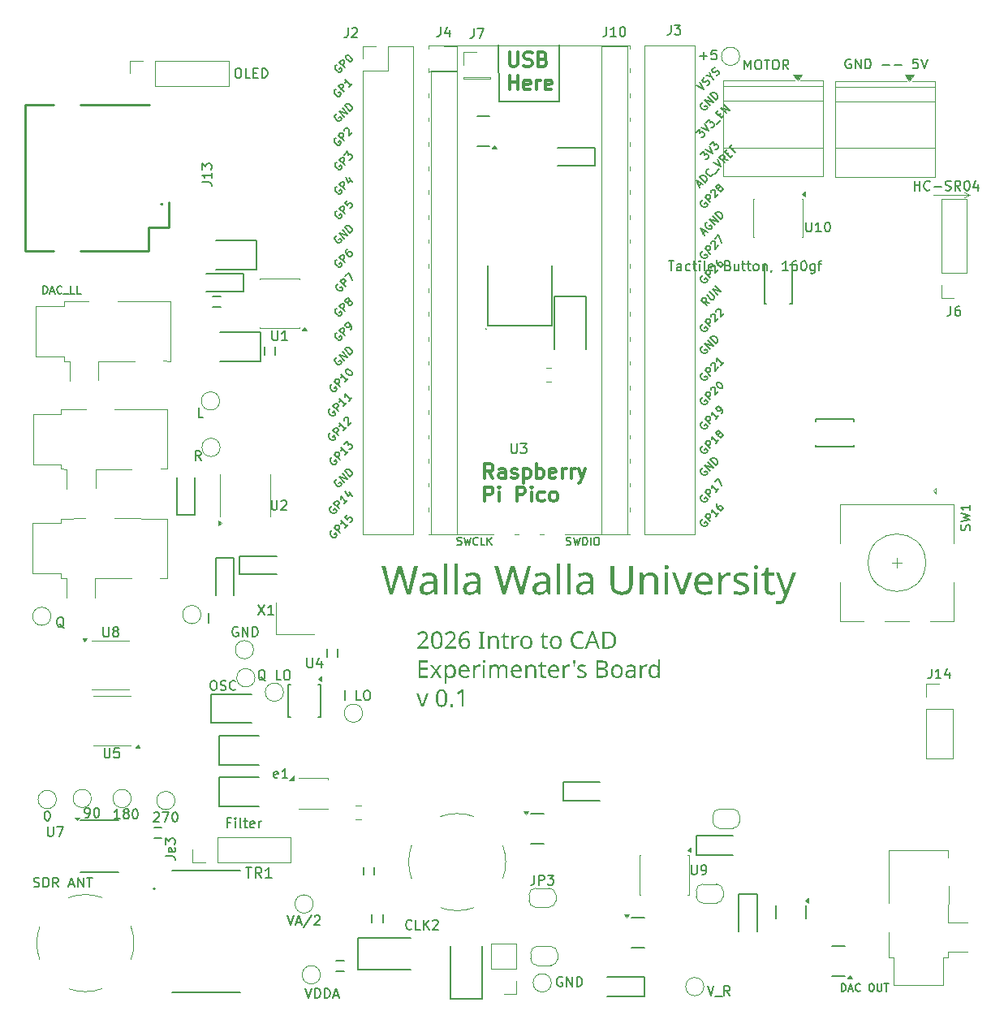
<source format=gbr>
%TF.GenerationSoftware,KiCad,Pcbnew,9.0.7-9.0.7~ubuntu24.04.1*%
%TF.CreationDate,2026-02-20T11:59:03-08:00*%
%TF.ProjectId,Intro-to-CAD-2026,496e7472-6f2d-4746-9f2d-4341442d3230,rev?*%
%TF.SameCoordinates,Original*%
%TF.FileFunction,Legend,Top*%
%TF.FilePolarity,Positive*%
%FSLAX46Y46*%
G04 Gerber Fmt 4.6, Leading zero omitted, Abs format (unit mm)*
G04 Created by KiCad (PCBNEW 9.0.7-9.0.7~ubuntu24.04.1) date 2026-02-20 11:59:03*
%MOMM*%
%LPD*%
G01*
G04 APERTURE LIST*
%ADD10C,0.150000*%
%ADD11C,0.100000*%
%ADD12C,0.300000*%
%ADD13C,0.200000*%
%ADD14C,0.120000*%
%ADD15C,0.127000*%
%ADD16C,0.250000*%
G04 APERTURE END LIST*
D10*
X156410000Y-37080000D02*
X156430000Y-31140000D01*
D11*
X195500000Y-46800000D02*
X199250000Y-46810000D01*
D10*
X150120000Y-31180000D02*
X150150000Y-37080000D01*
X150150000Y-37080000D02*
X156410000Y-37080000D01*
D11*
X199250000Y-46810000D02*
X198690000Y-46530000D01*
X198690000Y-46530000D02*
X199250000Y-46810000D01*
X199250000Y-46810000D02*
X198700000Y-47060000D01*
D12*
X149531653Y-76335912D02*
X149031653Y-75621626D01*
X148674510Y-76335912D02*
X148674510Y-74835912D01*
X148674510Y-74835912D02*
X149245939Y-74835912D01*
X149245939Y-74835912D02*
X149388796Y-74907341D01*
X149388796Y-74907341D02*
X149460225Y-74978769D01*
X149460225Y-74978769D02*
X149531653Y-75121626D01*
X149531653Y-75121626D02*
X149531653Y-75335912D01*
X149531653Y-75335912D02*
X149460225Y-75478769D01*
X149460225Y-75478769D02*
X149388796Y-75550198D01*
X149388796Y-75550198D02*
X149245939Y-75621626D01*
X149245939Y-75621626D02*
X148674510Y-75621626D01*
X150817368Y-76335912D02*
X150817368Y-75550198D01*
X150817368Y-75550198D02*
X150745939Y-75407341D01*
X150745939Y-75407341D02*
X150603082Y-75335912D01*
X150603082Y-75335912D02*
X150317368Y-75335912D01*
X150317368Y-75335912D02*
X150174510Y-75407341D01*
X150817368Y-76264484D02*
X150674510Y-76335912D01*
X150674510Y-76335912D02*
X150317368Y-76335912D01*
X150317368Y-76335912D02*
X150174510Y-76264484D01*
X150174510Y-76264484D02*
X150103082Y-76121626D01*
X150103082Y-76121626D02*
X150103082Y-75978769D01*
X150103082Y-75978769D02*
X150174510Y-75835912D01*
X150174510Y-75835912D02*
X150317368Y-75764484D01*
X150317368Y-75764484D02*
X150674510Y-75764484D01*
X150674510Y-75764484D02*
X150817368Y-75693055D01*
X151460225Y-76264484D02*
X151603082Y-76335912D01*
X151603082Y-76335912D02*
X151888796Y-76335912D01*
X151888796Y-76335912D02*
X152031653Y-76264484D01*
X152031653Y-76264484D02*
X152103082Y-76121626D01*
X152103082Y-76121626D02*
X152103082Y-76050198D01*
X152103082Y-76050198D02*
X152031653Y-75907341D01*
X152031653Y-75907341D02*
X151888796Y-75835912D01*
X151888796Y-75835912D02*
X151674511Y-75835912D01*
X151674511Y-75835912D02*
X151531653Y-75764484D01*
X151531653Y-75764484D02*
X151460225Y-75621626D01*
X151460225Y-75621626D02*
X151460225Y-75550198D01*
X151460225Y-75550198D02*
X151531653Y-75407341D01*
X151531653Y-75407341D02*
X151674511Y-75335912D01*
X151674511Y-75335912D02*
X151888796Y-75335912D01*
X151888796Y-75335912D02*
X152031653Y-75407341D01*
X152745939Y-75335912D02*
X152745939Y-76835912D01*
X152745939Y-75407341D02*
X152888797Y-75335912D01*
X152888797Y-75335912D02*
X153174511Y-75335912D01*
X153174511Y-75335912D02*
X153317368Y-75407341D01*
X153317368Y-75407341D02*
X153388797Y-75478769D01*
X153388797Y-75478769D02*
X153460225Y-75621626D01*
X153460225Y-75621626D02*
X153460225Y-76050198D01*
X153460225Y-76050198D02*
X153388797Y-76193055D01*
X153388797Y-76193055D02*
X153317368Y-76264484D01*
X153317368Y-76264484D02*
X153174511Y-76335912D01*
X153174511Y-76335912D02*
X152888797Y-76335912D01*
X152888797Y-76335912D02*
X152745939Y-76264484D01*
X154103082Y-76335912D02*
X154103082Y-74835912D01*
X154103082Y-75407341D02*
X154245940Y-75335912D01*
X154245940Y-75335912D02*
X154531654Y-75335912D01*
X154531654Y-75335912D02*
X154674511Y-75407341D01*
X154674511Y-75407341D02*
X154745940Y-75478769D01*
X154745940Y-75478769D02*
X154817368Y-75621626D01*
X154817368Y-75621626D02*
X154817368Y-76050198D01*
X154817368Y-76050198D02*
X154745940Y-76193055D01*
X154745940Y-76193055D02*
X154674511Y-76264484D01*
X154674511Y-76264484D02*
X154531654Y-76335912D01*
X154531654Y-76335912D02*
X154245940Y-76335912D01*
X154245940Y-76335912D02*
X154103082Y-76264484D01*
X156031654Y-76264484D02*
X155888797Y-76335912D01*
X155888797Y-76335912D02*
X155603083Y-76335912D01*
X155603083Y-76335912D02*
X155460225Y-76264484D01*
X155460225Y-76264484D02*
X155388797Y-76121626D01*
X155388797Y-76121626D02*
X155388797Y-75550198D01*
X155388797Y-75550198D02*
X155460225Y-75407341D01*
X155460225Y-75407341D02*
X155603083Y-75335912D01*
X155603083Y-75335912D02*
X155888797Y-75335912D01*
X155888797Y-75335912D02*
X156031654Y-75407341D01*
X156031654Y-75407341D02*
X156103083Y-75550198D01*
X156103083Y-75550198D02*
X156103083Y-75693055D01*
X156103083Y-75693055D02*
X155388797Y-75835912D01*
X156745939Y-76335912D02*
X156745939Y-75335912D01*
X156745939Y-75621626D02*
X156817368Y-75478769D01*
X156817368Y-75478769D02*
X156888797Y-75407341D01*
X156888797Y-75407341D02*
X157031654Y-75335912D01*
X157031654Y-75335912D02*
X157174511Y-75335912D01*
X157674510Y-76335912D02*
X157674510Y-75335912D01*
X157674510Y-75621626D02*
X157745939Y-75478769D01*
X157745939Y-75478769D02*
X157817368Y-75407341D01*
X157817368Y-75407341D02*
X157960225Y-75335912D01*
X157960225Y-75335912D02*
X158103082Y-75335912D01*
X158460224Y-75335912D02*
X158817367Y-76335912D01*
X159174510Y-75335912D02*
X158817367Y-76335912D01*
X158817367Y-76335912D02*
X158674510Y-76693055D01*
X158674510Y-76693055D02*
X158603081Y-76764484D01*
X158603081Y-76764484D02*
X158460224Y-76835912D01*
X148674510Y-78750828D02*
X148674510Y-77250828D01*
X148674510Y-77250828D02*
X149245939Y-77250828D01*
X149245939Y-77250828D02*
X149388796Y-77322257D01*
X149388796Y-77322257D02*
X149460225Y-77393685D01*
X149460225Y-77393685D02*
X149531653Y-77536542D01*
X149531653Y-77536542D02*
X149531653Y-77750828D01*
X149531653Y-77750828D02*
X149460225Y-77893685D01*
X149460225Y-77893685D02*
X149388796Y-77965114D01*
X149388796Y-77965114D02*
X149245939Y-78036542D01*
X149245939Y-78036542D02*
X148674510Y-78036542D01*
X150174510Y-78750828D02*
X150174510Y-77750828D01*
X150174510Y-77250828D02*
X150103082Y-77322257D01*
X150103082Y-77322257D02*
X150174510Y-77393685D01*
X150174510Y-77393685D02*
X150245939Y-77322257D01*
X150245939Y-77322257D02*
X150174510Y-77250828D01*
X150174510Y-77250828D02*
X150174510Y-77393685D01*
X152031653Y-78750828D02*
X152031653Y-77250828D01*
X152031653Y-77250828D02*
X152603082Y-77250828D01*
X152603082Y-77250828D02*
X152745939Y-77322257D01*
X152745939Y-77322257D02*
X152817368Y-77393685D01*
X152817368Y-77393685D02*
X152888796Y-77536542D01*
X152888796Y-77536542D02*
X152888796Y-77750828D01*
X152888796Y-77750828D02*
X152817368Y-77893685D01*
X152817368Y-77893685D02*
X152745939Y-77965114D01*
X152745939Y-77965114D02*
X152603082Y-78036542D01*
X152603082Y-78036542D02*
X152031653Y-78036542D01*
X153531653Y-78750828D02*
X153531653Y-77750828D01*
X153531653Y-77250828D02*
X153460225Y-77322257D01*
X153460225Y-77322257D02*
X153531653Y-77393685D01*
X153531653Y-77393685D02*
X153603082Y-77322257D01*
X153603082Y-77322257D02*
X153531653Y-77250828D01*
X153531653Y-77250828D02*
X153531653Y-77393685D01*
X154888797Y-78679400D02*
X154745939Y-78750828D01*
X154745939Y-78750828D02*
X154460225Y-78750828D01*
X154460225Y-78750828D02*
X154317368Y-78679400D01*
X154317368Y-78679400D02*
X154245939Y-78607971D01*
X154245939Y-78607971D02*
X154174511Y-78465114D01*
X154174511Y-78465114D02*
X154174511Y-78036542D01*
X154174511Y-78036542D02*
X154245939Y-77893685D01*
X154245939Y-77893685D02*
X154317368Y-77822257D01*
X154317368Y-77822257D02*
X154460225Y-77750828D01*
X154460225Y-77750828D02*
X154745939Y-77750828D01*
X154745939Y-77750828D02*
X154888797Y-77822257D01*
X155745939Y-78750828D02*
X155603082Y-78679400D01*
X155603082Y-78679400D02*
X155531653Y-78607971D01*
X155531653Y-78607971D02*
X155460225Y-78465114D01*
X155460225Y-78465114D02*
X155460225Y-78036542D01*
X155460225Y-78036542D02*
X155531653Y-77893685D01*
X155531653Y-77893685D02*
X155603082Y-77822257D01*
X155603082Y-77822257D02*
X155745939Y-77750828D01*
X155745939Y-77750828D02*
X155960225Y-77750828D01*
X155960225Y-77750828D02*
X156103082Y-77822257D01*
X156103082Y-77822257D02*
X156174511Y-77893685D01*
X156174511Y-77893685D02*
X156245939Y-78036542D01*
X156245939Y-78036542D02*
X156245939Y-78465114D01*
X156245939Y-78465114D02*
X156174511Y-78607971D01*
X156174511Y-78607971D02*
X156103082Y-78679400D01*
X156103082Y-78679400D02*
X155960225Y-78750828D01*
X155960225Y-78750828D02*
X155745939Y-78750828D01*
D13*
G36*
X142820448Y-94116000D02*
G01*
X141631010Y-94116000D01*
X141631010Y-93932011D01*
X142102191Y-93455774D01*
X142331461Y-93213864D01*
X142415445Y-93105957D01*
X142472585Y-93006026D01*
X142508318Y-92900154D01*
X142520505Y-92782910D01*
X142509711Y-92687687D01*
X142479887Y-92614226D01*
X142432248Y-92557376D01*
X142369522Y-92515635D01*
X142294213Y-92489729D01*
X142202978Y-92480549D01*
X142077227Y-92492415D01*
X141972388Y-92525942D01*
X141874331Y-92578603D01*
X141769605Y-92651898D01*
X141651123Y-92503191D01*
X141763505Y-92422453D01*
X141894242Y-92353274D01*
X141987667Y-92319499D01*
X142090080Y-92298686D01*
X142202978Y-92291505D01*
X142329017Y-92300428D01*
X142435298Y-92325531D01*
X142525138Y-92365145D01*
X142601179Y-92418780D01*
X142664206Y-92487201D01*
X142709399Y-92566931D01*
X142737473Y-92660216D01*
X142747358Y-92770270D01*
X142740818Y-92863043D01*
X142721471Y-92950938D01*
X142689326Y-93034932D01*
X142621558Y-93155181D01*
X142528089Y-93278161D01*
X142419162Y-93398552D01*
X142286179Y-93533920D01*
X141910729Y-93904314D01*
X141910729Y-93914426D01*
X142820448Y-93914426D01*
X142820448Y-94116000D01*
G37*
G36*
X143786975Y-92299390D02*
G01*
X143888681Y-92329087D01*
X143976679Y-92377035D01*
X144053226Y-92443945D01*
X144119466Y-92532207D01*
X144180015Y-92654406D01*
X144226649Y-92804964D01*
X144257129Y-92989362D01*
X144268173Y-93213864D01*
X144260742Y-93406974D01*
X144239941Y-93571662D01*
X144207723Y-93711533D01*
X144157168Y-93844354D01*
X144093113Y-93949099D01*
X144016151Y-94030380D01*
X143948110Y-94077298D01*
X143868934Y-94111775D01*
X143776561Y-94133493D01*
X143668398Y-94141169D01*
X143548826Y-94130605D01*
X143446877Y-94100547D01*
X143359221Y-94052112D01*
X143283498Y-93984591D01*
X143218539Y-93895521D01*
X143159493Y-93772223D01*
X143114054Y-93621123D01*
X143084403Y-93436989D01*
X143073679Y-93213864D01*
X143295476Y-93213864D01*
X143307006Y-93462186D01*
X143337037Y-93641890D01*
X143379886Y-93768247D01*
X143430718Y-93850116D01*
X143494051Y-93906130D01*
X143571791Y-93940190D01*
X143668398Y-93952235D01*
X143763837Y-93940345D01*
X143841333Y-93906607D01*
X143905118Y-93850968D01*
X143957020Y-93769565D01*
X143991124Y-93679742D01*
X144018548Y-93561514D01*
X144037083Y-93408570D01*
X144043958Y-93213864D01*
X144037127Y-93022032D01*
X144018660Y-92870440D01*
X143991245Y-92752424D01*
X143957020Y-92662010D01*
X143905040Y-92579927D01*
X143841213Y-92523903D01*
X143763742Y-92489971D01*
X143668398Y-92478021D01*
X143571791Y-92490066D01*
X143494051Y-92524126D01*
X143430718Y-92580140D01*
X143379886Y-92662010D01*
X143336996Y-92788263D01*
X143306984Y-92967223D01*
X143295476Y-93213864D01*
X143073679Y-93213864D01*
X143081004Y-93018861D01*
X143101429Y-92853830D01*
X143132920Y-92714876D01*
X143182754Y-92582998D01*
X143246364Y-92479140D01*
X143323173Y-92398667D01*
X143391229Y-92352148D01*
X143470050Y-92318014D01*
X143561613Y-92296551D01*
X143668398Y-92288978D01*
X143786975Y-92299390D01*
G37*
G36*
X145700950Y-94116000D02*
G01*
X144511512Y-94116000D01*
X144511512Y-93932011D01*
X144982693Y-93455774D01*
X145211964Y-93213864D01*
X145295947Y-93105957D01*
X145353087Y-93006026D01*
X145388821Y-92900154D01*
X145401008Y-92782910D01*
X145390213Y-92687687D01*
X145360390Y-92614226D01*
X145312751Y-92557376D01*
X145250025Y-92515635D01*
X145174715Y-92489729D01*
X145083480Y-92480549D01*
X144957729Y-92492415D01*
X144852890Y-92525942D01*
X144754833Y-92578603D01*
X144650108Y-92651898D01*
X144531625Y-92503191D01*
X144644007Y-92422453D01*
X144774745Y-92353274D01*
X144868170Y-92319499D01*
X144970582Y-92298686D01*
X145083480Y-92291505D01*
X145209520Y-92300428D01*
X145315801Y-92325531D01*
X145405641Y-92365145D01*
X145481681Y-92418780D01*
X145544708Y-92487201D01*
X145589902Y-92566931D01*
X145617976Y-92660216D01*
X145627861Y-92770270D01*
X145621320Y-92863043D01*
X145601973Y-92950938D01*
X145569829Y-93034932D01*
X145502061Y-93155181D01*
X145408592Y-93278161D01*
X145299664Y-93398552D01*
X145166681Y-93533920D01*
X144791231Y-93904314D01*
X144791231Y-93914426D01*
X145700950Y-93914426D01*
X145700950Y-94116000D01*
G37*
G36*
X146910502Y-92296561D02*
G01*
X147015136Y-92314147D01*
X147015136Y-92503191D01*
X146913030Y-92480549D01*
X146798394Y-92472966D01*
X146683517Y-92480109D01*
X146587965Y-92500018D01*
X146508564Y-92530998D01*
X146435869Y-92575038D01*
X146375403Y-92627787D01*
X146325894Y-92689707D01*
X146268912Y-92796533D01*
X146228845Y-92921505D01*
X146204550Y-93055150D01*
X146191146Y-93201225D01*
X146206203Y-93201225D01*
X146274244Y-93120895D01*
X146367550Y-93051308D01*
X146439011Y-93018306D01*
X146526054Y-92997149D01*
X146632102Y-92989539D01*
X146747615Y-92999132D01*
X146847352Y-93026520D01*
X146934142Y-93070666D01*
X147010080Y-93131982D01*
X147070722Y-93207146D01*
X147115331Y-93297412D01*
X147143629Y-93405841D01*
X147153731Y-93536448D01*
X147142962Y-93676802D01*
X147112610Y-93795065D01*
X147064474Y-93895115D01*
X146998759Y-93979932D01*
X146916437Y-94049233D01*
X146821318Y-94099178D01*
X146710902Y-94130247D01*
X146581763Y-94141169D01*
X146469910Y-94131441D01*
X146367194Y-94102900D01*
X146271709Y-94055549D01*
X146187736Y-93990367D01*
X146114337Y-93904137D01*
X146051231Y-93793416D01*
X146007760Y-93672995D01*
X145979543Y-93526059D01*
X145977690Y-93493583D01*
X146193674Y-93493583D01*
X146204200Y-93600831D01*
X146236428Y-93709115D01*
X146270129Y-93776911D01*
X146312827Y-93835375D01*
X146364912Y-93885520D01*
X146425372Y-93923311D01*
X146495951Y-93946593D01*
X146579235Y-93954763D01*
X146680690Y-93942828D01*
X146765045Y-93908768D01*
X146836203Y-93852657D01*
X146876502Y-93799259D01*
X146907124Y-93731154D01*
X146927145Y-93644958D01*
X146934462Y-93536448D01*
X146923843Y-93425232D01*
X146894308Y-93336039D01*
X146847524Y-93264203D01*
X146782988Y-93210023D01*
X146698183Y-93175863D01*
X146586709Y-93163416D01*
X146473819Y-93176190D01*
X146380080Y-93212545D01*
X146300733Y-93269166D01*
X146242803Y-93337292D01*
X146205616Y-93415262D01*
X146193674Y-93493583D01*
X145977690Y-93493583D01*
X145969349Y-93347404D01*
X145977873Y-93154599D01*
X146003311Y-92965689D01*
X146032658Y-92842802D01*
X146073899Y-92729727D01*
X146126849Y-92625410D01*
X146194093Y-92531079D01*
X146277121Y-92450346D01*
X146377552Y-92382290D01*
X146488790Y-92333989D01*
X146625538Y-92302784D01*
X146793339Y-92291505D01*
X146910502Y-92296561D01*
G37*
G36*
X148676195Y-94116000D02*
G01*
X148025971Y-94116000D01*
X148025971Y-93984988D01*
X148237657Y-93937067D01*
X148237657Y-92498135D01*
X148025971Y-92447796D01*
X148025971Y-92316675D01*
X148676195Y-92316675D01*
X148676195Y-92447796D01*
X148464509Y-92498135D01*
X148464509Y-93937067D01*
X148676195Y-93984988D01*
X148676195Y-94116000D01*
G37*
G36*
X149642407Y-92740045D02*
G01*
X149764251Y-92748572D01*
X149863108Y-92772147D01*
X149943165Y-92808661D01*
X150007745Y-92857318D01*
X150058270Y-92919245D01*
X150096725Y-92999857D01*
X150121993Y-93103689D01*
X150131284Y-93236505D01*
X150131284Y-94116000D01*
X149912124Y-94116000D01*
X149912124Y-93251673D01*
X149902222Y-93144668D01*
X149875561Y-93064902D01*
X149834705Y-93005925D01*
X149779293Y-92963552D01*
X149706116Y-92936486D01*
X149609654Y-92926561D01*
X149497350Y-92935995D01*
X149411953Y-92961503D01*
X149347483Y-93000475D01*
X149299710Y-93052627D01*
X149255015Y-93140942D01*
X149225212Y-93259117D01*
X149214091Y-93415438D01*
X149214091Y-94116000D01*
X148992294Y-94116000D01*
X148992294Y-92765324D01*
X149171226Y-92765324D01*
X149203979Y-92949203D01*
X149216509Y-92949203D01*
X149265844Y-92884650D01*
X149325906Y-92832453D01*
X149397969Y-92791703D01*
X149516876Y-92752997D01*
X149642407Y-92740045D01*
G37*
G36*
X150999677Y-93959709D02*
G01*
X151102991Y-93950916D01*
X151188721Y-93932011D01*
X151188721Y-94100832D01*
X151149293Y-94115927D01*
X151087824Y-94129848D01*
X150961868Y-94141169D01*
X150859031Y-94131842D01*
X150766559Y-94104679D01*
X150711327Y-94074716D01*
X150663240Y-94032793D01*
X150621589Y-93977404D01*
X150592646Y-93914382D01*
X150573362Y-93831275D01*
X150566195Y-93722854D01*
X150566195Y-92936673D01*
X150374733Y-92936673D01*
X150374733Y-92830830D01*
X150568722Y-92742573D01*
X150656980Y-92455270D01*
X150787991Y-92455270D01*
X150787991Y-92765324D01*
X151178609Y-92765324D01*
X151178609Y-92936673D01*
X150787991Y-92936673D01*
X150787991Y-93717798D01*
X150795594Y-93798058D01*
X150815996Y-93857280D01*
X150847233Y-93900577D01*
X150889902Y-93933092D01*
X150939993Y-93952816D01*
X150999677Y-93959709D01*
G37*
G36*
X152087779Y-92740045D02*
G01*
X152169661Y-92743892D01*
X152246488Y-92755213D01*
X152218790Y-92959314D01*
X152146910Y-92946785D01*
X152072611Y-92941729D01*
X152005327Y-92947992D01*
X151940976Y-92966717D01*
X151878511Y-92998442D01*
X151822660Y-93040737D01*
X151774511Y-93093245D01*
X151733651Y-93157151D01*
X151704221Y-93227036D01*
X151685947Y-93305867D01*
X151679576Y-93395324D01*
X151679576Y-94116000D01*
X151457779Y-94116000D01*
X151457779Y-92765324D01*
X151639239Y-92765324D01*
X151664408Y-93012290D01*
X151674520Y-93012290D01*
X151749299Y-92909152D01*
X151843340Y-92820719D01*
X151915772Y-92776200D01*
X151996490Y-92749306D01*
X152087779Y-92740045D01*
G37*
G36*
X153120109Y-92749591D02*
G01*
X153227275Y-92777162D01*
X153323489Y-92822038D01*
X153409327Y-92884119D01*
X153482146Y-92962416D01*
X153542758Y-93058892D01*
X153585388Y-93165065D01*
X153612480Y-93290251D01*
X153622112Y-93438079D01*
X153610034Y-93605977D01*
X153576276Y-93745324D01*
X153523340Y-93861115D01*
X153451973Y-93957290D01*
X153361230Y-94036519D01*
X153256373Y-94093426D01*
X153134627Y-94128757D01*
X152992112Y-94141169D01*
X152875074Y-94131724D01*
X152769477Y-94104275D01*
X152673265Y-94059286D01*
X152587568Y-93997129D01*
X152514317Y-93918048D01*
X152452787Y-93819904D01*
X152409406Y-93712032D01*
X152381950Y-93585901D01*
X152372224Y-93438079D01*
X152601495Y-93438079D01*
X152613386Y-93595446D01*
X152645940Y-93719705D01*
X152696017Y-93817486D01*
X152748743Y-93877322D01*
X152814449Y-93920392D01*
X152895854Y-93947541D01*
X152997168Y-93957290D01*
X153097092Y-93947607D01*
X153177938Y-93920555D01*
X153243714Y-93877489D01*
X153297001Y-93817486D01*
X153347814Y-93719606D01*
X153380800Y-93595347D01*
X153392841Y-93438079D01*
X153380719Y-93280877D01*
X153347673Y-93158095D01*
X153297001Y-93062629D01*
X153243961Y-93004564D01*
X153177952Y-92962601D01*
X153096227Y-92936088D01*
X152994640Y-92926561D01*
X152893027Y-92936128D01*
X152811787Y-92962687D01*
X152746621Y-93004636D01*
X152694698Y-93062629D01*
X152645497Y-93157894D01*
X152613316Y-93280674D01*
X152601495Y-93438079D01*
X152372224Y-93438079D01*
X152384260Y-93270076D01*
X152417833Y-93131224D01*
X152470365Y-93016386D01*
X152541045Y-92921505D01*
X152631058Y-92843463D01*
X152735438Y-92787286D01*
X152857009Y-92752340D01*
X152999696Y-92740045D01*
X153120109Y-92749591D01*
G37*
G36*
X155075992Y-93959709D02*
G01*
X155179307Y-93950916D01*
X155265036Y-93932011D01*
X155265036Y-94100832D01*
X155225609Y-94115927D01*
X155164139Y-94129848D01*
X155038183Y-94141169D01*
X154935346Y-94131842D01*
X154842875Y-94104679D01*
X154787643Y-94074716D01*
X154739556Y-94032793D01*
X154697904Y-93977404D01*
X154668961Y-93914382D01*
X154649677Y-93831275D01*
X154642510Y-93722854D01*
X154642510Y-92936673D01*
X154451048Y-92936673D01*
X154451048Y-92830830D01*
X154645038Y-92742573D01*
X154733295Y-92455270D01*
X154864307Y-92455270D01*
X154864307Y-92765324D01*
X155254924Y-92765324D01*
X155254924Y-92936673D01*
X154864307Y-92936673D01*
X154864307Y-93717798D01*
X154871909Y-93798058D01*
X154892312Y-93857280D01*
X154923548Y-93900577D01*
X154966217Y-93933092D01*
X155016309Y-93952816D01*
X155075992Y-93959709D01*
G37*
G36*
X156206361Y-92749591D02*
G01*
X156313528Y-92777162D01*
X156409741Y-92822038D01*
X156495580Y-92884119D01*
X156568398Y-92962416D01*
X156629010Y-93058892D01*
X156671641Y-93165065D01*
X156698733Y-93290251D01*
X156708365Y-93438079D01*
X156696286Y-93605977D01*
X156662529Y-93745324D01*
X156609592Y-93861115D01*
X156538225Y-93957290D01*
X156447482Y-94036519D01*
X156342626Y-94093426D01*
X156220880Y-94128757D01*
X156078365Y-94141169D01*
X155961327Y-94131724D01*
X155855729Y-94104275D01*
X155759518Y-94059286D01*
X155673821Y-93997129D01*
X155600570Y-93918048D01*
X155539040Y-93819904D01*
X155495659Y-93712032D01*
X155468203Y-93585901D01*
X155458476Y-93438079D01*
X155687747Y-93438079D01*
X155699639Y-93595446D01*
X155732192Y-93719705D01*
X155782269Y-93817486D01*
X155834996Y-93877322D01*
X155900702Y-93920392D01*
X155982107Y-93947541D01*
X156083421Y-93957290D01*
X156183345Y-93947607D01*
X156264191Y-93920555D01*
X156329967Y-93877489D01*
X156383253Y-93817486D01*
X156434067Y-93719606D01*
X156467053Y-93595347D01*
X156479094Y-93438079D01*
X156466972Y-93280877D01*
X156433925Y-93158095D01*
X156383253Y-93062629D01*
X156330214Y-93004564D01*
X156264205Y-92962601D01*
X156182479Y-92936088D01*
X156080893Y-92926561D01*
X155979280Y-92936128D01*
X155898039Y-92962687D01*
X155832873Y-93004636D01*
X155780950Y-93062629D01*
X155731749Y-93157894D01*
X155699569Y-93280674D01*
X155687747Y-93438079D01*
X155458476Y-93438079D01*
X155470513Y-93270076D01*
X155504086Y-93131224D01*
X155556618Y-93016386D01*
X155627297Y-92921505D01*
X155717311Y-92843463D01*
X155821690Y-92787286D01*
X155943262Y-92752340D01*
X156085949Y-92740045D01*
X156206361Y-92749591D01*
G37*
G36*
X158512526Y-92490551D02*
G01*
X158370619Y-92503584D01*
X158249813Y-92540696D01*
X158146013Y-92600663D01*
X158056402Y-92684651D01*
X157986540Y-92785362D01*
X157934755Y-92904980D01*
X157901837Y-93047145D01*
X157890109Y-93216392D01*
X157901087Y-93384869D01*
X157931885Y-93526685D01*
X157980210Y-93646154D01*
X158045081Y-93746814D01*
X158111107Y-93815297D01*
X158188565Y-93868913D01*
X158279134Y-93908387D01*
X158385258Y-93933302D01*
X158509998Y-93942123D01*
X158626647Y-93936975D01*
X158734323Y-93922010D01*
X158940952Y-93871561D01*
X158940952Y-94068079D01*
X158838680Y-94100803D01*
X158733004Y-94123473D01*
X158620812Y-94136371D01*
X158477245Y-94141169D01*
X158339217Y-94133351D01*
X158218258Y-94111080D01*
X158112049Y-94075683D01*
X158018593Y-94027852D01*
X157932732Y-93965483D01*
X157858562Y-93891611D01*
X157795278Y-93805342D01*
X157742611Y-93705269D01*
X157692965Y-93562994D01*
X157661712Y-93400311D01*
X157650727Y-93213864D01*
X157662440Y-93034649D01*
X157696081Y-92875611D01*
X157750195Y-92733780D01*
X157806399Y-92634707D01*
X157873690Y-92548181D01*
X157952501Y-92473062D01*
X158043763Y-92408669D01*
X158142434Y-92358881D01*
X158252661Y-92322304D01*
X158376189Y-92299467D01*
X158515054Y-92291505D01*
X158702498Y-92304054D01*
X158866813Y-92339917D01*
X159011514Y-92397348D01*
X158920729Y-92588920D01*
X158834757Y-92553697D01*
X158735532Y-92520886D01*
X158630562Y-92498379D01*
X158512526Y-92490551D01*
G37*
G36*
X160696203Y-94116000D02*
G01*
X160461877Y-94116000D01*
X160245136Y-93559089D01*
X159531934Y-93559089D01*
X159317721Y-94116000D01*
X159088450Y-94116000D01*
X159383603Y-93357516D01*
X159607552Y-93357516D01*
X160177102Y-93357516D01*
X159975528Y-92813135D01*
X159950249Y-92740155D01*
X159916287Y-92630466D01*
X159889799Y-92543527D01*
X159849462Y-92695972D01*
X159811653Y-92813135D01*
X159607552Y-93357516D01*
X159383603Y-93357516D01*
X159791540Y-92309201D01*
X159995642Y-92309201D01*
X160696203Y-94116000D01*
G37*
G36*
X161675481Y-92328693D02*
G01*
X161831346Y-92362928D01*
X161967524Y-92417571D01*
X162061895Y-92474202D01*
X162143970Y-92541976D01*
X162214826Y-92621443D01*
X162275050Y-92713667D01*
X162320590Y-92812190D01*
X162354489Y-92924455D01*
X162375895Y-93052511D01*
X162383421Y-93198697D01*
X162371915Y-93384620D01*
X162339564Y-93542262D01*
X162288759Y-93675989D01*
X162220662Y-93789452D01*
X162135136Y-93885410D01*
X162033115Y-93965144D01*
X161915546Y-94028585D01*
X161780121Y-94075706D01*
X161623910Y-94105493D01*
X161443476Y-94116000D01*
X160941960Y-94116000D01*
X160941960Y-93922010D01*
X161168813Y-93922010D01*
X161413251Y-93922010D01*
X161579261Y-93911550D01*
X161716426Y-93882465D01*
X161829552Y-93837314D01*
X161922615Y-93777362D01*
X161998553Y-93702486D01*
X162059059Y-93611187D01*
X162104437Y-93500720D01*
X162133578Y-93367294D01*
X162144038Y-93206280D01*
X162135496Y-93057526D01*
X162111737Y-92934051D01*
X162074944Y-92831849D01*
X162026381Y-92747513D01*
X161966315Y-92678386D01*
X161873265Y-92608006D01*
X161761195Y-92555877D01*
X161626270Y-92522658D01*
X161463590Y-92510774D01*
X161168813Y-92510774D01*
X161168813Y-93922010D01*
X160941960Y-93922010D01*
X160941960Y-92316675D01*
X161496343Y-92316675D01*
X161675481Y-92328693D01*
G37*
G36*
X142759888Y-97140000D02*
G01*
X141754438Y-97140000D01*
X141754438Y-95340675D01*
X142759888Y-95340675D01*
X142759888Y-95539830D01*
X141981290Y-95539830D01*
X141981290Y-96101796D01*
X142714605Y-96101796D01*
X142714605Y-96298314D01*
X141981290Y-96298314D01*
X141981290Y-96940954D01*
X142759888Y-96940954D01*
X142759888Y-97140000D01*
G37*
G36*
X143444073Y-96449549D02*
G01*
X142977838Y-95789324D01*
X143229860Y-95789324D01*
X143577613Y-96298314D01*
X143922838Y-95789324D01*
X144172332Y-95789324D01*
X143706097Y-96449549D01*
X144197501Y-97140000D01*
X143945479Y-97140000D01*
X143577613Y-96600675D01*
X143204691Y-97140000D01*
X142955197Y-97140000D01*
X143444073Y-96449549D01*
G37*
G36*
X145221217Y-95775490D02*
G01*
X145326772Y-95808379D01*
X145419470Y-95862062D01*
X145501465Y-95937922D01*
X145563958Y-96027947D01*
X145611569Y-96141617D01*
X145642679Y-96284187D01*
X145654019Y-96462079D01*
X145642819Y-96637001D01*
X145611916Y-96778994D01*
X145564312Y-96893858D01*
X145501465Y-96986346D01*
X145419178Y-97064466D01*
X145326000Y-97119642D01*
X145219737Y-97153415D01*
X145097109Y-97165169D01*
X144994272Y-97157915D01*
X144909178Y-97137681D01*
X144838712Y-97106038D01*
X144745800Y-97040400D01*
X144678794Y-96968651D01*
X144663627Y-96968651D01*
X144673738Y-97077021D01*
X144678794Y-97190448D01*
X144678794Y-97744830D01*
X144456997Y-97744830D01*
X144456997Y-96419324D01*
X144678794Y-96419324D01*
X144678794Y-96462079D01*
X144689479Y-96627375D01*
X144718069Y-96752679D01*
X144760676Y-96846432D01*
X144807324Y-96902759D01*
X144870457Y-96944322D01*
X144954120Y-96971327D01*
X145064356Y-96981290D01*
X145144134Y-96973223D01*
X145210818Y-96950334D01*
X145267138Y-96913257D01*
X145314457Y-96863788D01*
X145353947Y-96802655D01*
X145385511Y-96727950D01*
X145414346Y-96605723D01*
X145424638Y-96459551D01*
X145413424Y-96307103D01*
X145382632Y-96185648D01*
X145335172Y-96089157D01*
X145284860Y-96028961D01*
X145223757Y-95986371D01*
X145149745Y-95959945D01*
X145059300Y-95950561D01*
X144955904Y-95959144D01*
X144876045Y-95982500D01*
X144814669Y-96018381D01*
X144768150Y-96066516D01*
X144724064Y-96148417D01*
X144692940Y-96262766D01*
X144678794Y-96419324D01*
X144456997Y-96419324D01*
X144456997Y-95789324D01*
X144638457Y-95789324D01*
X144668682Y-95973203D01*
X144678794Y-95973203D01*
X144747956Y-95892674D01*
X144837503Y-95824605D01*
X144905698Y-95792538D01*
X144991668Y-95771660D01*
X145099637Y-95764045D01*
X145221217Y-95775490D01*
G37*
G36*
X146641741Y-95772997D02*
G01*
X146740410Y-95798554D01*
X146826531Y-95839663D01*
X146902925Y-95896643D01*
X146966461Y-95967116D01*
X147017993Y-96052667D01*
X147054243Y-96146397D01*
X147076893Y-96252747D01*
X147084818Y-96373932D01*
X147084818Y-96507472D01*
X146159931Y-96507472D01*
X146170372Y-96622789D01*
X146194387Y-96717076D01*
X146230187Y-96794015D01*
X146277095Y-96856543D01*
X146336809Y-96907578D01*
X146407430Y-96944674D01*
X146491136Y-96967973D01*
X146590886Y-96976235D01*
X146715603Y-96969881D01*
X146818948Y-96952274D01*
X146918558Y-96923473D01*
X147024368Y-96882922D01*
X147024368Y-97077021D01*
X146920536Y-97116771D01*
X146820266Y-97143736D01*
X146714699Y-97159380D01*
X146580774Y-97165169D01*
X146455079Y-97156060D01*
X146342808Y-97129769D01*
X146241814Y-97087133D01*
X146151248Y-97026842D01*
X146075202Y-96949780D01*
X146012543Y-96854016D01*
X145968509Y-96747686D01*
X145940580Y-96622474D01*
X145930661Y-96474719D01*
X145939450Y-96331067D01*
X146164987Y-96331067D01*
X146853019Y-96331067D01*
X146842034Y-96219245D01*
X146814606Y-96127741D01*
X146772346Y-96052667D01*
X146729309Y-96007155D01*
X146675528Y-95974069D01*
X146608686Y-95953070D01*
X146525380Y-95945505D01*
X146424110Y-95957581D01*
X146342018Y-95991726D01*
X146274677Y-96047611D01*
X146223626Y-96120620D01*
X146186551Y-96213515D01*
X146164987Y-96331067D01*
X145939450Y-96331067D01*
X145939621Y-96328280D01*
X145964952Y-96202475D01*
X146004959Y-96094213D01*
X146062439Y-95994810D01*
X146131957Y-95914061D01*
X146214117Y-95849774D01*
X146307341Y-95802753D01*
X146411139Y-95773989D01*
X146527908Y-95764045D01*
X146641741Y-95772997D01*
G37*
G36*
X148057185Y-95764045D02*
G01*
X148139068Y-95767892D01*
X148215894Y-95779213D01*
X148188197Y-95983314D01*
X148116317Y-95970785D01*
X148042018Y-95965729D01*
X147974733Y-95971992D01*
X147910383Y-95990717D01*
X147847918Y-96022442D01*
X147792066Y-96064737D01*
X147743917Y-96117245D01*
X147703058Y-96181151D01*
X147673628Y-96251036D01*
X147655353Y-96329867D01*
X147648982Y-96419324D01*
X147648982Y-97140000D01*
X147427185Y-97140000D01*
X147427185Y-95789324D01*
X147608646Y-95789324D01*
X147633815Y-96036290D01*
X147643927Y-96036290D01*
X147718706Y-95933152D01*
X147812747Y-95844719D01*
X147885179Y-95800200D01*
X147965897Y-95773306D01*
X148057185Y-95764045D01*
G37*
G36*
X148579914Y-95282752D02*
G01*
X148627260Y-95291208D01*
X148669270Y-95316824D01*
X148697694Y-95358124D01*
X148708398Y-95423876D01*
X148697843Y-95487656D01*
X148669270Y-95529719D01*
X148627171Y-95556278D01*
X148579914Y-95565000D01*
X148528411Y-95556018D01*
X148486601Y-95529719D01*
X148459040Y-95487783D01*
X148448792Y-95423876D01*
X148459185Y-95357991D01*
X148486601Y-95316824D01*
X148528317Y-95291460D01*
X148579914Y-95282752D01*
G37*
G36*
X148688285Y-95789324D02*
G01*
X148688285Y-97140000D01*
X148466488Y-97140000D01*
X148466488Y-95789324D01*
X148688285Y-95789324D01*
G37*
G36*
X150597189Y-95764045D02*
G01*
X150712322Y-95772558D01*
X150805173Y-95796070D01*
X150879944Y-95832527D01*
X150939886Y-95881318D01*
X150985853Y-95942518D01*
X151021237Y-96022794D01*
X151044665Y-96126850D01*
X151053312Y-96260505D01*
X151053312Y-97140000D01*
X150834043Y-97140000D01*
X150834043Y-96270617D01*
X150824704Y-96163466D01*
X150799728Y-96084347D01*
X150761888Y-96026610D01*
X150711297Y-95985732D01*
X150645389Y-95959945D01*
X150559380Y-95950561D01*
X150461333Y-95958839D01*
X150384582Y-95981509D01*
X150324649Y-96016600D01*
X150278342Y-96063988D01*
X150234154Y-96144143D01*
X150204852Y-96251564D01*
X150193932Y-96394045D01*
X150193932Y-97140000D01*
X149974663Y-97140000D01*
X149974663Y-96270617D01*
X149965278Y-96163671D01*
X149940159Y-96084618D01*
X149902057Y-96026845D01*
X149851031Y-95985872D01*
X149784454Y-95959989D01*
X149697472Y-95950561D01*
X149596243Y-95959791D01*
X149518706Y-95984914D01*
X149459547Y-96023769D01*
X149415225Y-96076627D01*
X149374688Y-96164351D01*
X149347412Y-96282511D01*
X149337189Y-96439438D01*
X149337189Y-97140000D01*
X149115392Y-97140000D01*
X149115392Y-95789324D01*
X149294324Y-95789324D01*
X149327077Y-95973203D01*
X149339607Y-95973203D01*
X149387020Y-95908132D01*
X149443440Y-95856028D01*
X149509747Y-95815703D01*
X149620118Y-95777010D01*
X149737808Y-95764045D01*
X149865326Y-95774756D01*
X149965598Y-95804143D01*
X150044281Y-95849695D01*
X150105432Y-95911227D01*
X150151067Y-95990898D01*
X150163707Y-95990898D01*
X150215048Y-95919728D01*
X150276444Y-95863066D01*
X150348904Y-95819549D01*
X150428557Y-95788716D01*
X150511023Y-95770257D01*
X150597189Y-95764045D01*
G37*
G36*
X152105551Y-95772997D02*
G01*
X152204220Y-95798554D01*
X152290341Y-95839663D01*
X152366735Y-95896643D01*
X152430271Y-95967116D01*
X152481803Y-96052667D01*
X152518053Y-96146397D01*
X152540703Y-96252747D01*
X152548628Y-96373932D01*
X152548628Y-96507472D01*
X151623742Y-96507472D01*
X151634182Y-96622789D01*
X151658197Y-96717076D01*
X151693997Y-96794015D01*
X151740905Y-96856543D01*
X151800619Y-96907578D01*
X151871240Y-96944674D01*
X151954946Y-96967973D01*
X152054696Y-96976235D01*
X152179413Y-96969881D01*
X152282758Y-96952274D01*
X152382368Y-96923473D01*
X152488178Y-96882922D01*
X152488178Y-97077021D01*
X152384346Y-97116771D01*
X152284077Y-97143736D01*
X152178509Y-97159380D01*
X152044584Y-97165169D01*
X151918889Y-97156060D01*
X151806619Y-97129769D01*
X151705624Y-97087133D01*
X151615058Y-97026842D01*
X151539012Y-96949780D01*
X151476353Y-96854016D01*
X151432319Y-96747686D01*
X151404391Y-96622474D01*
X151394471Y-96474719D01*
X151403260Y-96331067D01*
X151628797Y-96331067D01*
X152316830Y-96331067D01*
X152305845Y-96219245D01*
X152278416Y-96127741D01*
X152236156Y-96052667D01*
X152193120Y-96007155D01*
X152139338Y-95974069D01*
X152072496Y-95953070D01*
X151989190Y-95945505D01*
X151887920Y-95957581D01*
X151805828Y-95991726D01*
X151738487Y-96047611D01*
X151687437Y-96120620D01*
X151650361Y-96213515D01*
X151628797Y-96331067D01*
X151403260Y-96331067D01*
X151403431Y-96328280D01*
X151428762Y-96202475D01*
X151468770Y-96094213D01*
X151526249Y-95994810D01*
X151595767Y-95914061D01*
X151677927Y-95849774D01*
X151771151Y-95802753D01*
X151874949Y-95773989D01*
X151991718Y-95764045D01*
X152105551Y-95772997D01*
G37*
G36*
X153541109Y-95764045D02*
G01*
X153662953Y-95772572D01*
X153761810Y-95796147D01*
X153841867Y-95832661D01*
X153906448Y-95881318D01*
X153956972Y-95943245D01*
X153995427Y-96023857D01*
X154020695Y-96127689D01*
X154029986Y-96260505D01*
X154029986Y-97140000D01*
X153810826Y-97140000D01*
X153810826Y-96275673D01*
X153800924Y-96168668D01*
X153774263Y-96088902D01*
X153733407Y-96029925D01*
X153677995Y-95987552D01*
X153604818Y-95960486D01*
X153508356Y-95950561D01*
X153396052Y-95959995D01*
X153310655Y-95985503D01*
X153246185Y-96024475D01*
X153198412Y-96076627D01*
X153153717Y-96164942D01*
X153123914Y-96283117D01*
X153112793Y-96439438D01*
X153112793Y-97140000D01*
X152890996Y-97140000D01*
X152890996Y-95789324D01*
X153069928Y-95789324D01*
X153102681Y-95973203D01*
X153115211Y-95973203D01*
X153164546Y-95908650D01*
X153224608Y-95856453D01*
X153296671Y-95815703D01*
X153415578Y-95776997D01*
X153541109Y-95764045D01*
G37*
G36*
X154898379Y-96983709D02*
G01*
X155001693Y-96974916D01*
X155087423Y-96956011D01*
X155087423Y-97124832D01*
X155047995Y-97139927D01*
X154986526Y-97153848D01*
X154860570Y-97165169D01*
X154757733Y-97155842D01*
X154665261Y-97128679D01*
X154610029Y-97098716D01*
X154561943Y-97056793D01*
X154520291Y-97001404D01*
X154491348Y-96938382D01*
X154472064Y-96855275D01*
X154464897Y-96746854D01*
X154464897Y-95960673D01*
X154273435Y-95960673D01*
X154273435Y-95854830D01*
X154467424Y-95766573D01*
X154555682Y-95479270D01*
X154686693Y-95479270D01*
X154686693Y-95789324D01*
X155077311Y-95789324D01*
X155077311Y-95960673D01*
X154686693Y-95960673D01*
X154686693Y-96741798D01*
X154694296Y-96822058D01*
X154714698Y-96881280D01*
X154745935Y-96924577D01*
X154788604Y-96957092D01*
X154838695Y-96976816D01*
X154898379Y-96983709D01*
G37*
G36*
X155991943Y-95772997D02*
G01*
X156090612Y-95798554D01*
X156176734Y-95839663D01*
X156253127Y-95896643D01*
X156316663Y-95967116D01*
X156368196Y-96052667D01*
X156404445Y-96146397D01*
X156427095Y-96252747D01*
X156435020Y-96373932D01*
X156435020Y-96507472D01*
X155510134Y-96507472D01*
X155520574Y-96622789D01*
X155544589Y-96717076D01*
X155580389Y-96794015D01*
X155627297Y-96856543D01*
X155687011Y-96907578D01*
X155757633Y-96944674D01*
X155841339Y-96967973D01*
X155941088Y-96976235D01*
X156065805Y-96969881D01*
X156169150Y-96952274D01*
X156268760Y-96923473D01*
X156374570Y-96882922D01*
X156374570Y-97077021D01*
X156270738Y-97116771D01*
X156170469Y-97143736D01*
X156064901Y-97159380D01*
X155930976Y-97165169D01*
X155805281Y-97156060D01*
X155693011Y-97129769D01*
X155592016Y-97087133D01*
X155501451Y-97026842D01*
X155425405Y-96949780D01*
X155362745Y-96854016D01*
X155318711Y-96747686D01*
X155290783Y-96622474D01*
X155280863Y-96474719D01*
X155289652Y-96331067D01*
X155515190Y-96331067D01*
X156203222Y-96331067D01*
X156192237Y-96219245D01*
X156164808Y-96127741D01*
X156122548Y-96052667D01*
X156079512Y-96007155D01*
X156025730Y-95974069D01*
X155958888Y-95953070D01*
X155875582Y-95945505D01*
X155774312Y-95957581D01*
X155692220Y-95991726D01*
X155624879Y-96047611D01*
X155573829Y-96120620D01*
X155536753Y-96213515D01*
X155515190Y-96331067D01*
X155289652Y-96331067D01*
X155289823Y-96328280D01*
X155315154Y-96202475D01*
X155355162Y-96094213D01*
X155412642Y-95994810D01*
X155482159Y-95914061D01*
X155564319Y-95849774D01*
X155657543Y-95802753D01*
X155761341Y-95773989D01*
X155878110Y-95764045D01*
X155991943Y-95772997D01*
G37*
G36*
X157407388Y-95764045D02*
G01*
X157489270Y-95767892D01*
X157566097Y-95779213D01*
X157538400Y-95983314D01*
X157466519Y-95970785D01*
X157392220Y-95965729D01*
X157324936Y-95971992D01*
X157260585Y-95990717D01*
X157198121Y-96022442D01*
X157142269Y-96064737D01*
X157094120Y-96117245D01*
X157053260Y-96181151D01*
X157023830Y-96251036D01*
X157005556Y-96329867D01*
X156999185Y-96419324D01*
X156999185Y-97140000D01*
X156777388Y-97140000D01*
X156777388Y-95789324D01*
X156958848Y-95789324D01*
X156984017Y-96036290D01*
X156994129Y-96036290D01*
X157068908Y-95933152D01*
X157162950Y-95844719D01*
X157235382Y-95800200D01*
X157316099Y-95773306D01*
X157407388Y-95764045D01*
G37*
G36*
X158107620Y-95340675D02*
G01*
X158057281Y-95990898D01*
X157918686Y-95990898D01*
X157868237Y-95340675D01*
X158107620Y-95340675D01*
G37*
G36*
X159288815Y-96767077D02*
G01*
X159279020Y-96862403D01*
X159251263Y-96941692D01*
X159206305Y-97008328D01*
X159142636Y-97064382D01*
X159068198Y-97106262D01*
X158979642Y-97137765D01*
X158874409Y-97157956D01*
X158749490Y-97165169D01*
X158613310Y-97159050D01*
X158506261Y-97142527D01*
X158408252Y-97114769D01*
X158326120Y-97079549D01*
X158326120Y-96877866D01*
X158411653Y-96915247D01*
X158521428Y-96952274D01*
X158637152Y-96977764D01*
X158754546Y-96986236D01*
X158866719Y-96978818D01*
X158945386Y-96959627D01*
X158998984Y-96932051D01*
X159041435Y-96891290D01*
X159066131Y-96843799D01*
X159074602Y-96787191D01*
X159067603Y-96739200D01*
X159046795Y-96696516D01*
X159011469Y-96658971D01*
X158947327Y-96615842D01*
X158867092Y-96576118D01*
X158741906Y-96525167D01*
X158616231Y-96472904D01*
X158517581Y-96424380D01*
X158433260Y-96367372D01*
X158373930Y-96303370D01*
X158346831Y-96253990D01*
X158329708Y-96194320D01*
X158323592Y-96121910D01*
X158332675Y-96039637D01*
X158358728Y-95969747D01*
X158401619Y-95909504D01*
X158463396Y-95857358D01*
X158560940Y-95807536D01*
X158681387Y-95775581D01*
X158830163Y-95764045D01*
X158951197Y-95770213D01*
X159060643Y-95788005D01*
X159165160Y-95816965D01*
X159261118Y-95854830D01*
X159185500Y-96031235D01*
X159006458Y-95970785D01*
X158912190Y-95951851D01*
X158814996Y-95945505D01*
X158724788Y-95951310D01*
X158657093Y-95966771D01*
X158607048Y-95989689D01*
X158566228Y-96023655D01*
X158543097Y-96062845D01*
X158535277Y-96109270D01*
X158543641Y-96161185D01*
X158568030Y-96203902D01*
X158608115Y-96239733D01*
X158677609Y-96279520D01*
X158883030Y-96366348D01*
X159006163Y-96416710D01*
X159102299Y-96464717D01*
X159183869Y-96521846D01*
X159240894Y-96586936D01*
X159266757Y-96636876D01*
X159283035Y-96696216D01*
X159288815Y-96767077D01*
G37*
G36*
X160988823Y-95348339D02*
G01*
X161128315Y-95369191D01*
X161238465Y-95400496D01*
X161324445Y-95440252D01*
X161398311Y-95497501D01*
X161451349Y-95571575D01*
X161484941Y-95666049D01*
X161497112Y-95786796D01*
X161486714Y-95889377D01*
X161457076Y-95976054D01*
X161408855Y-96050139D01*
X161343816Y-96109870D01*
X161260390Y-96154975D01*
X161154415Y-96184888D01*
X161154415Y-96197527D01*
X161263662Y-96223101D01*
X161359726Y-96263033D01*
X161442011Y-96321107D01*
X161504586Y-96399211D01*
X161532786Y-96460235D01*
X161550981Y-96535580D01*
X161557562Y-96628482D01*
X161546256Y-96747973D01*
X161514183Y-96848488D01*
X161462460Y-96933808D01*
X161389951Y-97006460D01*
X161303611Y-97062295D01*
X161200805Y-97103939D01*
X161078409Y-97130515D01*
X160932618Y-97140000D01*
X160300090Y-97140000D01*
X160300090Y-96948428D01*
X160526943Y-96948428D01*
X160889754Y-96948428D01*
X161013399Y-96940981D01*
X161105794Y-96921208D01*
X161173625Y-96892087D01*
X161222339Y-96855225D01*
X161273438Y-96787974D01*
X161304665Y-96707741D01*
X161315652Y-96610786D01*
X161304422Y-96521044D01*
X161272207Y-96446199D01*
X161218602Y-96382725D01*
X161168692Y-96348746D01*
X161098451Y-96321509D01*
X161001973Y-96302846D01*
X160872168Y-96295786D01*
X160526943Y-96295786D01*
X160526943Y-96948428D01*
X160300090Y-96948428D01*
X160300090Y-96106852D01*
X160526943Y-96106852D01*
X160859528Y-96106852D01*
X161013823Y-96096248D01*
X161114481Y-96069631D01*
X161177056Y-96032554D01*
X161223240Y-95977423D01*
X161252252Y-95905629D01*
X161262786Y-95811966D01*
X161255492Y-95739335D01*
X161235233Y-95681603D01*
X161203067Y-95635516D01*
X161158152Y-95599071D01*
X161084913Y-95566521D01*
X160977343Y-95543641D01*
X160824248Y-95534774D01*
X160526943Y-95534774D01*
X160526943Y-96106852D01*
X160300090Y-96106852D01*
X160300090Y-95340675D01*
X160814136Y-95340675D01*
X160988823Y-95348339D01*
G37*
G36*
X162579341Y-95773591D02*
G01*
X162686507Y-95801162D01*
X162782721Y-95846038D01*
X162868560Y-95908119D01*
X162941378Y-95986416D01*
X163001990Y-96082892D01*
X163044621Y-96189065D01*
X163071712Y-96314251D01*
X163081345Y-96462079D01*
X163069266Y-96629977D01*
X163035509Y-96769324D01*
X162982572Y-96885115D01*
X162911205Y-96981290D01*
X162820462Y-97060519D01*
X162715605Y-97117426D01*
X162593859Y-97152757D01*
X162451345Y-97165169D01*
X162334306Y-97155724D01*
X162228709Y-97128275D01*
X162132498Y-97083286D01*
X162046801Y-97021129D01*
X161973549Y-96942048D01*
X161912020Y-96843904D01*
X161868639Y-96736032D01*
X161841183Y-96609901D01*
X161831456Y-96462079D01*
X162060727Y-96462079D01*
X162072619Y-96619446D01*
X162105172Y-96743705D01*
X162155249Y-96841486D01*
X162207976Y-96901322D01*
X162273681Y-96944392D01*
X162355087Y-96971541D01*
X162456400Y-96981290D01*
X162556325Y-96971607D01*
X162637171Y-96944555D01*
X162702947Y-96901489D01*
X162756233Y-96841486D01*
X162807046Y-96743606D01*
X162840032Y-96619347D01*
X162852074Y-96462079D01*
X162839952Y-96304877D01*
X162806905Y-96182095D01*
X162756233Y-96086629D01*
X162703194Y-96028564D01*
X162637184Y-95986601D01*
X162555459Y-95960088D01*
X162453872Y-95950561D01*
X162352260Y-95960128D01*
X162271019Y-95986687D01*
X162205853Y-96028636D01*
X162153930Y-96086629D01*
X162104729Y-96181894D01*
X162072549Y-96304674D01*
X162060727Y-96462079D01*
X161831456Y-96462079D01*
X161843492Y-96294076D01*
X161877066Y-96155224D01*
X161929598Y-96040386D01*
X162000277Y-95945505D01*
X162090290Y-95867463D01*
X162194670Y-95811286D01*
X162316242Y-95776340D01*
X162458928Y-95764045D01*
X162579341Y-95773591D01*
G37*
G36*
X164067026Y-95774688D02*
G01*
X164166683Y-95796862D01*
X164245307Y-95830673D01*
X164306833Y-95874944D01*
X164355701Y-95932553D01*
X164392532Y-96006540D01*
X164416537Y-96100750D01*
X164425315Y-96220169D01*
X164425315Y-97140000D01*
X164264078Y-97140000D01*
X164221214Y-96948428D01*
X164211212Y-96948428D01*
X164117808Y-97047437D01*
X164025905Y-97112302D01*
X163959033Y-97139883D01*
X163871327Y-97158319D01*
X163757616Y-97165169D01*
X163638342Y-97153668D01*
X163537947Y-97121010D01*
X163452618Y-97068229D01*
X163401743Y-97015592D01*
X163364316Y-96949592D01*
X163340373Y-96867279D01*
X163331931Y-96767077D01*
X163560989Y-96767077D01*
X163569551Y-96839310D01*
X163592964Y-96893221D01*
X163630232Y-96933370D01*
X163678995Y-96961958D01*
X163737442Y-96979871D01*
X163807955Y-96986236D01*
X163918772Y-96975110D01*
X164012520Y-96943395D01*
X164092730Y-96891824D01*
X164140451Y-96840835D01*
X164175587Y-96777310D01*
X164198049Y-96698512D01*
X164206156Y-96600675D01*
X164206156Y-96479774D01*
X164007001Y-96487358D01*
X163838481Y-96503607D01*
X163727463Y-96532047D01*
X163658039Y-96567922D01*
X163604287Y-96621182D01*
X163572225Y-96686284D01*
X163560989Y-96767077D01*
X163331931Y-96767077D01*
X163331718Y-96764549D01*
X163342119Y-96667322D01*
X163371874Y-96584956D01*
X163420626Y-96514240D01*
X163490427Y-96453286D01*
X163570430Y-96409071D01*
X163674768Y-96372987D01*
X163808947Y-96346915D01*
X163979303Y-96333595D01*
X164208684Y-96326011D01*
X164208684Y-96245448D01*
X164198770Y-96135041D01*
X164173177Y-96060205D01*
X164135594Y-96011011D01*
X164083147Y-95976047D01*
X164015692Y-95953664D01*
X163928965Y-95945505D01*
X163825040Y-95953483D01*
X163727281Y-95977049D01*
X163548349Y-96048820D01*
X163480315Y-95882527D01*
X163573677Y-95839299D01*
X163689473Y-95800645D01*
X163812357Y-95775176D01*
X163941495Y-95766573D01*
X164067026Y-95774688D01*
G37*
G36*
X165472091Y-95764045D02*
G01*
X165553974Y-95767892D01*
X165630800Y-95779213D01*
X165603103Y-95983314D01*
X165531222Y-95970785D01*
X165456924Y-95965729D01*
X165389639Y-95971992D01*
X165325288Y-95990717D01*
X165262824Y-96022442D01*
X165206972Y-96064737D01*
X165158823Y-96117245D01*
X165117964Y-96181151D01*
X165088533Y-96251036D01*
X165070259Y-96329867D01*
X165063888Y-96419324D01*
X165063888Y-97140000D01*
X164842091Y-97140000D01*
X164842091Y-95789324D01*
X165023551Y-95789324D01*
X165048721Y-96036290D01*
X165058832Y-96036290D01*
X165133611Y-95933152D01*
X165227653Y-95844719D01*
X165300085Y-95800200D01*
X165380803Y-95773306D01*
X165472091Y-95764045D01*
G37*
G36*
X166953558Y-97140000D02*
G01*
X166774626Y-97140000D01*
X166741873Y-96958539D01*
X166731762Y-96958539D01*
X166662354Y-97036924D01*
X166570525Y-97104719D01*
X166500784Y-97136973D01*
X166415406Y-97157699D01*
X166310919Y-97165169D01*
X166187990Y-97153595D01*
X166081832Y-97120409D01*
X165989137Y-97066354D01*
X165907662Y-96990083D01*
X165845673Y-96899503D01*
X165798502Y-96785723D01*
X165767733Y-96643664D01*
X165756857Y-96472191D01*
X165985807Y-96472191D01*
X165997293Y-96631647D01*
X166028319Y-96754259D01*
X166075273Y-96847751D01*
X166125265Y-96905736D01*
X166185521Y-96946800D01*
X166258063Y-96972264D01*
X166346200Y-96981290D01*
X166453670Y-96972559D01*
X166536380Y-96948857D01*
X166599652Y-96912577D01*
X166647351Y-96864127D01*
X166692437Y-96781108D01*
X166722820Y-96666281D01*
X166734289Y-96510000D01*
X166734289Y-96469663D01*
X166723407Y-96302710D01*
X166694340Y-96176703D01*
X166651088Y-96082892D01*
X166603891Y-96026651D01*
X166540001Y-95985070D01*
X166455298Y-95958019D01*
X166343672Y-95948033D01*
X166257525Y-95957461D01*
X166185978Y-95984246D01*
X166125829Y-96027937D01*
X166075273Y-96090476D01*
X166027918Y-96189407D01*
X165997070Y-96314539D01*
X165985807Y-96472191D01*
X165756857Y-96472191D01*
X165756536Y-96467135D01*
X165767780Y-96290801D01*
X165798739Y-96148293D01*
X165846314Y-96033594D01*
X165908981Y-95941769D01*
X165991198Y-95864186D01*
X166084368Y-95809339D01*
X166190692Y-95775742D01*
X166313447Y-95764045D01*
X166416366Y-95771225D01*
X166500494Y-95791137D01*
X166569206Y-95822077D01*
X166660618Y-95887176D01*
X166731762Y-95963201D01*
X166746929Y-95963201D01*
X166738026Y-95866151D01*
X166731762Y-95764045D01*
X166731762Y-95224830D01*
X166953558Y-95224830D01*
X166953558Y-97140000D01*
G37*
G36*
X142021517Y-100164000D02*
G01*
X141510000Y-98813324D01*
X141746854Y-98813324D01*
X142034157Y-99609617D01*
X142076912Y-99733045D01*
X142117248Y-99862848D01*
X142142527Y-99967482D01*
X142152639Y-99967482D01*
X142181545Y-99861639D01*
X142224410Y-99730517D01*
X142265956Y-99609617D01*
X142553258Y-98813324D01*
X142790113Y-98813324D01*
X142276067Y-100164000D01*
X142021517Y-100164000D01*
G37*
G36*
X144279369Y-98347390D02*
G01*
X144381074Y-98377087D01*
X144469073Y-98425035D01*
X144545620Y-98491945D01*
X144611859Y-98580207D01*
X144672408Y-98702406D01*
X144719043Y-98852964D01*
X144749523Y-99037362D01*
X144760566Y-99261864D01*
X144753135Y-99454974D01*
X144732334Y-99619662D01*
X144700116Y-99759533D01*
X144649562Y-99892354D01*
X144585507Y-99997099D01*
X144508545Y-100078380D01*
X144440503Y-100125298D01*
X144361328Y-100159775D01*
X144268954Y-100181493D01*
X144160792Y-100189169D01*
X144041219Y-100178605D01*
X143939270Y-100148547D01*
X143851614Y-100100112D01*
X143775892Y-100032591D01*
X143710933Y-99943521D01*
X143651886Y-99820223D01*
X143606448Y-99669123D01*
X143576796Y-99484989D01*
X143566072Y-99261864D01*
X143787869Y-99261864D01*
X143799399Y-99510186D01*
X143829431Y-99689890D01*
X143872280Y-99816247D01*
X143923112Y-99898116D01*
X143986445Y-99954130D01*
X144064185Y-99988190D01*
X144160792Y-100000235D01*
X144256231Y-99988345D01*
X144333727Y-99954607D01*
X144397511Y-99898968D01*
X144449413Y-99817565D01*
X144483518Y-99727742D01*
X144510941Y-99609514D01*
X144529476Y-99456570D01*
X144536352Y-99261864D01*
X144529520Y-99070032D01*
X144511054Y-98918440D01*
X144483639Y-98800424D01*
X144449413Y-98710010D01*
X144397433Y-98627927D01*
X144333607Y-98571903D01*
X144256135Y-98537971D01*
X144160792Y-98526021D01*
X144064185Y-98538066D01*
X143986445Y-98572126D01*
X143923112Y-98628140D01*
X143872280Y-98710010D01*
X143829389Y-98836263D01*
X143799377Y-99015223D01*
X143787869Y-99261864D01*
X143566072Y-99261864D01*
X143573397Y-99066861D01*
X143593823Y-98901830D01*
X143625314Y-98762876D01*
X143675148Y-98630998D01*
X143738758Y-98527140D01*
X143815566Y-98446667D01*
X143883622Y-98400148D01*
X143962443Y-98366014D01*
X144054007Y-98344551D01*
X144160792Y-98336978D01*
X144279369Y-98347390D01*
G37*
G36*
X145064356Y-100027932D02*
G01*
X145070332Y-99967523D01*
X145086015Y-99925508D01*
X145109638Y-99896920D01*
X145158988Y-99868717D01*
X145218009Y-99859111D01*
X145279506Y-99868779D01*
X145330226Y-99896920D01*
X145354608Y-99925628D01*
X145370709Y-99967659D01*
X145376828Y-100027932D01*
X145370832Y-100086505D01*
X145354818Y-100128788D01*
X145330226Y-100158944D01*
X145279318Y-100189035D01*
X145218009Y-100199280D01*
X145159176Y-100189102D01*
X145109638Y-100158944D01*
X145085807Y-100128904D01*
X145070210Y-100086632D01*
X145064356Y-100027932D01*
G37*
G36*
X146452730Y-100164000D02*
G01*
X146236099Y-100164000D01*
X146236099Y-98906527D01*
X146238517Y-98732651D01*
X146246100Y-98596583D01*
X146173011Y-98664617D01*
X146089919Y-98735179D01*
X145898347Y-98891360D01*
X145782503Y-98742763D01*
X146268852Y-98364675D01*
X146452730Y-98364675D01*
X146452730Y-100164000D01*
G37*
D10*
G36*
X141711404Y-85461125D02*
G01*
X140913463Y-88460000D01*
X140531161Y-88460000D01*
X139947360Y-86494455D01*
X139880132Y-86250823D01*
X139825544Y-86034485D01*
X139796235Y-85902227D01*
X139752088Y-86135418D01*
X139653353Y-86506912D01*
X139086404Y-88460000D01*
X138704286Y-88460000D01*
X137910375Y-85461125D01*
X138305132Y-85461125D01*
X138771331Y-87292397D01*
X138857426Y-87666271D01*
X138914213Y-88006441D01*
X138977227Y-87649419D01*
X139073764Y-87271331D01*
X139602978Y-85461125D01*
X139993522Y-85461125D01*
X140543801Y-87283970D01*
X140644551Y-87668286D01*
X140707566Y-88006441D01*
X140766367Y-87668286D01*
X140854661Y-87288183D01*
X141316646Y-85461125D01*
X141711404Y-85461125D01*
G37*
G36*
X143100683Y-86184480D02*
G01*
X143266777Y-86221438D01*
X143397817Y-86277788D01*
X143500361Y-86351573D01*
X143581807Y-86447588D01*
X143643192Y-86570900D01*
X143683201Y-86727917D01*
X143697831Y-86926948D01*
X143697831Y-88460000D01*
X143429103Y-88460000D01*
X143357662Y-88140713D01*
X143340992Y-88140713D01*
X143185319Y-88305728D01*
X143032147Y-88413838D01*
X142920693Y-88459805D01*
X142774517Y-88490533D01*
X142585000Y-88501948D01*
X142386209Y-88482780D01*
X142218884Y-88428350D01*
X142076669Y-88340382D01*
X141991878Y-88252654D01*
X141929500Y-88142654D01*
X141889595Y-88005465D01*
X141875524Y-87838463D01*
X142257287Y-87838463D01*
X142271557Y-87958851D01*
X142310579Y-88048702D01*
X142372691Y-88115617D01*
X142453963Y-88163264D01*
X142551376Y-88193118D01*
X142668897Y-88203728D01*
X142853592Y-88185184D01*
X143009840Y-88132326D01*
X143143522Y-88046374D01*
X143223057Y-87961392D01*
X143281618Y-87855518D01*
X143319054Y-87724187D01*
X143332566Y-87561125D01*
X143332566Y-87359624D01*
X143000640Y-87372264D01*
X142719773Y-87399345D01*
X142534744Y-87446746D01*
X142419036Y-87506536D01*
X142329450Y-87595304D01*
X142276014Y-87703808D01*
X142257287Y-87838463D01*
X141875524Y-87838463D01*
X141875169Y-87834249D01*
X141892504Y-87672204D01*
X141942096Y-87534926D01*
X142023350Y-87417067D01*
X142139684Y-87315478D01*
X142273022Y-87241785D01*
X142446919Y-87181646D01*
X142670550Y-87138192D01*
X142954478Y-87115992D01*
X143336779Y-87103353D01*
X143336779Y-86969080D01*
X143320255Y-86785069D01*
X143277601Y-86660342D01*
X143214963Y-86578353D01*
X143127550Y-86520078D01*
X143015125Y-86482774D01*
X142870580Y-86469176D01*
X142697372Y-86482472D01*
X142534441Y-86521749D01*
X142236221Y-86641367D01*
X142122831Y-86364213D01*
X142278434Y-86292165D01*
X142471427Y-86227742D01*
X142676234Y-86185294D01*
X142891463Y-86170956D01*
X143100683Y-86184480D01*
G37*
G36*
X144762119Y-88460000D02*
G01*
X144392458Y-88460000D01*
X144392458Y-85268051D01*
X144762119Y-85268051D01*
X144762119Y-88460000D01*
G37*
G36*
X145843627Y-88460000D02*
G01*
X145473965Y-88460000D01*
X145473965Y-85268051D01*
X145843627Y-85268051D01*
X145843627Y-88460000D01*
G37*
G36*
X147617221Y-86184480D02*
G01*
X147783316Y-86221438D01*
X147914356Y-86277788D01*
X148016899Y-86351573D01*
X148098346Y-86447588D01*
X148159730Y-86570900D01*
X148199740Y-86727917D01*
X148214370Y-86926948D01*
X148214370Y-88460000D01*
X147945642Y-88460000D01*
X147874200Y-88140713D01*
X147857531Y-88140713D01*
X147701857Y-88305728D01*
X147548686Y-88413838D01*
X147437232Y-88459805D01*
X147291056Y-88490533D01*
X147101538Y-88501948D01*
X146902748Y-88482780D01*
X146735422Y-88428350D01*
X146593208Y-88340382D01*
X146508417Y-88252654D01*
X146446038Y-88142654D01*
X146406133Y-88005465D01*
X146392062Y-87838463D01*
X146773825Y-87838463D01*
X146788096Y-87958851D01*
X146827118Y-88048702D01*
X146889230Y-88115617D01*
X146970502Y-88163264D01*
X147067915Y-88193118D01*
X147185436Y-88203728D01*
X147370131Y-88185184D01*
X147526378Y-88132326D01*
X147660061Y-88046374D01*
X147739595Y-87961392D01*
X147798156Y-87855518D01*
X147835593Y-87724187D01*
X147849105Y-87561125D01*
X147849105Y-87359624D01*
X147517178Y-87372264D01*
X147236312Y-87399345D01*
X147051282Y-87446746D01*
X146935575Y-87506536D01*
X146845989Y-87595304D01*
X146792553Y-87703808D01*
X146773825Y-87838463D01*
X146392062Y-87838463D01*
X146391707Y-87834249D01*
X146409043Y-87672204D01*
X146458635Y-87534926D01*
X146539888Y-87417067D01*
X146656222Y-87315478D01*
X146789561Y-87241785D01*
X146963458Y-87181646D01*
X147187088Y-87138192D01*
X147471017Y-87115992D01*
X147853318Y-87103353D01*
X147853318Y-86969080D01*
X147836793Y-86785069D01*
X147794140Y-86660342D01*
X147731502Y-86578353D01*
X147644089Y-86520078D01*
X147531664Y-86482774D01*
X147387119Y-86469176D01*
X147213911Y-86482472D01*
X147050980Y-86521749D01*
X146752759Y-86641367D01*
X146639370Y-86364213D01*
X146794973Y-86292165D01*
X146987965Y-86227742D01*
X147192773Y-86185294D01*
X147408002Y-86170956D01*
X147617221Y-86184480D01*
G37*
G36*
X153493679Y-85461125D02*
G01*
X152695737Y-88460000D01*
X152313436Y-88460000D01*
X151729635Y-86494455D01*
X151662407Y-86250823D01*
X151607819Y-86034485D01*
X151578510Y-85902227D01*
X151534363Y-86135418D01*
X151435628Y-86506912D01*
X150868679Y-88460000D01*
X150486561Y-88460000D01*
X149692650Y-85461125D01*
X150087407Y-85461125D01*
X150553606Y-87292397D01*
X150639701Y-87666271D01*
X150696488Y-88006441D01*
X150759502Y-87649419D01*
X150856039Y-87271331D01*
X151385252Y-85461125D01*
X151775797Y-85461125D01*
X152326076Y-87283970D01*
X152426826Y-87668286D01*
X152489841Y-88006441D01*
X152548642Y-87668286D01*
X152636936Y-87288183D01*
X153098921Y-85461125D01*
X153493679Y-85461125D01*
G37*
G36*
X154882957Y-86184480D02*
G01*
X155049052Y-86221438D01*
X155180092Y-86277788D01*
X155282636Y-86351573D01*
X155364082Y-86447588D01*
X155425467Y-86570900D01*
X155465476Y-86727917D01*
X155480106Y-86926948D01*
X155480106Y-88460000D01*
X155211378Y-88460000D01*
X155139937Y-88140713D01*
X155123267Y-88140713D01*
X154967594Y-88305728D01*
X154814422Y-88413838D01*
X154702968Y-88459805D01*
X154556792Y-88490533D01*
X154367274Y-88501948D01*
X154168484Y-88482780D01*
X154001159Y-88428350D01*
X153858944Y-88340382D01*
X153774153Y-88252654D01*
X153711774Y-88142654D01*
X153671870Y-88005465D01*
X153657799Y-87838463D01*
X154039562Y-87838463D01*
X154053832Y-87958851D01*
X154092854Y-88048702D01*
X154154966Y-88115617D01*
X154236238Y-88163264D01*
X154333651Y-88193118D01*
X154451172Y-88203728D01*
X154635867Y-88185184D01*
X154792115Y-88132326D01*
X154925797Y-88046374D01*
X155005332Y-87961392D01*
X155063893Y-87855518D01*
X155101329Y-87724187D01*
X155114841Y-87561125D01*
X155114841Y-87359624D01*
X154782915Y-87372264D01*
X154502048Y-87399345D01*
X154317019Y-87446746D01*
X154201311Y-87506536D01*
X154111725Y-87595304D01*
X154058289Y-87703808D01*
X154039562Y-87838463D01*
X153657799Y-87838463D01*
X153657444Y-87834249D01*
X153674779Y-87672204D01*
X153724371Y-87534926D01*
X153805624Y-87417067D01*
X153921959Y-87315478D01*
X154055297Y-87241785D01*
X154229194Y-87181646D01*
X154452825Y-87138192D01*
X154736753Y-87115992D01*
X155119054Y-87103353D01*
X155119054Y-86969080D01*
X155102530Y-86785069D01*
X155059876Y-86660342D01*
X154997238Y-86578353D01*
X154909825Y-86520078D01*
X154797400Y-86482774D01*
X154652855Y-86469176D01*
X154479647Y-86482472D01*
X154316716Y-86521749D01*
X154018496Y-86641367D01*
X153905106Y-86364213D01*
X154060709Y-86292165D01*
X154253702Y-86227742D01*
X154458509Y-86185294D01*
X154673738Y-86170956D01*
X154882957Y-86184480D01*
G37*
G36*
X156544394Y-88460000D02*
G01*
X156174733Y-88460000D01*
X156174733Y-85268051D01*
X156544394Y-85268051D01*
X156544394Y-88460000D01*
G37*
G36*
X157625901Y-88460000D02*
G01*
X157256240Y-88460000D01*
X157256240Y-85268051D01*
X157625901Y-85268051D01*
X157625901Y-88460000D01*
G37*
G36*
X159399496Y-86184480D02*
G01*
X159565591Y-86221438D01*
X159696631Y-86277788D01*
X159799174Y-86351573D01*
X159880621Y-86447588D01*
X159942005Y-86570900D01*
X159982015Y-86727917D01*
X159996645Y-86926948D01*
X159996645Y-88460000D01*
X159727916Y-88460000D01*
X159656475Y-88140713D01*
X159639806Y-88140713D01*
X159484132Y-88305728D01*
X159330961Y-88413838D01*
X159219507Y-88459805D01*
X159073331Y-88490533D01*
X158883813Y-88501948D01*
X158685023Y-88482780D01*
X158517697Y-88428350D01*
X158375483Y-88340382D01*
X158290691Y-88252654D01*
X158228313Y-88142654D01*
X158188408Y-88005465D01*
X158174337Y-87838463D01*
X158556100Y-87838463D01*
X158570371Y-87958851D01*
X158609393Y-88048702D01*
X158671505Y-88115617D01*
X158752777Y-88163264D01*
X158850190Y-88193118D01*
X158967711Y-88203728D01*
X159152406Y-88185184D01*
X159308653Y-88132326D01*
X159442336Y-88046374D01*
X159521870Y-87961392D01*
X159580431Y-87855518D01*
X159617868Y-87724187D01*
X159631379Y-87561125D01*
X159631379Y-87359624D01*
X159299453Y-87372264D01*
X159018587Y-87399345D01*
X158833557Y-87446746D01*
X158717850Y-87506536D01*
X158628264Y-87595304D01*
X158574828Y-87703808D01*
X158556100Y-87838463D01*
X158174337Y-87838463D01*
X158173982Y-87834249D01*
X158191318Y-87672204D01*
X158240910Y-87534926D01*
X158322163Y-87417067D01*
X158438497Y-87315478D01*
X158571836Y-87241785D01*
X158745733Y-87181646D01*
X158969363Y-87138192D01*
X159253292Y-87115992D01*
X159635593Y-87103353D01*
X159635593Y-86969080D01*
X159619068Y-86785069D01*
X159576415Y-86660342D01*
X159513777Y-86578353D01*
X159426364Y-86520078D01*
X159313939Y-86482774D01*
X159169394Y-86469176D01*
X158996186Y-86482472D01*
X158833255Y-86521749D01*
X158535034Y-86641367D01*
X158421645Y-86364213D01*
X158577248Y-86292165D01*
X158770240Y-86227742D01*
X158975048Y-86185294D01*
X159190277Y-86170956D01*
X159399496Y-86184480D01*
G37*
G36*
X164112564Y-87401573D02*
G01*
X164098016Y-87605765D01*
X164055692Y-87791693D01*
X163986535Y-87962294D01*
X163888522Y-88116316D01*
X163761510Y-88247279D01*
X163602219Y-88357051D01*
X163424248Y-88434381D01*
X163207877Y-88484072D01*
X162944961Y-88501948D01*
X162717711Y-88487953D01*
X162523624Y-88448474D01*
X162357686Y-88386275D01*
X162215692Y-88302679D01*
X162094446Y-88197500D01*
X161969368Y-88037214D01*
X161878838Y-87853021D01*
X161822442Y-87640350D01*
X161802637Y-87393147D01*
X161802637Y-85461125D01*
X162180542Y-85461125D01*
X162180542Y-87405786D01*
X162194280Y-87588128D01*
X162232788Y-87740033D01*
X162293471Y-87866904D01*
X162375814Y-87972918D01*
X162478981Y-88056726D01*
X162607724Y-88119371D01*
X162767657Y-88159784D01*
X162966027Y-88174419D01*
X163170523Y-88158498D01*
X163331527Y-88114915D01*
X163457839Y-88047789D01*
X163556057Y-87958080D01*
X163634076Y-87845549D01*
X163690855Y-87717322D01*
X163726274Y-87570539D01*
X163738689Y-87401573D01*
X163738689Y-85461125D01*
X164112564Y-85461125D01*
X164112564Y-87401573D01*
G37*
G36*
X165933761Y-86166742D02*
G01*
X166136834Y-86180953D01*
X166301596Y-86220245D01*
X166435024Y-86281102D01*
X166542658Y-86362198D01*
X166626866Y-86465408D01*
X166690957Y-86599762D01*
X166733071Y-86772815D01*
X166748555Y-86994176D01*
X166748555Y-88460000D01*
X166383290Y-88460000D01*
X166383290Y-87019455D01*
X166366786Y-86841114D01*
X166322350Y-86708170D01*
X166254257Y-86609875D01*
X166161903Y-86539254D01*
X166039942Y-86494144D01*
X165879173Y-86477602D01*
X165691998Y-86493325D01*
X165549671Y-86535839D01*
X165442222Y-86600791D01*
X165362599Y-86687712D01*
X165288107Y-86834904D01*
X165238435Y-87031863D01*
X165219900Y-87292397D01*
X165219900Y-88460000D01*
X164850239Y-88460000D01*
X164850239Y-86208874D01*
X165148459Y-86208874D01*
X165203047Y-86515338D01*
X165223930Y-86515338D01*
X165306155Y-86407751D01*
X165406259Y-86320756D01*
X165526364Y-86252838D01*
X165724543Y-86188329D01*
X165933761Y-86166742D01*
G37*
G36*
X167633142Y-85364588D02*
G01*
X167712051Y-85378681D01*
X167782069Y-85421374D01*
X167829442Y-85490207D01*
X167847281Y-85599794D01*
X167829689Y-85706094D01*
X167782069Y-85776198D01*
X167711903Y-85820464D01*
X167633142Y-85835000D01*
X167547303Y-85820031D01*
X167477620Y-85776198D01*
X167431684Y-85706306D01*
X167414605Y-85599794D01*
X167431927Y-85489985D01*
X167477620Y-85421374D01*
X167547146Y-85379101D01*
X167633142Y-85364588D01*
G37*
G36*
X167813759Y-86208874D02*
G01*
X167813759Y-88460000D01*
X167444098Y-88460000D01*
X167444098Y-86208874D01*
X167813759Y-86208874D01*
G37*
G36*
X169021113Y-88460000D02*
G01*
X168168583Y-86208874D01*
X168563340Y-86208874D01*
X169042178Y-87536029D01*
X169113436Y-87741742D01*
X169180664Y-87958080D01*
X169222796Y-88132470D01*
X169239649Y-88132470D01*
X169287826Y-87956065D01*
X169359267Y-87737529D01*
X169428510Y-87536029D01*
X169907348Y-86208874D01*
X170302105Y-86208874D01*
X169445362Y-88460000D01*
X169021113Y-88460000D01*
G37*
G36*
X171715484Y-86181662D02*
G01*
X171879932Y-86224257D01*
X172023468Y-86292772D01*
X172150790Y-86387738D01*
X172256684Y-86505194D01*
X172342571Y-86647779D01*
X172402987Y-86803996D01*
X172440737Y-86981245D01*
X172453946Y-87183220D01*
X172453946Y-87405786D01*
X170912468Y-87405786D01*
X170929869Y-87597982D01*
X170969893Y-87755127D01*
X171029561Y-87883358D01*
X171107740Y-87987573D01*
X171207263Y-88072630D01*
X171324966Y-88134457D01*
X171464476Y-88173289D01*
X171630725Y-88187058D01*
X171838587Y-88176468D01*
X172010828Y-88147124D01*
X172176845Y-88099122D01*
X172353196Y-88031536D01*
X172353196Y-88355036D01*
X172180142Y-88421286D01*
X172013026Y-88466228D01*
X171837081Y-88492301D01*
X171613872Y-88501948D01*
X171404381Y-88486767D01*
X171217263Y-88442948D01*
X171048939Y-88371889D01*
X170897996Y-88271404D01*
X170771253Y-88142967D01*
X170666821Y-87983360D01*
X170593430Y-87806143D01*
X170546883Y-87597457D01*
X170530350Y-87351198D01*
X170545000Y-87111779D01*
X170920894Y-87111779D01*
X172067615Y-87111779D01*
X172049306Y-86925408D01*
X172003592Y-86772901D01*
X171933159Y-86647779D01*
X171861431Y-86571925D01*
X171771795Y-86516781D01*
X171660392Y-86481783D01*
X171521549Y-86469176D01*
X171352766Y-86489302D01*
X171215945Y-86546210D01*
X171103710Y-86639352D01*
X171018626Y-86761033D01*
X170956834Y-86915859D01*
X170920894Y-87111779D01*
X170545000Y-87111779D01*
X170545284Y-87107133D01*
X170587502Y-86897458D01*
X170654181Y-86717021D01*
X170749981Y-86551350D01*
X170865844Y-86416768D01*
X171002777Y-86309624D01*
X171158150Y-86231256D01*
X171331147Y-86183316D01*
X171525762Y-86166742D01*
X171715484Y-86181662D01*
G37*
G36*
X174074558Y-86166742D02*
G01*
X174211029Y-86173154D01*
X174339073Y-86192021D01*
X174292911Y-86532191D01*
X174173110Y-86511308D01*
X174049279Y-86502882D01*
X173937138Y-86513321D01*
X173829887Y-86544528D01*
X173725779Y-86597404D01*
X173632693Y-86667895D01*
X173552445Y-86755409D01*
X173484345Y-86861919D01*
X173435295Y-86978394D01*
X173404838Y-87109779D01*
X173394220Y-87258874D01*
X173394220Y-88460000D01*
X173024558Y-88460000D01*
X173024558Y-86208874D01*
X173326992Y-86208874D01*
X173368941Y-86620484D01*
X173385793Y-86620484D01*
X173510425Y-86448586D01*
X173667161Y-86301198D01*
X173787881Y-86227001D01*
X173922411Y-86182177D01*
X174074558Y-86166742D01*
G37*
G36*
X176222552Y-87838463D02*
G01*
X176206227Y-87997339D01*
X176159966Y-88129486D01*
X176085036Y-88240546D01*
X175978920Y-88333970D01*
X175854857Y-88403770D01*
X175707264Y-88456275D01*
X175531876Y-88489927D01*
X175323677Y-88501948D01*
X175096711Y-88491751D01*
X174918295Y-88464213D01*
X174754947Y-88417948D01*
X174618060Y-88359249D01*
X174618060Y-88023110D01*
X174760616Y-88085412D01*
X174943574Y-88147124D01*
X175136447Y-88189608D01*
X175332103Y-88203728D01*
X175519058Y-88191363D01*
X175650170Y-88159378D01*
X175739501Y-88113419D01*
X175810252Y-88045483D01*
X175851413Y-87966332D01*
X175865530Y-87871985D01*
X175853865Y-87792000D01*
X175819185Y-87720860D01*
X175760308Y-87658285D01*
X175653405Y-87586404D01*
X175519681Y-87520197D01*
X175311038Y-87435279D01*
X175101579Y-87348173D01*
X174937163Y-87267301D01*
X174796627Y-87172288D01*
X174697744Y-87065617D01*
X174652579Y-86983317D01*
X174624040Y-86883867D01*
X174613846Y-86763183D01*
X174628985Y-86626062D01*
X174672407Y-86509579D01*
X174743893Y-86409174D01*
X174846854Y-86322264D01*
X175009427Y-86239227D01*
X175210173Y-86185969D01*
X175458133Y-86166742D01*
X175659855Y-86177023D01*
X175842266Y-86206676D01*
X176016461Y-86254942D01*
X176176390Y-86318051D01*
X176050361Y-86612058D01*
X175751957Y-86511308D01*
X175594843Y-86479753D01*
X175432854Y-86469176D01*
X175282507Y-86478851D01*
X175169682Y-86504619D01*
X175086273Y-86542815D01*
X175018240Y-86599426D01*
X174979689Y-86664742D01*
X174966655Y-86742117D01*
X174980595Y-86828643D01*
X175021243Y-86899837D01*
X175088051Y-86959556D01*
X175203876Y-87025867D01*
X175546243Y-87170580D01*
X175751466Y-87254517D01*
X175911692Y-87334528D01*
X176047643Y-87429743D01*
X176142684Y-87538227D01*
X176185789Y-87621460D01*
X176212918Y-87720360D01*
X176222552Y-87838463D01*
G37*
G36*
X176956379Y-85364588D02*
G01*
X177035289Y-85378681D01*
X177105307Y-85421374D01*
X177152680Y-85490207D01*
X177170519Y-85599794D01*
X177152927Y-85706094D01*
X177105307Y-85776198D01*
X177035141Y-85820464D01*
X176956379Y-85835000D01*
X176870541Y-85820031D01*
X176800858Y-85776198D01*
X176754922Y-85706306D01*
X176737843Y-85599794D01*
X176755165Y-85489985D01*
X176800858Y-85421374D01*
X176870384Y-85379101D01*
X176956379Y-85364588D01*
G37*
G36*
X177136997Y-86208874D02*
G01*
X177136997Y-88460000D01*
X176767336Y-88460000D01*
X176767336Y-86208874D01*
X177136997Y-86208874D01*
G37*
G36*
X178600622Y-88199515D02*
G01*
X178772814Y-88184860D01*
X178915696Y-88153353D01*
X178915696Y-88434720D01*
X178849983Y-88459879D01*
X178747534Y-88483080D01*
X178537608Y-88501948D01*
X178366212Y-88486403D01*
X178212093Y-88441132D01*
X178120040Y-88391193D01*
X178039895Y-88321323D01*
X177970476Y-88229007D01*
X177922237Y-88123970D01*
X177890097Y-87985459D01*
X177878152Y-87804757D01*
X177878152Y-86494455D01*
X177559049Y-86494455D01*
X177559049Y-86318051D01*
X177882365Y-86170956D01*
X178029460Y-85692117D01*
X178247814Y-85692117D01*
X178247814Y-86208874D01*
X178898843Y-86208874D01*
X178898843Y-86494455D01*
X178247814Y-86494455D01*
X178247814Y-87796331D01*
X178260484Y-87930097D01*
X178294488Y-88028801D01*
X178346549Y-88100963D01*
X178417664Y-88155154D01*
X178501150Y-88188027D01*
X178600622Y-88199515D01*
G37*
G36*
X179011317Y-86208874D02*
G01*
X179406074Y-86208874D01*
X179893339Y-87489867D01*
X180006728Y-87811168D01*
X180082383Y-88102978D01*
X180099052Y-88102978D01*
X180178920Y-87828021D01*
X180292309Y-87485654D01*
X180750081Y-86208874D01*
X181149052Y-86208874D01*
X180178920Y-88770860D01*
X180088695Y-88977138D01*
X179986870Y-89144710D01*
X179874288Y-89279007D01*
X179775462Y-89359533D01*
X179659259Y-89418177D01*
X179522262Y-89455009D01*
X179359912Y-89468051D01*
X179183508Y-89457426D01*
X179053265Y-89434345D01*
X179053265Y-89140338D01*
X179164457Y-89157191D01*
X179301111Y-89165617D01*
X179425745Y-89152611D01*
X179528472Y-89115865D01*
X179613986Y-89056441D01*
X179718570Y-88932531D01*
X179800832Y-88766646D01*
X179918435Y-88468426D01*
X179011317Y-86208874D01*
G37*
D12*
X151244510Y-31915912D02*
X151244510Y-33130198D01*
X151244510Y-33130198D02*
X151315939Y-33273055D01*
X151315939Y-33273055D02*
X151387368Y-33344484D01*
X151387368Y-33344484D02*
X151530225Y-33415912D01*
X151530225Y-33415912D02*
X151815939Y-33415912D01*
X151815939Y-33415912D02*
X151958796Y-33344484D01*
X151958796Y-33344484D02*
X152030225Y-33273055D01*
X152030225Y-33273055D02*
X152101653Y-33130198D01*
X152101653Y-33130198D02*
X152101653Y-31915912D01*
X152744511Y-33344484D02*
X152958797Y-33415912D01*
X152958797Y-33415912D02*
X153315939Y-33415912D01*
X153315939Y-33415912D02*
X153458797Y-33344484D01*
X153458797Y-33344484D02*
X153530225Y-33273055D01*
X153530225Y-33273055D02*
X153601654Y-33130198D01*
X153601654Y-33130198D02*
X153601654Y-32987341D01*
X153601654Y-32987341D02*
X153530225Y-32844484D01*
X153530225Y-32844484D02*
X153458797Y-32773055D01*
X153458797Y-32773055D02*
X153315939Y-32701626D01*
X153315939Y-32701626D02*
X153030225Y-32630198D01*
X153030225Y-32630198D02*
X152887368Y-32558769D01*
X152887368Y-32558769D02*
X152815939Y-32487341D01*
X152815939Y-32487341D02*
X152744511Y-32344484D01*
X152744511Y-32344484D02*
X152744511Y-32201626D01*
X152744511Y-32201626D02*
X152815939Y-32058769D01*
X152815939Y-32058769D02*
X152887368Y-31987341D01*
X152887368Y-31987341D02*
X153030225Y-31915912D01*
X153030225Y-31915912D02*
X153387368Y-31915912D01*
X153387368Y-31915912D02*
X153601654Y-31987341D01*
X154744510Y-32630198D02*
X154958796Y-32701626D01*
X154958796Y-32701626D02*
X155030225Y-32773055D01*
X155030225Y-32773055D02*
X155101653Y-32915912D01*
X155101653Y-32915912D02*
X155101653Y-33130198D01*
X155101653Y-33130198D02*
X155030225Y-33273055D01*
X155030225Y-33273055D02*
X154958796Y-33344484D01*
X154958796Y-33344484D02*
X154815939Y-33415912D01*
X154815939Y-33415912D02*
X154244510Y-33415912D01*
X154244510Y-33415912D02*
X154244510Y-31915912D01*
X154244510Y-31915912D02*
X154744510Y-31915912D01*
X154744510Y-31915912D02*
X154887368Y-31987341D01*
X154887368Y-31987341D02*
X154958796Y-32058769D01*
X154958796Y-32058769D02*
X155030225Y-32201626D01*
X155030225Y-32201626D02*
X155030225Y-32344484D01*
X155030225Y-32344484D02*
X154958796Y-32487341D01*
X154958796Y-32487341D02*
X154887368Y-32558769D01*
X154887368Y-32558769D02*
X154744510Y-32630198D01*
X154744510Y-32630198D02*
X154244510Y-32630198D01*
X151244510Y-35830828D02*
X151244510Y-34330828D01*
X151244510Y-35045114D02*
X152101653Y-35045114D01*
X152101653Y-35830828D02*
X152101653Y-34330828D01*
X153387368Y-35759400D02*
X153244511Y-35830828D01*
X153244511Y-35830828D02*
X152958797Y-35830828D01*
X152958797Y-35830828D02*
X152815939Y-35759400D01*
X152815939Y-35759400D02*
X152744511Y-35616542D01*
X152744511Y-35616542D02*
X152744511Y-35045114D01*
X152744511Y-35045114D02*
X152815939Y-34902257D01*
X152815939Y-34902257D02*
X152958797Y-34830828D01*
X152958797Y-34830828D02*
X153244511Y-34830828D01*
X153244511Y-34830828D02*
X153387368Y-34902257D01*
X153387368Y-34902257D02*
X153458797Y-35045114D01*
X153458797Y-35045114D02*
X153458797Y-35187971D01*
X153458797Y-35187971D02*
X152744511Y-35330828D01*
X154101653Y-35830828D02*
X154101653Y-34830828D01*
X154101653Y-35116542D02*
X154173082Y-34973685D01*
X154173082Y-34973685D02*
X154244511Y-34902257D01*
X154244511Y-34902257D02*
X154387368Y-34830828D01*
X154387368Y-34830828D02*
X154530225Y-34830828D01*
X155601653Y-35759400D02*
X155458796Y-35830828D01*
X155458796Y-35830828D02*
X155173082Y-35830828D01*
X155173082Y-35830828D02*
X155030224Y-35759400D01*
X155030224Y-35759400D02*
X154958796Y-35616542D01*
X154958796Y-35616542D02*
X154958796Y-35045114D01*
X154958796Y-35045114D02*
X155030224Y-34902257D01*
X155030224Y-34902257D02*
X155173082Y-34830828D01*
X155173082Y-34830828D02*
X155458796Y-34830828D01*
X155458796Y-34830828D02*
X155601653Y-34902257D01*
X155601653Y-34902257D02*
X155673082Y-35045114D01*
X155673082Y-35045114D02*
X155673082Y-35187971D01*
X155673082Y-35187971D02*
X154958796Y-35330828D01*
D10*
X195270476Y-96214819D02*
X195270476Y-96929104D01*
X195270476Y-96929104D02*
X195222857Y-97071961D01*
X195222857Y-97071961D02*
X195127619Y-97167200D01*
X195127619Y-97167200D02*
X194984762Y-97214819D01*
X194984762Y-97214819D02*
X194889524Y-97214819D01*
X196270476Y-97214819D02*
X195699048Y-97214819D01*
X195984762Y-97214819D02*
X195984762Y-96214819D01*
X195984762Y-96214819D02*
X195889524Y-96357676D01*
X195889524Y-96357676D02*
X195794286Y-96452914D01*
X195794286Y-96452914D02*
X195699048Y-96500533D01*
X197127619Y-96548152D02*
X197127619Y-97214819D01*
X196889524Y-96167200D02*
X196651429Y-96881485D01*
X196651429Y-96881485D02*
X197270476Y-96881485D01*
X171895714Y-129274819D02*
X172229047Y-130274819D01*
X172229047Y-130274819D02*
X172562380Y-129274819D01*
X172657619Y-130370057D02*
X173419523Y-130370057D01*
X174229047Y-130274819D02*
X173895714Y-129798628D01*
X173657619Y-130274819D02*
X173657619Y-129274819D01*
X173657619Y-129274819D02*
X174038571Y-129274819D01*
X174038571Y-129274819D02*
X174133809Y-129322438D01*
X174133809Y-129322438D02*
X174181428Y-129370057D01*
X174181428Y-129370057D02*
X174229047Y-129465295D01*
X174229047Y-129465295D02*
X174229047Y-129608152D01*
X174229047Y-129608152D02*
X174181428Y-129703390D01*
X174181428Y-129703390D02*
X174133809Y-129751009D01*
X174133809Y-129751009D02*
X174038571Y-129798628D01*
X174038571Y-129798628D02*
X173657619Y-129798628D01*
X167843808Y-53684819D02*
X168415236Y-53684819D01*
X168129522Y-54684819D02*
X168129522Y-53684819D01*
X169177141Y-54684819D02*
X169177141Y-54161009D01*
X169177141Y-54161009D02*
X169129522Y-54065771D01*
X169129522Y-54065771D02*
X169034284Y-54018152D01*
X169034284Y-54018152D02*
X168843808Y-54018152D01*
X168843808Y-54018152D02*
X168748570Y-54065771D01*
X169177141Y-54637200D02*
X169081903Y-54684819D01*
X169081903Y-54684819D02*
X168843808Y-54684819D01*
X168843808Y-54684819D02*
X168748570Y-54637200D01*
X168748570Y-54637200D02*
X168700951Y-54541961D01*
X168700951Y-54541961D02*
X168700951Y-54446723D01*
X168700951Y-54446723D02*
X168748570Y-54351485D01*
X168748570Y-54351485D02*
X168843808Y-54303866D01*
X168843808Y-54303866D02*
X169081903Y-54303866D01*
X169081903Y-54303866D02*
X169177141Y-54256247D01*
X170081903Y-54637200D02*
X169986665Y-54684819D01*
X169986665Y-54684819D02*
X169796189Y-54684819D01*
X169796189Y-54684819D02*
X169700951Y-54637200D01*
X169700951Y-54637200D02*
X169653332Y-54589580D01*
X169653332Y-54589580D02*
X169605713Y-54494342D01*
X169605713Y-54494342D02*
X169605713Y-54208628D01*
X169605713Y-54208628D02*
X169653332Y-54113390D01*
X169653332Y-54113390D02*
X169700951Y-54065771D01*
X169700951Y-54065771D02*
X169796189Y-54018152D01*
X169796189Y-54018152D02*
X169986665Y-54018152D01*
X169986665Y-54018152D02*
X170081903Y-54065771D01*
X170367618Y-54018152D02*
X170748570Y-54018152D01*
X170510475Y-53684819D02*
X170510475Y-54541961D01*
X170510475Y-54541961D02*
X170558094Y-54637200D01*
X170558094Y-54637200D02*
X170653332Y-54684819D01*
X170653332Y-54684819D02*
X170748570Y-54684819D01*
X171081904Y-54684819D02*
X171081904Y-54018152D01*
X171081904Y-53684819D02*
X171034285Y-53732438D01*
X171034285Y-53732438D02*
X171081904Y-53780057D01*
X171081904Y-53780057D02*
X171129523Y-53732438D01*
X171129523Y-53732438D02*
X171081904Y-53684819D01*
X171081904Y-53684819D02*
X171081904Y-53780057D01*
X171700951Y-54684819D02*
X171605713Y-54637200D01*
X171605713Y-54637200D02*
X171558094Y-54541961D01*
X171558094Y-54541961D02*
X171558094Y-53684819D01*
X172462856Y-54637200D02*
X172367618Y-54684819D01*
X172367618Y-54684819D02*
X172177142Y-54684819D01*
X172177142Y-54684819D02*
X172081904Y-54637200D01*
X172081904Y-54637200D02*
X172034285Y-54541961D01*
X172034285Y-54541961D02*
X172034285Y-54161009D01*
X172034285Y-54161009D02*
X172081904Y-54065771D01*
X172081904Y-54065771D02*
X172177142Y-54018152D01*
X172177142Y-54018152D02*
X172367618Y-54018152D01*
X172367618Y-54018152D02*
X172462856Y-54065771D01*
X172462856Y-54065771D02*
X172510475Y-54161009D01*
X172510475Y-54161009D02*
X172510475Y-54256247D01*
X172510475Y-54256247D02*
X172034285Y-54351485D01*
X174034285Y-54161009D02*
X174177142Y-54208628D01*
X174177142Y-54208628D02*
X174224761Y-54256247D01*
X174224761Y-54256247D02*
X174272380Y-54351485D01*
X174272380Y-54351485D02*
X174272380Y-54494342D01*
X174272380Y-54494342D02*
X174224761Y-54589580D01*
X174224761Y-54589580D02*
X174177142Y-54637200D01*
X174177142Y-54637200D02*
X174081904Y-54684819D01*
X174081904Y-54684819D02*
X173700952Y-54684819D01*
X173700952Y-54684819D02*
X173700952Y-53684819D01*
X173700952Y-53684819D02*
X174034285Y-53684819D01*
X174034285Y-53684819D02*
X174129523Y-53732438D01*
X174129523Y-53732438D02*
X174177142Y-53780057D01*
X174177142Y-53780057D02*
X174224761Y-53875295D01*
X174224761Y-53875295D02*
X174224761Y-53970533D01*
X174224761Y-53970533D02*
X174177142Y-54065771D01*
X174177142Y-54065771D02*
X174129523Y-54113390D01*
X174129523Y-54113390D02*
X174034285Y-54161009D01*
X174034285Y-54161009D02*
X173700952Y-54161009D01*
X175129523Y-54018152D02*
X175129523Y-54684819D01*
X174700952Y-54018152D02*
X174700952Y-54541961D01*
X174700952Y-54541961D02*
X174748571Y-54637200D01*
X174748571Y-54637200D02*
X174843809Y-54684819D01*
X174843809Y-54684819D02*
X174986666Y-54684819D01*
X174986666Y-54684819D02*
X175081904Y-54637200D01*
X175081904Y-54637200D02*
X175129523Y-54589580D01*
X175462857Y-54018152D02*
X175843809Y-54018152D01*
X175605714Y-53684819D02*
X175605714Y-54541961D01*
X175605714Y-54541961D02*
X175653333Y-54637200D01*
X175653333Y-54637200D02*
X175748571Y-54684819D01*
X175748571Y-54684819D02*
X175843809Y-54684819D01*
X176034286Y-54018152D02*
X176415238Y-54018152D01*
X176177143Y-53684819D02*
X176177143Y-54541961D01*
X176177143Y-54541961D02*
X176224762Y-54637200D01*
X176224762Y-54637200D02*
X176320000Y-54684819D01*
X176320000Y-54684819D02*
X176415238Y-54684819D01*
X176891429Y-54684819D02*
X176796191Y-54637200D01*
X176796191Y-54637200D02*
X176748572Y-54589580D01*
X176748572Y-54589580D02*
X176700953Y-54494342D01*
X176700953Y-54494342D02*
X176700953Y-54208628D01*
X176700953Y-54208628D02*
X176748572Y-54113390D01*
X176748572Y-54113390D02*
X176796191Y-54065771D01*
X176796191Y-54065771D02*
X176891429Y-54018152D01*
X176891429Y-54018152D02*
X177034286Y-54018152D01*
X177034286Y-54018152D02*
X177129524Y-54065771D01*
X177129524Y-54065771D02*
X177177143Y-54113390D01*
X177177143Y-54113390D02*
X177224762Y-54208628D01*
X177224762Y-54208628D02*
X177224762Y-54494342D01*
X177224762Y-54494342D02*
X177177143Y-54589580D01*
X177177143Y-54589580D02*
X177129524Y-54637200D01*
X177129524Y-54637200D02*
X177034286Y-54684819D01*
X177034286Y-54684819D02*
X176891429Y-54684819D01*
X177653334Y-54018152D02*
X177653334Y-54684819D01*
X177653334Y-54113390D02*
X177700953Y-54065771D01*
X177700953Y-54065771D02*
X177796191Y-54018152D01*
X177796191Y-54018152D02*
X177939048Y-54018152D01*
X177939048Y-54018152D02*
X178034286Y-54065771D01*
X178034286Y-54065771D02*
X178081905Y-54161009D01*
X178081905Y-54161009D02*
X178081905Y-54684819D01*
X178605715Y-54637200D02*
X178605715Y-54684819D01*
X178605715Y-54684819D02*
X178558096Y-54780057D01*
X178558096Y-54780057D02*
X178510477Y-54827676D01*
X180320000Y-54684819D02*
X179748572Y-54684819D01*
X180034286Y-54684819D02*
X180034286Y-53684819D01*
X180034286Y-53684819D02*
X179939048Y-53827676D01*
X179939048Y-53827676D02*
X179843810Y-53922914D01*
X179843810Y-53922914D02*
X179748572Y-53970533D01*
X181177143Y-53684819D02*
X180986667Y-53684819D01*
X180986667Y-53684819D02*
X180891429Y-53732438D01*
X180891429Y-53732438D02*
X180843810Y-53780057D01*
X180843810Y-53780057D02*
X180748572Y-53922914D01*
X180748572Y-53922914D02*
X180700953Y-54113390D01*
X180700953Y-54113390D02*
X180700953Y-54494342D01*
X180700953Y-54494342D02*
X180748572Y-54589580D01*
X180748572Y-54589580D02*
X180796191Y-54637200D01*
X180796191Y-54637200D02*
X180891429Y-54684819D01*
X180891429Y-54684819D02*
X181081905Y-54684819D01*
X181081905Y-54684819D02*
X181177143Y-54637200D01*
X181177143Y-54637200D02*
X181224762Y-54589580D01*
X181224762Y-54589580D02*
X181272381Y-54494342D01*
X181272381Y-54494342D02*
X181272381Y-54256247D01*
X181272381Y-54256247D02*
X181224762Y-54161009D01*
X181224762Y-54161009D02*
X181177143Y-54113390D01*
X181177143Y-54113390D02*
X181081905Y-54065771D01*
X181081905Y-54065771D02*
X180891429Y-54065771D01*
X180891429Y-54065771D02*
X180796191Y-54113390D01*
X180796191Y-54113390D02*
X180748572Y-54161009D01*
X180748572Y-54161009D02*
X180700953Y-54256247D01*
X181891429Y-53684819D02*
X181986667Y-53684819D01*
X181986667Y-53684819D02*
X182081905Y-53732438D01*
X182081905Y-53732438D02*
X182129524Y-53780057D01*
X182129524Y-53780057D02*
X182177143Y-53875295D01*
X182177143Y-53875295D02*
X182224762Y-54065771D01*
X182224762Y-54065771D02*
X182224762Y-54303866D01*
X182224762Y-54303866D02*
X182177143Y-54494342D01*
X182177143Y-54494342D02*
X182129524Y-54589580D01*
X182129524Y-54589580D02*
X182081905Y-54637200D01*
X182081905Y-54637200D02*
X181986667Y-54684819D01*
X181986667Y-54684819D02*
X181891429Y-54684819D01*
X181891429Y-54684819D02*
X181796191Y-54637200D01*
X181796191Y-54637200D02*
X181748572Y-54589580D01*
X181748572Y-54589580D02*
X181700953Y-54494342D01*
X181700953Y-54494342D02*
X181653334Y-54303866D01*
X181653334Y-54303866D02*
X181653334Y-54065771D01*
X181653334Y-54065771D02*
X181700953Y-53875295D01*
X181700953Y-53875295D02*
X181748572Y-53780057D01*
X181748572Y-53780057D02*
X181796191Y-53732438D01*
X181796191Y-53732438D02*
X181891429Y-53684819D01*
X183081905Y-54018152D02*
X183081905Y-54827676D01*
X183081905Y-54827676D02*
X183034286Y-54922914D01*
X183034286Y-54922914D02*
X182986667Y-54970533D01*
X182986667Y-54970533D02*
X182891429Y-55018152D01*
X182891429Y-55018152D02*
X182748572Y-55018152D01*
X182748572Y-55018152D02*
X182653334Y-54970533D01*
X183081905Y-54637200D02*
X182986667Y-54684819D01*
X182986667Y-54684819D02*
X182796191Y-54684819D01*
X182796191Y-54684819D02*
X182700953Y-54637200D01*
X182700953Y-54637200D02*
X182653334Y-54589580D01*
X182653334Y-54589580D02*
X182605715Y-54494342D01*
X182605715Y-54494342D02*
X182605715Y-54208628D01*
X182605715Y-54208628D02*
X182653334Y-54113390D01*
X182653334Y-54113390D02*
X182700953Y-54065771D01*
X182700953Y-54065771D02*
X182796191Y-54018152D01*
X182796191Y-54018152D02*
X182986667Y-54018152D01*
X182986667Y-54018152D02*
X183081905Y-54065771D01*
X183415239Y-54018152D02*
X183796191Y-54018152D01*
X183558096Y-54684819D02*
X183558096Y-53827676D01*
X183558096Y-53827676D02*
X183605715Y-53732438D01*
X183605715Y-53732438D02*
X183700953Y-53684819D01*
X183700953Y-53684819D02*
X183796191Y-53684819D01*
X119299523Y-70004819D02*
X118823333Y-70004819D01*
X118823333Y-70004819D02*
X118823333Y-69004819D01*
X101630000Y-118927200D02*
X101772857Y-118974819D01*
X101772857Y-118974819D02*
X102010952Y-118974819D01*
X102010952Y-118974819D02*
X102106190Y-118927200D01*
X102106190Y-118927200D02*
X102153809Y-118879580D01*
X102153809Y-118879580D02*
X102201428Y-118784342D01*
X102201428Y-118784342D02*
X102201428Y-118689104D01*
X102201428Y-118689104D02*
X102153809Y-118593866D01*
X102153809Y-118593866D02*
X102106190Y-118546247D01*
X102106190Y-118546247D02*
X102010952Y-118498628D01*
X102010952Y-118498628D02*
X101820476Y-118451009D01*
X101820476Y-118451009D02*
X101725238Y-118403390D01*
X101725238Y-118403390D02*
X101677619Y-118355771D01*
X101677619Y-118355771D02*
X101630000Y-118260533D01*
X101630000Y-118260533D02*
X101630000Y-118165295D01*
X101630000Y-118165295D02*
X101677619Y-118070057D01*
X101677619Y-118070057D02*
X101725238Y-118022438D01*
X101725238Y-118022438D02*
X101820476Y-117974819D01*
X101820476Y-117974819D02*
X102058571Y-117974819D01*
X102058571Y-117974819D02*
X102201428Y-118022438D01*
X102630000Y-118974819D02*
X102630000Y-117974819D01*
X102630000Y-117974819D02*
X102868095Y-117974819D01*
X102868095Y-117974819D02*
X103010952Y-118022438D01*
X103010952Y-118022438D02*
X103106190Y-118117676D01*
X103106190Y-118117676D02*
X103153809Y-118212914D01*
X103153809Y-118212914D02*
X103201428Y-118403390D01*
X103201428Y-118403390D02*
X103201428Y-118546247D01*
X103201428Y-118546247D02*
X103153809Y-118736723D01*
X103153809Y-118736723D02*
X103106190Y-118831961D01*
X103106190Y-118831961D02*
X103010952Y-118927200D01*
X103010952Y-118927200D02*
X102868095Y-118974819D01*
X102868095Y-118974819D02*
X102630000Y-118974819D01*
X104201428Y-118974819D02*
X103868095Y-118498628D01*
X103630000Y-118974819D02*
X103630000Y-117974819D01*
X103630000Y-117974819D02*
X104010952Y-117974819D01*
X104010952Y-117974819D02*
X104106190Y-118022438D01*
X104106190Y-118022438D02*
X104153809Y-118070057D01*
X104153809Y-118070057D02*
X104201428Y-118165295D01*
X104201428Y-118165295D02*
X104201428Y-118308152D01*
X104201428Y-118308152D02*
X104153809Y-118403390D01*
X104153809Y-118403390D02*
X104106190Y-118451009D01*
X104106190Y-118451009D02*
X104010952Y-118498628D01*
X104010952Y-118498628D02*
X103630000Y-118498628D01*
X105344286Y-118689104D02*
X105820476Y-118689104D01*
X105249048Y-118974819D02*
X105582381Y-117974819D01*
X105582381Y-117974819D02*
X105915714Y-118974819D01*
X106249048Y-118974819D02*
X106249048Y-117974819D01*
X106249048Y-117974819D02*
X106820476Y-118974819D01*
X106820476Y-118974819D02*
X106820476Y-117974819D01*
X107153810Y-117974819D02*
X107725238Y-117974819D01*
X107439524Y-118974819D02*
X107439524Y-117974819D01*
X122908095Y-91882438D02*
X122812857Y-91834819D01*
X122812857Y-91834819D02*
X122670000Y-91834819D01*
X122670000Y-91834819D02*
X122527143Y-91882438D01*
X122527143Y-91882438D02*
X122431905Y-91977676D01*
X122431905Y-91977676D02*
X122384286Y-92072914D01*
X122384286Y-92072914D02*
X122336667Y-92263390D01*
X122336667Y-92263390D02*
X122336667Y-92406247D01*
X122336667Y-92406247D02*
X122384286Y-92596723D01*
X122384286Y-92596723D02*
X122431905Y-92691961D01*
X122431905Y-92691961D02*
X122527143Y-92787200D01*
X122527143Y-92787200D02*
X122670000Y-92834819D01*
X122670000Y-92834819D02*
X122765238Y-92834819D01*
X122765238Y-92834819D02*
X122908095Y-92787200D01*
X122908095Y-92787200D02*
X122955714Y-92739580D01*
X122955714Y-92739580D02*
X122955714Y-92406247D01*
X122955714Y-92406247D02*
X122765238Y-92406247D01*
X123384286Y-92834819D02*
X123384286Y-91834819D01*
X123384286Y-91834819D02*
X123955714Y-92834819D01*
X123955714Y-92834819D02*
X123955714Y-91834819D01*
X124431905Y-92834819D02*
X124431905Y-91834819D01*
X124431905Y-91834819D02*
X124670000Y-91834819D01*
X124670000Y-91834819D02*
X124812857Y-91882438D01*
X124812857Y-91882438D02*
X124908095Y-91977676D01*
X124908095Y-91977676D02*
X124955714Y-92072914D01*
X124955714Y-92072914D02*
X125003333Y-92263390D01*
X125003333Y-92263390D02*
X125003333Y-92406247D01*
X125003333Y-92406247D02*
X124955714Y-92596723D01*
X124955714Y-92596723D02*
X124908095Y-92691961D01*
X124908095Y-92691961D02*
X124812857Y-92787200D01*
X124812857Y-92787200D02*
X124670000Y-92834819D01*
X124670000Y-92834819D02*
X124431905Y-92834819D01*
X186843333Y-32682438D02*
X186748095Y-32634819D01*
X186748095Y-32634819D02*
X186605238Y-32634819D01*
X186605238Y-32634819D02*
X186462381Y-32682438D01*
X186462381Y-32682438D02*
X186367143Y-32777676D01*
X186367143Y-32777676D02*
X186319524Y-32872914D01*
X186319524Y-32872914D02*
X186271905Y-33063390D01*
X186271905Y-33063390D02*
X186271905Y-33206247D01*
X186271905Y-33206247D02*
X186319524Y-33396723D01*
X186319524Y-33396723D02*
X186367143Y-33491961D01*
X186367143Y-33491961D02*
X186462381Y-33587200D01*
X186462381Y-33587200D02*
X186605238Y-33634819D01*
X186605238Y-33634819D02*
X186700476Y-33634819D01*
X186700476Y-33634819D02*
X186843333Y-33587200D01*
X186843333Y-33587200D02*
X186890952Y-33539580D01*
X186890952Y-33539580D02*
X186890952Y-33206247D01*
X186890952Y-33206247D02*
X186700476Y-33206247D01*
X187319524Y-33634819D02*
X187319524Y-32634819D01*
X187319524Y-32634819D02*
X187890952Y-33634819D01*
X187890952Y-33634819D02*
X187890952Y-32634819D01*
X188367143Y-33634819D02*
X188367143Y-32634819D01*
X188367143Y-32634819D02*
X188605238Y-32634819D01*
X188605238Y-32634819D02*
X188748095Y-32682438D01*
X188748095Y-32682438D02*
X188843333Y-32777676D01*
X188843333Y-32777676D02*
X188890952Y-32872914D01*
X188890952Y-32872914D02*
X188938571Y-33063390D01*
X188938571Y-33063390D02*
X188938571Y-33206247D01*
X188938571Y-33206247D02*
X188890952Y-33396723D01*
X188890952Y-33396723D02*
X188843333Y-33491961D01*
X188843333Y-33491961D02*
X188748095Y-33587200D01*
X188748095Y-33587200D02*
X188605238Y-33634819D01*
X188605238Y-33634819D02*
X188367143Y-33634819D01*
X190129048Y-33253866D02*
X190890953Y-33253866D01*
X191367143Y-33253866D02*
X192129048Y-33253866D01*
X193843333Y-32634819D02*
X193367143Y-32634819D01*
X193367143Y-32634819D02*
X193319524Y-33111009D01*
X193319524Y-33111009D02*
X193367143Y-33063390D01*
X193367143Y-33063390D02*
X193462381Y-33015771D01*
X193462381Y-33015771D02*
X193700476Y-33015771D01*
X193700476Y-33015771D02*
X193795714Y-33063390D01*
X193795714Y-33063390D02*
X193843333Y-33111009D01*
X193843333Y-33111009D02*
X193890952Y-33206247D01*
X193890952Y-33206247D02*
X193890952Y-33444342D01*
X193890952Y-33444342D02*
X193843333Y-33539580D01*
X193843333Y-33539580D02*
X193795714Y-33587200D01*
X193795714Y-33587200D02*
X193700476Y-33634819D01*
X193700476Y-33634819D02*
X193462381Y-33634819D01*
X193462381Y-33634819D02*
X193367143Y-33587200D01*
X193367143Y-33587200D02*
X193319524Y-33539580D01*
X194176667Y-32634819D02*
X194510000Y-33634819D01*
X194510000Y-33634819D02*
X194843333Y-32634819D01*
X102982381Y-111044819D02*
X103077619Y-111044819D01*
X103077619Y-111044819D02*
X103172857Y-111092438D01*
X103172857Y-111092438D02*
X103220476Y-111140057D01*
X103220476Y-111140057D02*
X103268095Y-111235295D01*
X103268095Y-111235295D02*
X103315714Y-111425771D01*
X103315714Y-111425771D02*
X103315714Y-111663866D01*
X103315714Y-111663866D02*
X103268095Y-111854342D01*
X103268095Y-111854342D02*
X103220476Y-111949580D01*
X103220476Y-111949580D02*
X103172857Y-111997200D01*
X103172857Y-111997200D02*
X103077619Y-112044819D01*
X103077619Y-112044819D02*
X102982381Y-112044819D01*
X102982381Y-112044819D02*
X102887143Y-111997200D01*
X102887143Y-111997200D02*
X102839524Y-111949580D01*
X102839524Y-111949580D02*
X102791905Y-111854342D01*
X102791905Y-111854342D02*
X102744286Y-111663866D01*
X102744286Y-111663866D02*
X102744286Y-111425771D01*
X102744286Y-111425771D02*
X102791905Y-111235295D01*
X102791905Y-111235295D02*
X102839524Y-111140057D01*
X102839524Y-111140057D02*
X102887143Y-111092438D01*
X102887143Y-111092438D02*
X102982381Y-111044819D01*
X115364819Y-115751904D02*
X116079104Y-115751904D01*
X116079104Y-115751904D02*
X116221961Y-115799523D01*
X116221961Y-115799523D02*
X116317200Y-115894761D01*
X116317200Y-115894761D02*
X116364819Y-116037618D01*
X116364819Y-116037618D02*
X116364819Y-116132856D01*
X116317200Y-114894761D02*
X116364819Y-114989999D01*
X116364819Y-114989999D02*
X116364819Y-115180475D01*
X116364819Y-115180475D02*
X116317200Y-115275713D01*
X116317200Y-115275713D02*
X116221961Y-115323332D01*
X116221961Y-115323332D02*
X115841009Y-115323332D01*
X115841009Y-115323332D02*
X115745771Y-115275713D01*
X115745771Y-115275713D02*
X115698152Y-115180475D01*
X115698152Y-115180475D02*
X115698152Y-114989999D01*
X115698152Y-114989999D02*
X115745771Y-114894761D01*
X115745771Y-114894761D02*
X115841009Y-114847142D01*
X115841009Y-114847142D02*
X115936247Y-114847142D01*
X115936247Y-114847142D02*
X116031485Y-115323332D01*
X115364819Y-114513808D02*
X115364819Y-113894761D01*
X115364819Y-113894761D02*
X115745771Y-114228094D01*
X115745771Y-114228094D02*
X115745771Y-114085237D01*
X115745771Y-114085237D02*
X115793390Y-113989999D01*
X115793390Y-113989999D02*
X115841009Y-113942380D01*
X115841009Y-113942380D02*
X115936247Y-113894761D01*
X115936247Y-113894761D02*
X116174342Y-113894761D01*
X116174342Y-113894761D02*
X116269580Y-113942380D01*
X116269580Y-113942380D02*
X116317200Y-113989999D01*
X116317200Y-113989999D02*
X116364819Y-114085237D01*
X116364819Y-114085237D02*
X116364819Y-114370951D01*
X116364819Y-114370951D02*
X116317200Y-114466189D01*
X116317200Y-114466189D02*
X116269580Y-114513808D01*
X122129047Y-112251009D02*
X121795714Y-112251009D01*
X121795714Y-112774819D02*
X121795714Y-111774819D01*
X121795714Y-111774819D02*
X122271904Y-111774819D01*
X122652857Y-112774819D02*
X122652857Y-112108152D01*
X122652857Y-111774819D02*
X122605238Y-111822438D01*
X122605238Y-111822438D02*
X122652857Y-111870057D01*
X122652857Y-111870057D02*
X122700476Y-111822438D01*
X122700476Y-111822438D02*
X122652857Y-111774819D01*
X122652857Y-111774819D02*
X122652857Y-111870057D01*
X123271904Y-112774819D02*
X123176666Y-112727200D01*
X123176666Y-112727200D02*
X123129047Y-112631961D01*
X123129047Y-112631961D02*
X123129047Y-111774819D01*
X123510000Y-112108152D02*
X123890952Y-112108152D01*
X123652857Y-111774819D02*
X123652857Y-112631961D01*
X123652857Y-112631961D02*
X123700476Y-112727200D01*
X123700476Y-112727200D02*
X123795714Y-112774819D01*
X123795714Y-112774819D02*
X123890952Y-112774819D01*
X124605238Y-112727200D02*
X124510000Y-112774819D01*
X124510000Y-112774819D02*
X124319524Y-112774819D01*
X124319524Y-112774819D02*
X124224286Y-112727200D01*
X124224286Y-112727200D02*
X124176667Y-112631961D01*
X124176667Y-112631961D02*
X124176667Y-112251009D01*
X124176667Y-112251009D02*
X124224286Y-112155771D01*
X124224286Y-112155771D02*
X124319524Y-112108152D01*
X124319524Y-112108152D02*
X124510000Y-112108152D01*
X124510000Y-112108152D02*
X124605238Y-112155771D01*
X124605238Y-112155771D02*
X124652857Y-112251009D01*
X124652857Y-112251009D02*
X124652857Y-112346247D01*
X124652857Y-112346247D02*
X124176667Y-112441485D01*
X125081429Y-112774819D02*
X125081429Y-112108152D01*
X125081429Y-112298628D02*
X125129048Y-112203390D01*
X125129048Y-112203390D02*
X125176667Y-112155771D01*
X125176667Y-112155771D02*
X125271905Y-112108152D01*
X125271905Y-112108152D02*
X125367143Y-112108152D01*
X122857619Y-33604819D02*
X123048095Y-33604819D01*
X123048095Y-33604819D02*
X123143333Y-33652438D01*
X123143333Y-33652438D02*
X123238571Y-33747676D01*
X123238571Y-33747676D02*
X123286190Y-33938152D01*
X123286190Y-33938152D02*
X123286190Y-34271485D01*
X123286190Y-34271485D02*
X123238571Y-34461961D01*
X123238571Y-34461961D02*
X123143333Y-34557200D01*
X123143333Y-34557200D02*
X123048095Y-34604819D01*
X123048095Y-34604819D02*
X122857619Y-34604819D01*
X122857619Y-34604819D02*
X122762381Y-34557200D01*
X122762381Y-34557200D02*
X122667143Y-34461961D01*
X122667143Y-34461961D02*
X122619524Y-34271485D01*
X122619524Y-34271485D02*
X122619524Y-33938152D01*
X122619524Y-33938152D02*
X122667143Y-33747676D01*
X122667143Y-33747676D02*
X122762381Y-33652438D01*
X122762381Y-33652438D02*
X122857619Y-33604819D01*
X124190952Y-34604819D02*
X123714762Y-34604819D01*
X123714762Y-34604819D02*
X123714762Y-33604819D01*
X124524286Y-34081009D02*
X124857619Y-34081009D01*
X125000476Y-34604819D02*
X124524286Y-34604819D01*
X124524286Y-34604819D02*
X124524286Y-33604819D01*
X124524286Y-33604819D02*
X125000476Y-33604819D01*
X125429048Y-34604819D02*
X125429048Y-33604819D01*
X125429048Y-33604819D02*
X125667143Y-33604819D01*
X125667143Y-33604819D02*
X125810000Y-33652438D01*
X125810000Y-33652438D02*
X125905238Y-33747676D01*
X125905238Y-33747676D02*
X125952857Y-33842914D01*
X125952857Y-33842914D02*
X126000476Y-34033390D01*
X126000476Y-34033390D02*
X126000476Y-34176247D01*
X126000476Y-34176247D02*
X125952857Y-34366723D01*
X125952857Y-34366723D02*
X125905238Y-34461961D01*
X125905238Y-34461961D02*
X125810000Y-34557200D01*
X125810000Y-34557200D02*
X125667143Y-34604819D01*
X125667143Y-34604819D02*
X125429048Y-34604819D01*
X171112857Y-32323866D02*
X171874762Y-32323866D01*
X171493809Y-32704819D02*
X171493809Y-31942914D01*
X172827142Y-31704819D02*
X172350952Y-31704819D01*
X172350952Y-31704819D02*
X172303333Y-32181009D01*
X172303333Y-32181009D02*
X172350952Y-32133390D01*
X172350952Y-32133390D02*
X172446190Y-32085771D01*
X172446190Y-32085771D02*
X172684285Y-32085771D01*
X172684285Y-32085771D02*
X172779523Y-32133390D01*
X172779523Y-32133390D02*
X172827142Y-32181009D01*
X172827142Y-32181009D02*
X172874761Y-32276247D01*
X172874761Y-32276247D02*
X172874761Y-32514342D01*
X172874761Y-32514342D02*
X172827142Y-32609580D01*
X172827142Y-32609580D02*
X172779523Y-32657200D01*
X172779523Y-32657200D02*
X172684285Y-32704819D01*
X172684285Y-32704819D02*
X172446190Y-32704819D01*
X172446190Y-32704819D02*
X172350952Y-32657200D01*
X172350952Y-32657200D02*
X172303333Y-32609580D01*
X156738095Y-128372438D02*
X156642857Y-128324819D01*
X156642857Y-128324819D02*
X156500000Y-128324819D01*
X156500000Y-128324819D02*
X156357143Y-128372438D01*
X156357143Y-128372438D02*
X156261905Y-128467676D01*
X156261905Y-128467676D02*
X156214286Y-128562914D01*
X156214286Y-128562914D02*
X156166667Y-128753390D01*
X156166667Y-128753390D02*
X156166667Y-128896247D01*
X156166667Y-128896247D02*
X156214286Y-129086723D01*
X156214286Y-129086723D02*
X156261905Y-129181961D01*
X156261905Y-129181961D02*
X156357143Y-129277200D01*
X156357143Y-129277200D02*
X156500000Y-129324819D01*
X156500000Y-129324819D02*
X156595238Y-129324819D01*
X156595238Y-129324819D02*
X156738095Y-129277200D01*
X156738095Y-129277200D02*
X156785714Y-129229580D01*
X156785714Y-129229580D02*
X156785714Y-128896247D01*
X156785714Y-128896247D02*
X156595238Y-128896247D01*
X157214286Y-129324819D02*
X157214286Y-128324819D01*
X157214286Y-128324819D02*
X157785714Y-129324819D01*
X157785714Y-129324819D02*
X157785714Y-128324819D01*
X158261905Y-129324819D02*
X158261905Y-128324819D01*
X158261905Y-128324819D02*
X158500000Y-128324819D01*
X158500000Y-128324819D02*
X158642857Y-128372438D01*
X158642857Y-128372438D02*
X158738095Y-128467676D01*
X158738095Y-128467676D02*
X158785714Y-128562914D01*
X158785714Y-128562914D02*
X158833333Y-128753390D01*
X158833333Y-128753390D02*
X158833333Y-128896247D01*
X158833333Y-128896247D02*
X158785714Y-129086723D01*
X158785714Y-129086723D02*
X158738095Y-129181961D01*
X158738095Y-129181961D02*
X158642857Y-129277200D01*
X158642857Y-129277200D02*
X158500000Y-129324819D01*
X158500000Y-129324819D02*
X158261905Y-129324819D01*
X103088095Y-112664819D02*
X103088095Y-113474342D01*
X103088095Y-113474342D02*
X103135714Y-113569580D01*
X103135714Y-113569580D02*
X103183333Y-113617200D01*
X103183333Y-113617200D02*
X103278571Y-113664819D01*
X103278571Y-113664819D02*
X103469047Y-113664819D01*
X103469047Y-113664819D02*
X103564285Y-113617200D01*
X103564285Y-113617200D02*
X103611904Y-113569580D01*
X103611904Y-113569580D02*
X103659523Y-113474342D01*
X103659523Y-113474342D02*
X103659523Y-112664819D01*
X104040476Y-112664819D02*
X104707142Y-112664819D01*
X104707142Y-112664819D02*
X104278571Y-113664819D01*
X170218095Y-116654819D02*
X170218095Y-117464342D01*
X170218095Y-117464342D02*
X170265714Y-117559580D01*
X170265714Y-117559580D02*
X170313333Y-117607200D01*
X170313333Y-117607200D02*
X170408571Y-117654819D01*
X170408571Y-117654819D02*
X170599047Y-117654819D01*
X170599047Y-117654819D02*
X170694285Y-117607200D01*
X170694285Y-117607200D02*
X170741904Y-117559580D01*
X170741904Y-117559580D02*
X170789523Y-117464342D01*
X170789523Y-117464342D02*
X170789523Y-116654819D01*
X171313333Y-117654819D02*
X171503809Y-117654819D01*
X171503809Y-117654819D02*
X171599047Y-117607200D01*
X171599047Y-117607200D02*
X171646666Y-117559580D01*
X171646666Y-117559580D02*
X171741904Y-117416723D01*
X171741904Y-117416723D02*
X171789523Y-117226247D01*
X171789523Y-117226247D02*
X171789523Y-116845295D01*
X171789523Y-116845295D02*
X171741904Y-116750057D01*
X171741904Y-116750057D02*
X171694285Y-116702438D01*
X171694285Y-116702438D02*
X171599047Y-116654819D01*
X171599047Y-116654819D02*
X171408571Y-116654819D01*
X171408571Y-116654819D02*
X171313333Y-116702438D01*
X171313333Y-116702438D02*
X171265714Y-116750057D01*
X171265714Y-116750057D02*
X171218095Y-116845295D01*
X171218095Y-116845295D02*
X171218095Y-117083390D01*
X171218095Y-117083390D02*
X171265714Y-117178628D01*
X171265714Y-117178628D02*
X171313333Y-117226247D01*
X171313333Y-117226247D02*
X171408571Y-117273866D01*
X171408571Y-117273866D02*
X171599047Y-117273866D01*
X171599047Y-117273866D02*
X171694285Y-117226247D01*
X171694285Y-117226247D02*
X171741904Y-117178628D01*
X171741904Y-117178628D02*
X171789523Y-117083390D01*
X119174819Y-45489523D02*
X119889104Y-45489523D01*
X119889104Y-45489523D02*
X120031961Y-45537142D01*
X120031961Y-45537142D02*
X120127200Y-45632380D01*
X120127200Y-45632380D02*
X120174819Y-45775237D01*
X120174819Y-45775237D02*
X120174819Y-45870475D01*
X120174819Y-44489523D02*
X120174819Y-45060951D01*
X120174819Y-44775237D02*
X119174819Y-44775237D01*
X119174819Y-44775237D02*
X119317676Y-44870475D01*
X119317676Y-44870475D02*
X119412914Y-44965713D01*
X119412914Y-44965713D02*
X119460533Y-45060951D01*
X119174819Y-44156189D02*
X119174819Y-43537142D01*
X119174819Y-43537142D02*
X119555771Y-43870475D01*
X119555771Y-43870475D02*
X119555771Y-43727618D01*
X119555771Y-43727618D02*
X119603390Y-43632380D01*
X119603390Y-43632380D02*
X119651009Y-43584761D01*
X119651009Y-43584761D02*
X119746247Y-43537142D01*
X119746247Y-43537142D02*
X119984342Y-43537142D01*
X119984342Y-43537142D02*
X120079580Y-43584761D01*
X120079580Y-43584761D02*
X120127200Y-43632380D01*
X120127200Y-43632380D02*
X120174819Y-43727618D01*
X120174819Y-43727618D02*
X120174819Y-44013332D01*
X120174819Y-44013332D02*
X120127200Y-44108570D01*
X120127200Y-44108570D02*
X120079580Y-44156189D01*
X168086666Y-29104819D02*
X168086666Y-29819104D01*
X168086666Y-29819104D02*
X168039047Y-29961961D01*
X168039047Y-29961961D02*
X167943809Y-30057200D01*
X167943809Y-30057200D02*
X167800952Y-30104819D01*
X167800952Y-30104819D02*
X167705714Y-30104819D01*
X168467619Y-29104819D02*
X169086666Y-29104819D01*
X169086666Y-29104819D02*
X168753333Y-29485771D01*
X168753333Y-29485771D02*
X168896190Y-29485771D01*
X168896190Y-29485771D02*
X168991428Y-29533390D01*
X168991428Y-29533390D02*
X169039047Y-29581009D01*
X169039047Y-29581009D02*
X169086666Y-29676247D01*
X169086666Y-29676247D02*
X169086666Y-29914342D01*
X169086666Y-29914342D02*
X169039047Y-30009580D01*
X169039047Y-30009580D02*
X168991428Y-30057200D01*
X168991428Y-30057200D02*
X168896190Y-30104819D01*
X168896190Y-30104819D02*
X168610476Y-30104819D01*
X168610476Y-30104819D02*
X168515238Y-30057200D01*
X168515238Y-30057200D02*
X168467619Y-30009580D01*
X102605238Y-57092295D02*
X102605238Y-56292295D01*
X102605238Y-56292295D02*
X102795714Y-56292295D01*
X102795714Y-56292295D02*
X102910000Y-56330390D01*
X102910000Y-56330390D02*
X102986190Y-56406580D01*
X102986190Y-56406580D02*
X103024285Y-56482771D01*
X103024285Y-56482771D02*
X103062381Y-56635152D01*
X103062381Y-56635152D02*
X103062381Y-56749438D01*
X103062381Y-56749438D02*
X103024285Y-56901819D01*
X103024285Y-56901819D02*
X102986190Y-56978009D01*
X102986190Y-56978009D02*
X102910000Y-57054200D01*
X102910000Y-57054200D02*
X102795714Y-57092295D01*
X102795714Y-57092295D02*
X102605238Y-57092295D01*
X103367142Y-56863723D02*
X103748095Y-56863723D01*
X103290952Y-57092295D02*
X103557619Y-56292295D01*
X103557619Y-56292295D02*
X103824285Y-57092295D01*
X104548095Y-57016104D02*
X104509999Y-57054200D01*
X104509999Y-57054200D02*
X104395714Y-57092295D01*
X104395714Y-57092295D02*
X104319523Y-57092295D01*
X104319523Y-57092295D02*
X104205237Y-57054200D01*
X104205237Y-57054200D02*
X104129047Y-56978009D01*
X104129047Y-56978009D02*
X104090952Y-56901819D01*
X104090952Y-56901819D02*
X104052856Y-56749438D01*
X104052856Y-56749438D02*
X104052856Y-56635152D01*
X104052856Y-56635152D02*
X104090952Y-56482771D01*
X104090952Y-56482771D02*
X104129047Y-56406580D01*
X104129047Y-56406580D02*
X104205237Y-56330390D01*
X104205237Y-56330390D02*
X104319523Y-56292295D01*
X104319523Y-56292295D02*
X104395714Y-56292295D01*
X104395714Y-56292295D02*
X104509999Y-56330390D01*
X104509999Y-56330390D02*
X104548095Y-56368485D01*
X104700476Y-57168485D02*
X105309999Y-57168485D01*
X105881428Y-57092295D02*
X105500476Y-57092295D01*
X105500476Y-57092295D02*
X105500476Y-56292295D01*
X106529047Y-57092295D02*
X106148095Y-57092295D01*
X106148095Y-57092295D02*
X106148095Y-56292295D01*
X104780952Y-91950057D02*
X104685714Y-91902438D01*
X104685714Y-91902438D02*
X104590476Y-91807200D01*
X104590476Y-91807200D02*
X104447619Y-91664342D01*
X104447619Y-91664342D02*
X104352381Y-91616723D01*
X104352381Y-91616723D02*
X104257143Y-91616723D01*
X104304762Y-91854819D02*
X104209524Y-91807200D01*
X104209524Y-91807200D02*
X104114286Y-91711961D01*
X104114286Y-91711961D02*
X104066667Y-91521485D01*
X104066667Y-91521485D02*
X104066667Y-91188152D01*
X104066667Y-91188152D02*
X104114286Y-90997676D01*
X104114286Y-90997676D02*
X104209524Y-90902438D01*
X104209524Y-90902438D02*
X104304762Y-90854819D01*
X104304762Y-90854819D02*
X104495238Y-90854819D01*
X104495238Y-90854819D02*
X104590476Y-90902438D01*
X104590476Y-90902438D02*
X104685714Y-90997676D01*
X104685714Y-90997676D02*
X104733333Y-91188152D01*
X104733333Y-91188152D02*
X104733333Y-91521485D01*
X104733333Y-91521485D02*
X104685714Y-91711961D01*
X104685714Y-91711961D02*
X104590476Y-91807200D01*
X104590476Y-91807200D02*
X104495238Y-91854819D01*
X104495238Y-91854819D02*
X104304762Y-91854819D01*
X182194405Y-49644819D02*
X182194405Y-50454342D01*
X182194405Y-50454342D02*
X182242024Y-50549580D01*
X182242024Y-50549580D02*
X182289643Y-50597200D01*
X182289643Y-50597200D02*
X182384881Y-50644819D01*
X182384881Y-50644819D02*
X182575357Y-50644819D01*
X182575357Y-50644819D02*
X182670595Y-50597200D01*
X182670595Y-50597200D02*
X182718214Y-50549580D01*
X182718214Y-50549580D02*
X182765833Y-50454342D01*
X182765833Y-50454342D02*
X182765833Y-49644819D01*
X183765833Y-50644819D02*
X183194405Y-50644819D01*
X183480119Y-50644819D02*
X183480119Y-49644819D01*
X183480119Y-49644819D02*
X183384881Y-49787676D01*
X183384881Y-49787676D02*
X183289643Y-49882914D01*
X183289643Y-49882914D02*
X183194405Y-49930533D01*
X184384881Y-49644819D02*
X184480119Y-49644819D01*
X184480119Y-49644819D02*
X184575357Y-49692438D01*
X184575357Y-49692438D02*
X184622976Y-49740057D01*
X184622976Y-49740057D02*
X184670595Y-49835295D01*
X184670595Y-49835295D02*
X184718214Y-50025771D01*
X184718214Y-50025771D02*
X184718214Y-50263866D01*
X184718214Y-50263866D02*
X184670595Y-50454342D01*
X184670595Y-50454342D02*
X184622976Y-50549580D01*
X184622976Y-50549580D02*
X184575357Y-50597200D01*
X184575357Y-50597200D02*
X184480119Y-50644819D01*
X184480119Y-50644819D02*
X184384881Y-50644819D01*
X184384881Y-50644819D02*
X184289643Y-50597200D01*
X184289643Y-50597200D02*
X184242024Y-50549580D01*
X184242024Y-50549580D02*
X184194405Y-50454342D01*
X184194405Y-50454342D02*
X184146786Y-50263866D01*
X184146786Y-50263866D02*
X184146786Y-50025771D01*
X184146786Y-50025771D02*
X184194405Y-49835295D01*
X184194405Y-49835295D02*
X184242024Y-49740057D01*
X184242024Y-49740057D02*
X184289643Y-49692438D01*
X184289643Y-49692438D02*
X184384881Y-49644819D01*
X130138095Y-95094819D02*
X130138095Y-95904342D01*
X130138095Y-95904342D02*
X130185714Y-95999580D01*
X130185714Y-95999580D02*
X130233333Y-96047200D01*
X130233333Y-96047200D02*
X130328571Y-96094819D01*
X130328571Y-96094819D02*
X130519047Y-96094819D01*
X130519047Y-96094819D02*
X130614285Y-96047200D01*
X130614285Y-96047200D02*
X130661904Y-95999580D01*
X130661904Y-95999580D02*
X130709523Y-95904342D01*
X130709523Y-95904342D02*
X130709523Y-95094819D01*
X131614285Y-95428152D02*
X131614285Y-96094819D01*
X131376190Y-95047200D02*
X131138095Y-95761485D01*
X131138095Y-95761485D02*
X131757142Y-95761485D01*
X126498095Y-60964819D02*
X126498095Y-61774342D01*
X126498095Y-61774342D02*
X126545714Y-61869580D01*
X126545714Y-61869580D02*
X126593333Y-61917200D01*
X126593333Y-61917200D02*
X126688571Y-61964819D01*
X126688571Y-61964819D02*
X126879047Y-61964819D01*
X126879047Y-61964819D02*
X126974285Y-61917200D01*
X126974285Y-61917200D02*
X127021904Y-61869580D01*
X127021904Y-61869580D02*
X127069523Y-61774342D01*
X127069523Y-61774342D02*
X127069523Y-60964819D01*
X128069523Y-61964819D02*
X127498095Y-61964819D01*
X127783809Y-61964819D02*
X127783809Y-60964819D01*
X127783809Y-60964819D02*
X127688571Y-61107676D01*
X127688571Y-61107676D02*
X127593333Y-61202914D01*
X127593333Y-61202914D02*
X127498095Y-61250533D01*
X119059523Y-74494819D02*
X118726190Y-74018628D01*
X118488095Y-74494819D02*
X118488095Y-73494819D01*
X118488095Y-73494819D02*
X118869047Y-73494819D01*
X118869047Y-73494819D02*
X118964285Y-73542438D01*
X118964285Y-73542438D02*
X119011904Y-73590057D01*
X119011904Y-73590057D02*
X119059523Y-73685295D01*
X119059523Y-73685295D02*
X119059523Y-73828152D01*
X119059523Y-73828152D02*
X119011904Y-73923390D01*
X119011904Y-73923390D02*
X118964285Y-73971009D01*
X118964285Y-73971009D02*
X118869047Y-74018628D01*
X118869047Y-74018628D02*
X118488095Y-74018628D01*
X151438095Y-72744819D02*
X151438095Y-73554342D01*
X151438095Y-73554342D02*
X151485714Y-73649580D01*
X151485714Y-73649580D02*
X151533333Y-73697200D01*
X151533333Y-73697200D02*
X151628571Y-73744819D01*
X151628571Y-73744819D02*
X151819047Y-73744819D01*
X151819047Y-73744819D02*
X151914285Y-73697200D01*
X151914285Y-73697200D02*
X151961904Y-73649580D01*
X151961904Y-73649580D02*
X152009523Y-73554342D01*
X152009523Y-73554342D02*
X152009523Y-72744819D01*
X152390476Y-72744819D02*
X153009523Y-72744819D01*
X153009523Y-72744819D02*
X152676190Y-73125771D01*
X152676190Y-73125771D02*
X152819047Y-73125771D01*
X152819047Y-73125771D02*
X152914285Y-73173390D01*
X152914285Y-73173390D02*
X152961904Y-73221009D01*
X152961904Y-73221009D02*
X153009523Y-73316247D01*
X153009523Y-73316247D02*
X153009523Y-73554342D01*
X153009523Y-73554342D02*
X152961904Y-73649580D01*
X152961904Y-73649580D02*
X152914285Y-73697200D01*
X152914285Y-73697200D02*
X152819047Y-73744819D01*
X152819047Y-73744819D02*
X152533333Y-73744819D01*
X152533333Y-73744819D02*
X152438095Y-73697200D01*
X152438095Y-73697200D02*
X152390476Y-73649580D01*
X133357372Y-56091494D02*
X133276560Y-56118431D01*
X133276560Y-56118431D02*
X133195748Y-56199243D01*
X133195748Y-56199243D02*
X133141873Y-56306993D01*
X133141873Y-56306993D02*
X133141873Y-56414742D01*
X133141873Y-56414742D02*
X133168810Y-56495555D01*
X133168810Y-56495555D02*
X133249623Y-56630242D01*
X133249623Y-56630242D02*
X133330435Y-56711054D01*
X133330435Y-56711054D02*
X133465122Y-56791866D01*
X133465122Y-56791866D02*
X133545934Y-56818803D01*
X133545934Y-56818803D02*
X133653684Y-56818803D01*
X133653684Y-56818803D02*
X133761433Y-56764929D01*
X133761433Y-56764929D02*
X133815308Y-56711054D01*
X133815308Y-56711054D02*
X133869183Y-56603304D01*
X133869183Y-56603304D02*
X133869183Y-56549429D01*
X133869183Y-56549429D02*
X133680621Y-56360868D01*
X133680621Y-56360868D02*
X133572871Y-56468617D01*
X134165494Y-56360868D02*
X133599809Y-55795182D01*
X133599809Y-55795182D02*
X133815308Y-55579683D01*
X133815308Y-55579683D02*
X133896120Y-55552746D01*
X133896120Y-55552746D02*
X133949995Y-55552746D01*
X133949995Y-55552746D02*
X134030807Y-55579683D01*
X134030807Y-55579683D02*
X134111619Y-55660495D01*
X134111619Y-55660495D02*
X134138557Y-55741307D01*
X134138557Y-55741307D02*
X134138557Y-55795182D01*
X134138557Y-55795182D02*
X134111619Y-55875994D01*
X134111619Y-55875994D02*
X133896120Y-56091494D01*
X134111619Y-55283372D02*
X134488743Y-54906248D01*
X134488743Y-54906248D02*
X134811992Y-55714370D01*
X133230435Y-76468431D02*
X133149623Y-76495368D01*
X133149623Y-76495368D02*
X133068811Y-76576180D01*
X133068811Y-76576180D02*
X133014936Y-76683930D01*
X133014936Y-76683930D02*
X133014936Y-76791680D01*
X133014936Y-76791680D02*
X133041873Y-76872492D01*
X133041873Y-76872492D02*
X133122685Y-77007179D01*
X133122685Y-77007179D02*
X133203498Y-77087991D01*
X133203498Y-77087991D02*
X133338185Y-77168803D01*
X133338185Y-77168803D02*
X133418997Y-77195741D01*
X133418997Y-77195741D02*
X133526746Y-77195741D01*
X133526746Y-77195741D02*
X133634496Y-77141866D01*
X133634496Y-77141866D02*
X133688371Y-77087991D01*
X133688371Y-77087991D02*
X133742246Y-76980241D01*
X133742246Y-76980241D02*
X133742246Y-76926367D01*
X133742246Y-76926367D02*
X133553684Y-76737805D01*
X133553684Y-76737805D02*
X133445934Y-76845554D01*
X134038557Y-76737805D02*
X133472872Y-76172119D01*
X133472872Y-76172119D02*
X134361806Y-76414556D01*
X134361806Y-76414556D02*
X133796120Y-75848871D01*
X134631180Y-76145182D02*
X134065494Y-75579497D01*
X134065494Y-75579497D02*
X134200181Y-75444810D01*
X134200181Y-75444810D02*
X134307931Y-75390935D01*
X134307931Y-75390935D02*
X134415680Y-75390935D01*
X134415680Y-75390935D02*
X134496493Y-75417872D01*
X134496493Y-75417872D02*
X134631180Y-75498685D01*
X134631180Y-75498685D02*
X134711992Y-75579497D01*
X134711992Y-75579497D02*
X134792804Y-75714184D01*
X134792804Y-75714184D02*
X134819741Y-75794996D01*
X134819741Y-75794996D02*
X134819741Y-75902746D01*
X134819741Y-75902746D02*
X134765867Y-76010495D01*
X134765867Y-76010495D02*
X134631180Y-76145182D01*
X171393998Y-70450868D02*
X171313185Y-70477805D01*
X171313185Y-70477805D02*
X171232373Y-70558618D01*
X171232373Y-70558618D02*
X171178498Y-70666367D01*
X171178498Y-70666367D02*
X171178498Y-70774117D01*
X171178498Y-70774117D02*
X171205436Y-70854929D01*
X171205436Y-70854929D02*
X171286248Y-70989616D01*
X171286248Y-70989616D02*
X171367060Y-71070428D01*
X171367060Y-71070428D02*
X171501747Y-71151241D01*
X171501747Y-71151241D02*
X171582560Y-71178178D01*
X171582560Y-71178178D02*
X171690309Y-71178178D01*
X171690309Y-71178178D02*
X171798059Y-71124303D01*
X171798059Y-71124303D02*
X171851934Y-71070428D01*
X171851934Y-71070428D02*
X171905808Y-70962679D01*
X171905808Y-70962679D02*
X171905808Y-70908804D01*
X171905808Y-70908804D02*
X171717247Y-70720242D01*
X171717247Y-70720242D02*
X171609497Y-70827992D01*
X172202120Y-70720242D02*
X171636434Y-70154557D01*
X171636434Y-70154557D02*
X171851934Y-69939057D01*
X171851934Y-69939057D02*
X171932746Y-69912120D01*
X171932746Y-69912120D02*
X171986621Y-69912120D01*
X171986621Y-69912120D02*
X172067433Y-69939057D01*
X172067433Y-69939057D02*
X172148245Y-70019870D01*
X172148245Y-70019870D02*
X172175182Y-70100682D01*
X172175182Y-70100682D02*
X172175182Y-70154557D01*
X172175182Y-70154557D02*
X172148245Y-70235369D01*
X172148245Y-70235369D02*
X171932746Y-70450868D01*
X173064117Y-69858245D02*
X172740868Y-70181494D01*
X172902492Y-70019870D02*
X172336807Y-69454184D01*
X172336807Y-69454184D02*
X172363744Y-69588871D01*
X172363744Y-69588871D02*
X172363744Y-69696621D01*
X172363744Y-69696621D02*
X172336807Y-69777433D01*
X173333491Y-69588871D02*
X173441240Y-69481121D01*
X173441240Y-69481121D02*
X173468178Y-69400309D01*
X173468178Y-69400309D02*
X173468178Y-69346434D01*
X173468178Y-69346434D02*
X173441240Y-69211747D01*
X173441240Y-69211747D02*
X173360428Y-69077060D01*
X173360428Y-69077060D02*
X173144929Y-68861561D01*
X173144929Y-68861561D02*
X173064117Y-68834624D01*
X173064117Y-68834624D02*
X173010242Y-68834624D01*
X173010242Y-68834624D02*
X172929430Y-68861561D01*
X172929430Y-68861561D02*
X172821680Y-68969311D01*
X172821680Y-68969311D02*
X172794743Y-69050123D01*
X172794743Y-69050123D02*
X172794743Y-69103998D01*
X172794743Y-69103998D02*
X172821680Y-69184810D01*
X172821680Y-69184810D02*
X172956367Y-69319497D01*
X172956367Y-69319497D02*
X173037179Y-69346434D01*
X173037179Y-69346434D02*
X173091054Y-69346434D01*
X173091054Y-69346434D02*
X173171866Y-69319497D01*
X173171866Y-69319497D02*
X173279616Y-69211747D01*
X173279616Y-69211747D02*
X173306553Y-69130935D01*
X173306553Y-69130935D02*
X173306553Y-69077060D01*
X173306553Y-69077060D02*
X173279616Y-68996248D01*
X170975064Y-45854049D02*
X171244438Y-45584675D01*
X171082813Y-46069549D02*
X170705690Y-45315301D01*
X170705690Y-45315301D02*
X171459937Y-45692425D01*
X171648499Y-45503863D02*
X171082813Y-44938178D01*
X171082813Y-44938178D02*
X171217500Y-44803491D01*
X171217500Y-44803491D02*
X171325250Y-44749616D01*
X171325250Y-44749616D02*
X171432999Y-44749616D01*
X171432999Y-44749616D02*
X171513812Y-44776553D01*
X171513812Y-44776553D02*
X171648499Y-44857366D01*
X171648499Y-44857366D02*
X171729311Y-44938178D01*
X171729311Y-44938178D02*
X171810123Y-45072865D01*
X171810123Y-45072865D02*
X171837060Y-45153677D01*
X171837060Y-45153677D02*
X171837060Y-45261427D01*
X171837060Y-45261427D02*
X171783186Y-45369176D01*
X171783186Y-45369176D02*
X171648499Y-45503863D01*
X172483558Y-44561054D02*
X172483558Y-44614929D01*
X172483558Y-44614929D02*
X172429683Y-44722679D01*
X172429683Y-44722679D02*
X172375808Y-44776553D01*
X172375808Y-44776553D02*
X172268059Y-44830428D01*
X172268059Y-44830428D02*
X172160309Y-44830428D01*
X172160309Y-44830428D02*
X172079497Y-44803491D01*
X172079497Y-44803491D02*
X171944810Y-44722679D01*
X171944810Y-44722679D02*
X171863998Y-44641866D01*
X171863998Y-44641866D02*
X171783186Y-44507179D01*
X171783186Y-44507179D02*
X171756248Y-44426367D01*
X171756248Y-44426367D02*
X171756248Y-44318618D01*
X171756248Y-44318618D02*
X171810123Y-44210868D01*
X171810123Y-44210868D02*
X171863998Y-44156993D01*
X171863998Y-44156993D02*
X171971747Y-44103118D01*
X171971747Y-44103118D02*
X172025622Y-44103118D01*
X172699057Y-44561054D02*
X173130056Y-44130056D01*
X172564370Y-43456621D02*
X173318618Y-43833744D01*
X173318618Y-43833744D02*
X172941494Y-43079497D01*
X174018990Y-43133372D02*
X173561054Y-43052560D01*
X173695741Y-43456621D02*
X173130056Y-42890935D01*
X173130056Y-42890935D02*
X173345555Y-42675436D01*
X173345555Y-42675436D02*
X173426367Y-42648499D01*
X173426367Y-42648499D02*
X173480242Y-42648499D01*
X173480242Y-42648499D02*
X173561054Y-42675436D01*
X173561054Y-42675436D02*
X173641866Y-42756248D01*
X173641866Y-42756248D02*
X173668804Y-42837061D01*
X173668804Y-42837061D02*
X173668804Y-42890935D01*
X173668804Y-42890935D02*
X173641866Y-42971748D01*
X173641866Y-42971748D02*
X173426367Y-43187247D01*
X173965115Y-42594624D02*
X174153677Y-42406062D01*
X174530800Y-42621561D02*
X174261426Y-42890935D01*
X174261426Y-42890935D02*
X173695741Y-42325250D01*
X173695741Y-42325250D02*
X173965115Y-42055876D01*
X174665488Y-41894251D02*
X174476926Y-42082813D01*
X174773237Y-42379125D02*
X174207552Y-41813439D01*
X174207552Y-41813439D02*
X174476926Y-41544065D01*
X171393998Y-60290868D02*
X171313185Y-60317805D01*
X171313185Y-60317805D02*
X171232373Y-60398618D01*
X171232373Y-60398618D02*
X171178498Y-60506367D01*
X171178498Y-60506367D02*
X171178498Y-60614117D01*
X171178498Y-60614117D02*
X171205436Y-60694929D01*
X171205436Y-60694929D02*
X171286248Y-60829616D01*
X171286248Y-60829616D02*
X171367060Y-60910428D01*
X171367060Y-60910428D02*
X171501747Y-60991241D01*
X171501747Y-60991241D02*
X171582560Y-61018178D01*
X171582560Y-61018178D02*
X171690309Y-61018178D01*
X171690309Y-61018178D02*
X171798059Y-60964303D01*
X171798059Y-60964303D02*
X171851934Y-60910428D01*
X171851934Y-60910428D02*
X171905808Y-60802679D01*
X171905808Y-60802679D02*
X171905808Y-60748804D01*
X171905808Y-60748804D02*
X171717247Y-60560242D01*
X171717247Y-60560242D02*
X171609497Y-60667992D01*
X172202120Y-60560242D02*
X171636434Y-59994557D01*
X171636434Y-59994557D02*
X171851934Y-59779057D01*
X171851934Y-59779057D02*
X171932746Y-59752120D01*
X171932746Y-59752120D02*
X171986621Y-59752120D01*
X171986621Y-59752120D02*
X172067433Y-59779057D01*
X172067433Y-59779057D02*
X172148245Y-59859870D01*
X172148245Y-59859870D02*
X172175182Y-59940682D01*
X172175182Y-59940682D02*
X172175182Y-59994557D01*
X172175182Y-59994557D02*
X172148245Y-60075369D01*
X172148245Y-60075369D02*
X171932746Y-60290868D01*
X172229057Y-59509683D02*
X172229057Y-59455809D01*
X172229057Y-59455809D02*
X172255995Y-59374996D01*
X172255995Y-59374996D02*
X172390682Y-59240309D01*
X172390682Y-59240309D02*
X172471494Y-59213372D01*
X172471494Y-59213372D02*
X172525369Y-59213372D01*
X172525369Y-59213372D02*
X172606181Y-59240309D01*
X172606181Y-59240309D02*
X172660056Y-59294184D01*
X172660056Y-59294184D02*
X172713930Y-59401934D01*
X172713930Y-59401934D02*
X172713930Y-60048431D01*
X172713930Y-60048431D02*
X173064117Y-59698245D01*
X172767805Y-58970935D02*
X172767805Y-58917060D01*
X172767805Y-58917060D02*
X172794743Y-58836248D01*
X172794743Y-58836248D02*
X172929430Y-58701561D01*
X172929430Y-58701561D02*
X173010242Y-58674624D01*
X173010242Y-58674624D02*
X173064117Y-58674624D01*
X173064117Y-58674624D02*
X173144929Y-58701561D01*
X173144929Y-58701561D02*
X173198804Y-58755436D01*
X173198804Y-58755436D02*
X173252679Y-58863186D01*
X173252679Y-58863186D02*
X173252679Y-59509683D01*
X173252679Y-59509683D02*
X173602865Y-59159497D01*
X133257372Y-53581494D02*
X133176560Y-53608431D01*
X133176560Y-53608431D02*
X133095748Y-53689243D01*
X133095748Y-53689243D02*
X133041873Y-53796993D01*
X133041873Y-53796993D02*
X133041873Y-53904742D01*
X133041873Y-53904742D02*
X133068810Y-53985555D01*
X133068810Y-53985555D02*
X133149623Y-54120242D01*
X133149623Y-54120242D02*
X133230435Y-54201054D01*
X133230435Y-54201054D02*
X133365122Y-54281866D01*
X133365122Y-54281866D02*
X133445934Y-54308803D01*
X133445934Y-54308803D02*
X133553684Y-54308803D01*
X133553684Y-54308803D02*
X133661433Y-54254929D01*
X133661433Y-54254929D02*
X133715308Y-54201054D01*
X133715308Y-54201054D02*
X133769183Y-54093304D01*
X133769183Y-54093304D02*
X133769183Y-54039429D01*
X133769183Y-54039429D02*
X133580621Y-53850868D01*
X133580621Y-53850868D02*
X133472871Y-53958617D01*
X134065494Y-53850868D02*
X133499809Y-53285182D01*
X133499809Y-53285182D02*
X133715308Y-53069683D01*
X133715308Y-53069683D02*
X133796120Y-53042746D01*
X133796120Y-53042746D02*
X133849995Y-53042746D01*
X133849995Y-53042746D02*
X133930807Y-53069683D01*
X133930807Y-53069683D02*
X134011619Y-53150495D01*
X134011619Y-53150495D02*
X134038557Y-53231307D01*
X134038557Y-53231307D02*
X134038557Y-53285182D01*
X134038557Y-53285182D02*
X134011619Y-53365994D01*
X134011619Y-53365994D02*
X133796120Y-53581494D01*
X134307931Y-52477060D02*
X134200181Y-52584810D01*
X134200181Y-52584810D02*
X134173244Y-52665622D01*
X134173244Y-52665622D02*
X134173244Y-52719497D01*
X134173244Y-52719497D02*
X134200181Y-52854184D01*
X134200181Y-52854184D02*
X134280993Y-52988871D01*
X134280993Y-52988871D02*
X134496493Y-53204370D01*
X134496493Y-53204370D02*
X134577305Y-53231307D01*
X134577305Y-53231307D02*
X134631180Y-53231307D01*
X134631180Y-53231307D02*
X134711992Y-53204370D01*
X134711992Y-53204370D02*
X134819741Y-53096620D01*
X134819741Y-53096620D02*
X134846679Y-53015808D01*
X134846679Y-53015808D02*
X134846679Y-52961933D01*
X134846679Y-52961933D02*
X134819741Y-52881121D01*
X134819741Y-52881121D02*
X134685054Y-52746434D01*
X134685054Y-52746434D02*
X134604242Y-52719497D01*
X134604242Y-52719497D02*
X134550367Y-52719497D01*
X134550367Y-52719497D02*
X134469555Y-52746434D01*
X134469555Y-52746434D02*
X134361806Y-52854184D01*
X134361806Y-52854184D02*
X134334868Y-52934996D01*
X134334868Y-52934996D02*
X134334868Y-52988871D01*
X134334868Y-52988871D02*
X134361806Y-53069683D01*
X171393998Y-65380868D02*
X171313185Y-65407805D01*
X171313185Y-65407805D02*
X171232373Y-65488618D01*
X171232373Y-65488618D02*
X171178498Y-65596367D01*
X171178498Y-65596367D02*
X171178498Y-65704117D01*
X171178498Y-65704117D02*
X171205436Y-65784929D01*
X171205436Y-65784929D02*
X171286248Y-65919616D01*
X171286248Y-65919616D02*
X171367060Y-66000428D01*
X171367060Y-66000428D02*
X171501747Y-66081241D01*
X171501747Y-66081241D02*
X171582560Y-66108178D01*
X171582560Y-66108178D02*
X171690309Y-66108178D01*
X171690309Y-66108178D02*
X171798059Y-66054303D01*
X171798059Y-66054303D02*
X171851934Y-66000428D01*
X171851934Y-66000428D02*
X171905808Y-65892679D01*
X171905808Y-65892679D02*
X171905808Y-65838804D01*
X171905808Y-65838804D02*
X171717247Y-65650242D01*
X171717247Y-65650242D02*
X171609497Y-65757992D01*
X172202120Y-65650242D02*
X171636434Y-65084557D01*
X171636434Y-65084557D02*
X171851934Y-64869057D01*
X171851934Y-64869057D02*
X171932746Y-64842120D01*
X171932746Y-64842120D02*
X171986621Y-64842120D01*
X171986621Y-64842120D02*
X172067433Y-64869057D01*
X172067433Y-64869057D02*
X172148245Y-64949870D01*
X172148245Y-64949870D02*
X172175182Y-65030682D01*
X172175182Y-65030682D02*
X172175182Y-65084557D01*
X172175182Y-65084557D02*
X172148245Y-65165369D01*
X172148245Y-65165369D02*
X171932746Y-65380868D01*
X172229057Y-64599683D02*
X172229057Y-64545809D01*
X172229057Y-64545809D02*
X172255995Y-64464996D01*
X172255995Y-64464996D02*
X172390682Y-64330309D01*
X172390682Y-64330309D02*
X172471494Y-64303372D01*
X172471494Y-64303372D02*
X172525369Y-64303372D01*
X172525369Y-64303372D02*
X172606181Y-64330309D01*
X172606181Y-64330309D02*
X172660056Y-64384184D01*
X172660056Y-64384184D02*
X172713930Y-64491934D01*
X172713930Y-64491934D02*
X172713930Y-65138431D01*
X172713930Y-65138431D02*
X173064117Y-64788245D01*
X173602865Y-64249497D02*
X173279616Y-64572746D01*
X173441240Y-64411121D02*
X172875555Y-63845436D01*
X172875555Y-63845436D02*
X172902492Y-63980123D01*
X172902492Y-63980123D02*
X172902492Y-64087873D01*
X172902492Y-64087873D02*
X172875555Y-64168685D01*
X133230435Y-63768431D02*
X133149623Y-63795368D01*
X133149623Y-63795368D02*
X133068811Y-63876180D01*
X133068811Y-63876180D02*
X133014936Y-63983930D01*
X133014936Y-63983930D02*
X133014936Y-64091680D01*
X133014936Y-64091680D02*
X133041873Y-64172492D01*
X133041873Y-64172492D02*
X133122685Y-64307179D01*
X133122685Y-64307179D02*
X133203498Y-64387991D01*
X133203498Y-64387991D02*
X133338185Y-64468803D01*
X133338185Y-64468803D02*
X133418997Y-64495741D01*
X133418997Y-64495741D02*
X133526746Y-64495741D01*
X133526746Y-64495741D02*
X133634496Y-64441866D01*
X133634496Y-64441866D02*
X133688371Y-64387991D01*
X133688371Y-64387991D02*
X133742246Y-64280241D01*
X133742246Y-64280241D02*
X133742246Y-64226367D01*
X133742246Y-64226367D02*
X133553684Y-64037805D01*
X133553684Y-64037805D02*
X133445934Y-64145554D01*
X134038557Y-64037805D02*
X133472872Y-63472119D01*
X133472872Y-63472119D02*
X134361806Y-63714556D01*
X134361806Y-63714556D02*
X133796120Y-63148871D01*
X134631180Y-63445182D02*
X134065494Y-62879497D01*
X134065494Y-62879497D02*
X134200181Y-62744810D01*
X134200181Y-62744810D02*
X134307931Y-62690935D01*
X134307931Y-62690935D02*
X134415680Y-62690935D01*
X134415680Y-62690935D02*
X134496493Y-62717872D01*
X134496493Y-62717872D02*
X134631180Y-62798685D01*
X134631180Y-62798685D02*
X134711992Y-62879497D01*
X134711992Y-62879497D02*
X134792804Y-63014184D01*
X134792804Y-63014184D02*
X134819741Y-63094996D01*
X134819741Y-63094996D02*
X134819741Y-63202746D01*
X134819741Y-63202746D02*
X134765867Y-63310495D01*
X134765867Y-63310495D02*
X134631180Y-63445182D01*
X133257372Y-61201494D02*
X133176560Y-61228431D01*
X133176560Y-61228431D02*
X133095748Y-61309243D01*
X133095748Y-61309243D02*
X133041873Y-61416993D01*
X133041873Y-61416993D02*
X133041873Y-61524742D01*
X133041873Y-61524742D02*
X133068810Y-61605555D01*
X133068810Y-61605555D02*
X133149623Y-61740242D01*
X133149623Y-61740242D02*
X133230435Y-61821054D01*
X133230435Y-61821054D02*
X133365122Y-61901866D01*
X133365122Y-61901866D02*
X133445934Y-61928803D01*
X133445934Y-61928803D02*
X133553684Y-61928803D01*
X133553684Y-61928803D02*
X133661433Y-61874929D01*
X133661433Y-61874929D02*
X133715308Y-61821054D01*
X133715308Y-61821054D02*
X133769183Y-61713304D01*
X133769183Y-61713304D02*
X133769183Y-61659429D01*
X133769183Y-61659429D02*
X133580621Y-61470868D01*
X133580621Y-61470868D02*
X133472871Y-61578617D01*
X134065494Y-61470868D02*
X133499809Y-60905182D01*
X133499809Y-60905182D02*
X133715308Y-60689683D01*
X133715308Y-60689683D02*
X133796120Y-60662746D01*
X133796120Y-60662746D02*
X133849995Y-60662746D01*
X133849995Y-60662746D02*
X133930807Y-60689683D01*
X133930807Y-60689683D02*
X134011619Y-60770495D01*
X134011619Y-60770495D02*
X134038557Y-60851307D01*
X134038557Y-60851307D02*
X134038557Y-60905182D01*
X134038557Y-60905182D02*
X134011619Y-60985994D01*
X134011619Y-60985994D02*
X133796120Y-61201494D01*
X134658117Y-60878245D02*
X134765867Y-60770495D01*
X134765867Y-60770495D02*
X134792804Y-60689683D01*
X134792804Y-60689683D02*
X134792804Y-60635808D01*
X134792804Y-60635808D02*
X134765867Y-60501121D01*
X134765867Y-60501121D02*
X134685054Y-60366434D01*
X134685054Y-60366434D02*
X134469555Y-60150935D01*
X134469555Y-60150935D02*
X134388743Y-60123998D01*
X134388743Y-60123998D02*
X134334868Y-60123998D01*
X134334868Y-60123998D02*
X134254056Y-60150935D01*
X134254056Y-60150935D02*
X134146306Y-60258685D01*
X134146306Y-60258685D02*
X134119369Y-60339497D01*
X134119369Y-60339497D02*
X134119369Y-60393372D01*
X134119369Y-60393372D02*
X134146306Y-60474184D01*
X134146306Y-60474184D02*
X134280993Y-60608871D01*
X134280993Y-60608871D02*
X134361806Y-60635808D01*
X134361806Y-60635808D02*
X134415680Y-60635808D01*
X134415680Y-60635808D02*
X134496493Y-60608871D01*
X134496493Y-60608871D02*
X134604242Y-60501121D01*
X134604242Y-60501121D02*
X134631180Y-60420309D01*
X134631180Y-60420309D02*
X134631180Y-60366434D01*
X134631180Y-60366434D02*
X134604242Y-60285622D01*
X171393998Y-55210868D02*
X171313185Y-55237805D01*
X171313185Y-55237805D02*
X171232373Y-55318618D01*
X171232373Y-55318618D02*
X171178498Y-55426367D01*
X171178498Y-55426367D02*
X171178498Y-55534117D01*
X171178498Y-55534117D02*
X171205436Y-55614929D01*
X171205436Y-55614929D02*
X171286248Y-55749616D01*
X171286248Y-55749616D02*
X171367060Y-55830428D01*
X171367060Y-55830428D02*
X171501747Y-55911241D01*
X171501747Y-55911241D02*
X171582560Y-55938178D01*
X171582560Y-55938178D02*
X171690309Y-55938178D01*
X171690309Y-55938178D02*
X171798059Y-55884303D01*
X171798059Y-55884303D02*
X171851934Y-55830428D01*
X171851934Y-55830428D02*
X171905808Y-55722679D01*
X171905808Y-55722679D02*
X171905808Y-55668804D01*
X171905808Y-55668804D02*
X171717247Y-55480242D01*
X171717247Y-55480242D02*
X171609497Y-55587992D01*
X172202120Y-55480242D02*
X171636434Y-54914557D01*
X171636434Y-54914557D02*
X171851934Y-54699057D01*
X171851934Y-54699057D02*
X171932746Y-54672120D01*
X171932746Y-54672120D02*
X171986621Y-54672120D01*
X171986621Y-54672120D02*
X172067433Y-54699057D01*
X172067433Y-54699057D02*
X172148245Y-54779870D01*
X172148245Y-54779870D02*
X172175182Y-54860682D01*
X172175182Y-54860682D02*
X172175182Y-54914557D01*
X172175182Y-54914557D02*
X172148245Y-54995369D01*
X172148245Y-54995369D02*
X171932746Y-55210868D01*
X172229057Y-54429683D02*
X172229057Y-54375809D01*
X172229057Y-54375809D02*
X172255995Y-54294996D01*
X172255995Y-54294996D02*
X172390682Y-54160309D01*
X172390682Y-54160309D02*
X172471494Y-54133372D01*
X172471494Y-54133372D02*
X172525369Y-54133372D01*
X172525369Y-54133372D02*
X172606181Y-54160309D01*
X172606181Y-54160309D02*
X172660056Y-54214184D01*
X172660056Y-54214184D02*
X172713930Y-54321934D01*
X172713930Y-54321934D02*
X172713930Y-54968431D01*
X172713930Y-54968431D02*
X173064117Y-54618245D01*
X172983305Y-53567686D02*
X172875555Y-53675436D01*
X172875555Y-53675436D02*
X172848618Y-53756248D01*
X172848618Y-53756248D02*
X172848618Y-53810123D01*
X172848618Y-53810123D02*
X172875555Y-53944810D01*
X172875555Y-53944810D02*
X172956367Y-54079497D01*
X172956367Y-54079497D02*
X173171866Y-54294996D01*
X173171866Y-54294996D02*
X173252679Y-54321934D01*
X173252679Y-54321934D02*
X173306553Y-54321934D01*
X173306553Y-54321934D02*
X173387366Y-54294996D01*
X173387366Y-54294996D02*
X173495115Y-54187247D01*
X173495115Y-54187247D02*
X173522053Y-54106434D01*
X173522053Y-54106434D02*
X173522053Y-54052560D01*
X173522053Y-54052560D02*
X173495115Y-53971747D01*
X173495115Y-53971747D02*
X173360428Y-53837060D01*
X173360428Y-53837060D02*
X173279616Y-53810123D01*
X173279616Y-53810123D02*
X173225741Y-53810123D01*
X173225741Y-53810123D02*
X173144929Y-53837060D01*
X173144929Y-53837060D02*
X173037179Y-53944810D01*
X173037179Y-53944810D02*
X173010242Y-54025622D01*
X173010242Y-54025622D02*
X173010242Y-54079497D01*
X173010242Y-54079497D02*
X173037179Y-54160309D01*
X132733998Y-66550868D02*
X132653185Y-66577805D01*
X132653185Y-66577805D02*
X132572373Y-66658618D01*
X132572373Y-66658618D02*
X132518498Y-66766367D01*
X132518498Y-66766367D02*
X132518498Y-66874117D01*
X132518498Y-66874117D02*
X132545436Y-66954929D01*
X132545436Y-66954929D02*
X132626248Y-67089616D01*
X132626248Y-67089616D02*
X132707060Y-67170428D01*
X132707060Y-67170428D02*
X132841747Y-67251241D01*
X132841747Y-67251241D02*
X132922560Y-67278178D01*
X132922560Y-67278178D02*
X133030309Y-67278178D01*
X133030309Y-67278178D02*
X133138059Y-67224303D01*
X133138059Y-67224303D02*
X133191934Y-67170428D01*
X133191934Y-67170428D02*
X133245808Y-67062679D01*
X133245808Y-67062679D02*
X133245808Y-67008804D01*
X133245808Y-67008804D02*
X133057247Y-66820242D01*
X133057247Y-66820242D02*
X132949497Y-66927992D01*
X133542120Y-66820242D02*
X132976434Y-66254557D01*
X132976434Y-66254557D02*
X133191934Y-66039057D01*
X133191934Y-66039057D02*
X133272746Y-66012120D01*
X133272746Y-66012120D02*
X133326621Y-66012120D01*
X133326621Y-66012120D02*
X133407433Y-66039057D01*
X133407433Y-66039057D02*
X133488245Y-66119870D01*
X133488245Y-66119870D02*
X133515182Y-66200682D01*
X133515182Y-66200682D02*
X133515182Y-66254557D01*
X133515182Y-66254557D02*
X133488245Y-66335369D01*
X133488245Y-66335369D02*
X133272746Y-66550868D01*
X134404117Y-65958245D02*
X134080868Y-66281494D01*
X134242492Y-66119870D02*
X133676807Y-65554184D01*
X133676807Y-65554184D02*
X133703744Y-65688871D01*
X133703744Y-65688871D02*
X133703744Y-65796621D01*
X133703744Y-65796621D02*
X133676807Y-65877433D01*
X134188618Y-65042373D02*
X134242492Y-64988499D01*
X134242492Y-64988499D02*
X134323305Y-64961561D01*
X134323305Y-64961561D02*
X134377179Y-64961561D01*
X134377179Y-64961561D02*
X134457992Y-64988499D01*
X134457992Y-64988499D02*
X134592679Y-65069311D01*
X134592679Y-65069311D02*
X134727366Y-65203998D01*
X134727366Y-65203998D02*
X134808178Y-65338685D01*
X134808178Y-65338685D02*
X134835115Y-65419497D01*
X134835115Y-65419497D02*
X134835115Y-65473372D01*
X134835115Y-65473372D02*
X134808178Y-65554184D01*
X134808178Y-65554184D02*
X134754303Y-65608059D01*
X134754303Y-65608059D02*
X134673491Y-65634996D01*
X134673491Y-65634996D02*
X134619616Y-65634996D01*
X134619616Y-65634996D02*
X134538804Y-65608059D01*
X134538804Y-65608059D02*
X134404117Y-65527247D01*
X134404117Y-65527247D02*
X134269430Y-65392560D01*
X134269430Y-65392560D02*
X134188618Y-65257873D01*
X134188618Y-65257873D02*
X134161680Y-65177060D01*
X134161680Y-65177060D02*
X134161680Y-65123186D01*
X134161680Y-65123186D02*
X134188618Y-65042373D01*
X171382435Y-75288431D02*
X171301623Y-75315368D01*
X171301623Y-75315368D02*
X171220811Y-75396180D01*
X171220811Y-75396180D02*
X171166936Y-75503930D01*
X171166936Y-75503930D02*
X171166936Y-75611680D01*
X171166936Y-75611680D02*
X171193873Y-75692492D01*
X171193873Y-75692492D02*
X171274685Y-75827179D01*
X171274685Y-75827179D02*
X171355498Y-75907991D01*
X171355498Y-75907991D02*
X171490185Y-75988803D01*
X171490185Y-75988803D02*
X171570997Y-76015741D01*
X171570997Y-76015741D02*
X171678746Y-76015741D01*
X171678746Y-76015741D02*
X171786496Y-75961866D01*
X171786496Y-75961866D02*
X171840371Y-75907991D01*
X171840371Y-75907991D02*
X171894246Y-75800241D01*
X171894246Y-75800241D02*
X171894246Y-75746367D01*
X171894246Y-75746367D02*
X171705684Y-75557805D01*
X171705684Y-75557805D02*
X171597934Y-75665554D01*
X172190557Y-75557805D02*
X171624872Y-74992119D01*
X171624872Y-74992119D02*
X172513806Y-75234556D01*
X172513806Y-75234556D02*
X171948120Y-74668871D01*
X172783180Y-74965182D02*
X172217494Y-74399497D01*
X172217494Y-74399497D02*
X172352181Y-74264810D01*
X172352181Y-74264810D02*
X172459931Y-74210935D01*
X172459931Y-74210935D02*
X172567680Y-74210935D01*
X172567680Y-74210935D02*
X172648493Y-74237872D01*
X172648493Y-74237872D02*
X172783180Y-74318685D01*
X172783180Y-74318685D02*
X172863992Y-74399497D01*
X172863992Y-74399497D02*
X172944804Y-74534184D01*
X172944804Y-74534184D02*
X172971741Y-74614996D01*
X172971741Y-74614996D02*
X172971741Y-74722746D01*
X172971741Y-74722746D02*
X172917867Y-74830495D01*
X172917867Y-74830495D02*
X172783180Y-74965182D01*
X171393998Y-52680868D02*
X171313185Y-52707805D01*
X171313185Y-52707805D02*
X171232373Y-52788618D01*
X171232373Y-52788618D02*
X171178498Y-52896367D01*
X171178498Y-52896367D02*
X171178498Y-53004117D01*
X171178498Y-53004117D02*
X171205436Y-53084929D01*
X171205436Y-53084929D02*
X171286248Y-53219616D01*
X171286248Y-53219616D02*
X171367060Y-53300428D01*
X171367060Y-53300428D02*
X171501747Y-53381241D01*
X171501747Y-53381241D02*
X171582560Y-53408178D01*
X171582560Y-53408178D02*
X171690309Y-53408178D01*
X171690309Y-53408178D02*
X171798059Y-53354303D01*
X171798059Y-53354303D02*
X171851934Y-53300428D01*
X171851934Y-53300428D02*
X171905808Y-53192679D01*
X171905808Y-53192679D02*
X171905808Y-53138804D01*
X171905808Y-53138804D02*
X171717247Y-52950242D01*
X171717247Y-52950242D02*
X171609497Y-53057992D01*
X172202120Y-52950242D02*
X171636434Y-52384557D01*
X171636434Y-52384557D02*
X171851934Y-52169057D01*
X171851934Y-52169057D02*
X171932746Y-52142120D01*
X171932746Y-52142120D02*
X171986621Y-52142120D01*
X171986621Y-52142120D02*
X172067433Y-52169057D01*
X172067433Y-52169057D02*
X172148245Y-52249870D01*
X172148245Y-52249870D02*
X172175182Y-52330682D01*
X172175182Y-52330682D02*
X172175182Y-52384557D01*
X172175182Y-52384557D02*
X172148245Y-52465369D01*
X172148245Y-52465369D02*
X171932746Y-52680868D01*
X172229057Y-51899683D02*
X172229057Y-51845809D01*
X172229057Y-51845809D02*
X172255995Y-51764996D01*
X172255995Y-51764996D02*
X172390682Y-51630309D01*
X172390682Y-51630309D02*
X172471494Y-51603372D01*
X172471494Y-51603372D02*
X172525369Y-51603372D01*
X172525369Y-51603372D02*
X172606181Y-51630309D01*
X172606181Y-51630309D02*
X172660056Y-51684184D01*
X172660056Y-51684184D02*
X172713930Y-51791934D01*
X172713930Y-51791934D02*
X172713930Y-52438431D01*
X172713930Y-52438431D02*
X173064117Y-52088245D01*
X172686993Y-51333998D02*
X173064117Y-50956874D01*
X173064117Y-50956874D02*
X173387366Y-51764996D01*
X171382435Y-62588431D02*
X171301623Y-62615368D01*
X171301623Y-62615368D02*
X171220811Y-62696180D01*
X171220811Y-62696180D02*
X171166936Y-62803930D01*
X171166936Y-62803930D02*
X171166936Y-62911680D01*
X171166936Y-62911680D02*
X171193873Y-62992492D01*
X171193873Y-62992492D02*
X171274685Y-63127179D01*
X171274685Y-63127179D02*
X171355498Y-63207991D01*
X171355498Y-63207991D02*
X171490185Y-63288803D01*
X171490185Y-63288803D02*
X171570997Y-63315741D01*
X171570997Y-63315741D02*
X171678746Y-63315741D01*
X171678746Y-63315741D02*
X171786496Y-63261866D01*
X171786496Y-63261866D02*
X171840371Y-63207991D01*
X171840371Y-63207991D02*
X171894246Y-63100241D01*
X171894246Y-63100241D02*
X171894246Y-63046367D01*
X171894246Y-63046367D02*
X171705684Y-62857805D01*
X171705684Y-62857805D02*
X171597934Y-62965554D01*
X172190557Y-62857805D02*
X171624872Y-62292119D01*
X171624872Y-62292119D02*
X172513806Y-62534556D01*
X172513806Y-62534556D02*
X171948120Y-61968871D01*
X172783180Y-62265182D02*
X172217494Y-61699497D01*
X172217494Y-61699497D02*
X172352181Y-61564810D01*
X172352181Y-61564810D02*
X172459931Y-61510935D01*
X172459931Y-61510935D02*
X172567680Y-61510935D01*
X172567680Y-61510935D02*
X172648493Y-61537872D01*
X172648493Y-61537872D02*
X172783180Y-61618685D01*
X172783180Y-61618685D02*
X172863992Y-61699497D01*
X172863992Y-61699497D02*
X172944804Y-61834184D01*
X172944804Y-61834184D02*
X172971741Y-61914996D01*
X172971741Y-61914996D02*
X172971741Y-62022746D01*
X172971741Y-62022746D02*
X172917867Y-62130495D01*
X172917867Y-62130495D02*
X172783180Y-62265182D01*
X171393998Y-72990868D02*
X171313185Y-73017805D01*
X171313185Y-73017805D02*
X171232373Y-73098618D01*
X171232373Y-73098618D02*
X171178498Y-73206367D01*
X171178498Y-73206367D02*
X171178498Y-73314117D01*
X171178498Y-73314117D02*
X171205436Y-73394929D01*
X171205436Y-73394929D02*
X171286248Y-73529616D01*
X171286248Y-73529616D02*
X171367060Y-73610428D01*
X171367060Y-73610428D02*
X171501747Y-73691241D01*
X171501747Y-73691241D02*
X171582560Y-73718178D01*
X171582560Y-73718178D02*
X171690309Y-73718178D01*
X171690309Y-73718178D02*
X171798059Y-73664303D01*
X171798059Y-73664303D02*
X171851934Y-73610428D01*
X171851934Y-73610428D02*
X171905808Y-73502679D01*
X171905808Y-73502679D02*
X171905808Y-73448804D01*
X171905808Y-73448804D02*
X171717247Y-73260242D01*
X171717247Y-73260242D02*
X171609497Y-73367992D01*
X172202120Y-73260242D02*
X171636434Y-72694557D01*
X171636434Y-72694557D02*
X171851934Y-72479057D01*
X171851934Y-72479057D02*
X171932746Y-72452120D01*
X171932746Y-72452120D02*
X171986621Y-72452120D01*
X171986621Y-72452120D02*
X172067433Y-72479057D01*
X172067433Y-72479057D02*
X172148245Y-72559870D01*
X172148245Y-72559870D02*
X172175182Y-72640682D01*
X172175182Y-72640682D02*
X172175182Y-72694557D01*
X172175182Y-72694557D02*
X172148245Y-72775369D01*
X172148245Y-72775369D02*
X171932746Y-72990868D01*
X173064117Y-72398245D02*
X172740868Y-72721494D01*
X172902492Y-72559870D02*
X172336807Y-71994184D01*
X172336807Y-71994184D02*
X172363744Y-72128871D01*
X172363744Y-72128871D02*
X172363744Y-72236621D01*
X172363744Y-72236621D02*
X172336807Y-72317433D01*
X173064117Y-71751747D02*
X172983305Y-71778685D01*
X172983305Y-71778685D02*
X172929430Y-71778685D01*
X172929430Y-71778685D02*
X172848618Y-71751747D01*
X172848618Y-71751747D02*
X172821680Y-71724810D01*
X172821680Y-71724810D02*
X172794743Y-71643998D01*
X172794743Y-71643998D02*
X172794743Y-71590123D01*
X172794743Y-71590123D02*
X172821680Y-71509311D01*
X172821680Y-71509311D02*
X172929430Y-71401561D01*
X172929430Y-71401561D02*
X173010242Y-71374624D01*
X173010242Y-71374624D02*
X173064117Y-71374624D01*
X173064117Y-71374624D02*
X173144929Y-71401561D01*
X173144929Y-71401561D02*
X173171866Y-71428499D01*
X173171866Y-71428499D02*
X173198804Y-71509311D01*
X173198804Y-71509311D02*
X173198804Y-71563186D01*
X173198804Y-71563186D02*
X173171866Y-71643998D01*
X173171866Y-71643998D02*
X173064117Y-71751747D01*
X173064117Y-71751747D02*
X173037179Y-71832560D01*
X173037179Y-71832560D02*
X173037179Y-71886434D01*
X173037179Y-71886434D02*
X173064117Y-71967247D01*
X173064117Y-71967247D02*
X173171866Y-72074996D01*
X173171866Y-72074996D02*
X173252679Y-72101934D01*
X173252679Y-72101934D02*
X173306553Y-72101934D01*
X173306553Y-72101934D02*
X173387366Y-72074996D01*
X173387366Y-72074996D02*
X173495115Y-71967247D01*
X173495115Y-71967247D02*
X173522053Y-71886434D01*
X173522053Y-71886434D02*
X173522053Y-71832560D01*
X173522053Y-71832560D02*
X173495115Y-71751747D01*
X173495115Y-71751747D02*
X173387366Y-71643998D01*
X173387366Y-71643998D02*
X173306553Y-71617060D01*
X173306553Y-71617060D02*
X173252679Y-71617060D01*
X173252679Y-71617060D02*
X173171866Y-71643998D01*
X133257372Y-58661494D02*
X133176560Y-58688431D01*
X133176560Y-58688431D02*
X133095748Y-58769243D01*
X133095748Y-58769243D02*
X133041873Y-58876993D01*
X133041873Y-58876993D02*
X133041873Y-58984742D01*
X133041873Y-58984742D02*
X133068810Y-59065555D01*
X133068810Y-59065555D02*
X133149623Y-59200242D01*
X133149623Y-59200242D02*
X133230435Y-59281054D01*
X133230435Y-59281054D02*
X133365122Y-59361866D01*
X133365122Y-59361866D02*
X133445934Y-59388803D01*
X133445934Y-59388803D02*
X133553684Y-59388803D01*
X133553684Y-59388803D02*
X133661433Y-59334929D01*
X133661433Y-59334929D02*
X133715308Y-59281054D01*
X133715308Y-59281054D02*
X133769183Y-59173304D01*
X133769183Y-59173304D02*
X133769183Y-59119429D01*
X133769183Y-59119429D02*
X133580621Y-58930868D01*
X133580621Y-58930868D02*
X133472871Y-59038617D01*
X134065494Y-58930868D02*
X133499809Y-58365182D01*
X133499809Y-58365182D02*
X133715308Y-58149683D01*
X133715308Y-58149683D02*
X133796120Y-58122746D01*
X133796120Y-58122746D02*
X133849995Y-58122746D01*
X133849995Y-58122746D02*
X133930807Y-58149683D01*
X133930807Y-58149683D02*
X134011619Y-58230495D01*
X134011619Y-58230495D02*
X134038557Y-58311307D01*
X134038557Y-58311307D02*
X134038557Y-58365182D01*
X134038557Y-58365182D02*
X134011619Y-58445994D01*
X134011619Y-58445994D02*
X133796120Y-58661494D01*
X134388743Y-57961121D02*
X134307931Y-57988059D01*
X134307931Y-57988059D02*
X134254056Y-57988059D01*
X134254056Y-57988059D02*
X134173244Y-57961121D01*
X134173244Y-57961121D02*
X134146306Y-57934184D01*
X134146306Y-57934184D02*
X134119369Y-57853372D01*
X134119369Y-57853372D02*
X134119369Y-57799497D01*
X134119369Y-57799497D02*
X134146306Y-57718685D01*
X134146306Y-57718685D02*
X134254056Y-57610935D01*
X134254056Y-57610935D02*
X134334868Y-57583998D01*
X134334868Y-57583998D02*
X134388743Y-57583998D01*
X134388743Y-57583998D02*
X134469555Y-57610935D01*
X134469555Y-57610935D02*
X134496493Y-57637872D01*
X134496493Y-57637872D02*
X134523430Y-57718685D01*
X134523430Y-57718685D02*
X134523430Y-57772559D01*
X134523430Y-57772559D02*
X134496493Y-57853372D01*
X134496493Y-57853372D02*
X134388743Y-57961121D01*
X134388743Y-57961121D02*
X134361806Y-58041933D01*
X134361806Y-58041933D02*
X134361806Y-58095808D01*
X134361806Y-58095808D02*
X134388743Y-58176620D01*
X134388743Y-58176620D02*
X134496493Y-58284370D01*
X134496493Y-58284370D02*
X134577305Y-58311307D01*
X134577305Y-58311307D02*
X134631180Y-58311307D01*
X134631180Y-58311307D02*
X134711992Y-58284370D01*
X134711992Y-58284370D02*
X134819741Y-58176620D01*
X134819741Y-58176620D02*
X134846679Y-58095808D01*
X134846679Y-58095808D02*
X134846679Y-58041933D01*
X134846679Y-58041933D02*
X134819741Y-57961121D01*
X134819741Y-57961121D02*
X134711992Y-57853372D01*
X134711992Y-57853372D02*
X134631180Y-57826434D01*
X134631180Y-57826434D02*
X134577305Y-57826434D01*
X134577305Y-57826434D02*
X134496493Y-57853372D01*
X170742407Y-40278584D02*
X171092593Y-39928398D01*
X171092593Y-39928398D02*
X171119531Y-40332459D01*
X171119531Y-40332459D02*
X171200343Y-40251646D01*
X171200343Y-40251646D02*
X171281155Y-40224709D01*
X171281155Y-40224709D02*
X171335030Y-40224709D01*
X171335030Y-40224709D02*
X171415842Y-40251646D01*
X171415842Y-40251646D02*
X171550529Y-40386333D01*
X171550529Y-40386333D02*
X171577467Y-40467146D01*
X171577467Y-40467146D02*
X171577467Y-40521020D01*
X171577467Y-40521020D02*
X171550529Y-40601833D01*
X171550529Y-40601833D02*
X171388905Y-40763457D01*
X171388905Y-40763457D02*
X171308093Y-40790394D01*
X171308093Y-40790394D02*
X171254218Y-40790394D01*
X171254218Y-39766773D02*
X172008465Y-40143897D01*
X172008465Y-40143897D02*
X171631342Y-39389649D01*
X171766028Y-39254963D02*
X172116215Y-38904776D01*
X172116215Y-38904776D02*
X172143152Y-39308837D01*
X172143152Y-39308837D02*
X172223964Y-39228025D01*
X172223964Y-39228025D02*
X172304776Y-39201088D01*
X172304776Y-39201088D02*
X172358651Y-39201088D01*
X172358651Y-39201088D02*
X172439464Y-39228025D01*
X172439464Y-39228025D02*
X172574151Y-39362712D01*
X172574151Y-39362712D02*
X172601088Y-39443524D01*
X172601088Y-39443524D02*
X172601088Y-39497399D01*
X172601088Y-39497399D02*
X172574151Y-39578211D01*
X172574151Y-39578211D02*
X172412526Y-39739836D01*
X172412526Y-39739836D02*
X172331714Y-39766773D01*
X172331714Y-39766773D02*
X172277839Y-39766773D01*
X172843525Y-39416587D02*
X173274523Y-38985588D01*
X173059024Y-38500715D02*
X173247586Y-38312153D01*
X173624709Y-38527652D02*
X173355335Y-38797026D01*
X173355335Y-38797026D02*
X172789650Y-38231341D01*
X172789650Y-38231341D02*
X173059024Y-37961967D01*
X173867146Y-38285215D02*
X173301461Y-37719530D01*
X173301461Y-37719530D02*
X174190395Y-37961967D01*
X174190395Y-37961967D02*
X173624710Y-37396281D01*
X171393998Y-78070868D02*
X171313185Y-78097805D01*
X171313185Y-78097805D02*
X171232373Y-78178618D01*
X171232373Y-78178618D02*
X171178498Y-78286367D01*
X171178498Y-78286367D02*
X171178498Y-78394117D01*
X171178498Y-78394117D02*
X171205436Y-78474929D01*
X171205436Y-78474929D02*
X171286248Y-78609616D01*
X171286248Y-78609616D02*
X171367060Y-78690428D01*
X171367060Y-78690428D02*
X171501747Y-78771241D01*
X171501747Y-78771241D02*
X171582560Y-78798178D01*
X171582560Y-78798178D02*
X171690309Y-78798178D01*
X171690309Y-78798178D02*
X171798059Y-78744303D01*
X171798059Y-78744303D02*
X171851934Y-78690428D01*
X171851934Y-78690428D02*
X171905808Y-78582679D01*
X171905808Y-78582679D02*
X171905808Y-78528804D01*
X171905808Y-78528804D02*
X171717247Y-78340242D01*
X171717247Y-78340242D02*
X171609497Y-78447992D01*
X172202120Y-78340242D02*
X171636434Y-77774557D01*
X171636434Y-77774557D02*
X171851934Y-77559057D01*
X171851934Y-77559057D02*
X171932746Y-77532120D01*
X171932746Y-77532120D02*
X171986621Y-77532120D01*
X171986621Y-77532120D02*
X172067433Y-77559057D01*
X172067433Y-77559057D02*
X172148245Y-77639870D01*
X172148245Y-77639870D02*
X172175182Y-77720682D01*
X172175182Y-77720682D02*
X172175182Y-77774557D01*
X172175182Y-77774557D02*
X172148245Y-77855369D01*
X172148245Y-77855369D02*
X171932746Y-78070868D01*
X173064117Y-77478245D02*
X172740868Y-77801494D01*
X172902492Y-77639870D02*
X172336807Y-77074184D01*
X172336807Y-77074184D02*
X172363744Y-77208871D01*
X172363744Y-77208871D02*
X172363744Y-77316621D01*
X172363744Y-77316621D02*
X172336807Y-77397433D01*
X172686993Y-76723998D02*
X173064117Y-76346874D01*
X173064117Y-76346874D02*
X173387366Y-77154996D01*
X133257372Y-33261494D02*
X133176560Y-33288431D01*
X133176560Y-33288431D02*
X133095748Y-33369243D01*
X133095748Y-33369243D02*
X133041873Y-33476993D01*
X133041873Y-33476993D02*
X133041873Y-33584742D01*
X133041873Y-33584742D02*
X133068810Y-33665555D01*
X133068810Y-33665555D02*
X133149623Y-33800242D01*
X133149623Y-33800242D02*
X133230435Y-33881054D01*
X133230435Y-33881054D02*
X133365122Y-33961866D01*
X133365122Y-33961866D02*
X133445934Y-33988803D01*
X133445934Y-33988803D02*
X133553684Y-33988803D01*
X133553684Y-33988803D02*
X133661433Y-33934929D01*
X133661433Y-33934929D02*
X133715308Y-33881054D01*
X133715308Y-33881054D02*
X133769183Y-33773304D01*
X133769183Y-33773304D02*
X133769183Y-33719429D01*
X133769183Y-33719429D02*
X133580621Y-33530868D01*
X133580621Y-33530868D02*
X133472871Y-33638617D01*
X134065494Y-33530868D02*
X133499809Y-32965182D01*
X133499809Y-32965182D02*
X133715308Y-32749683D01*
X133715308Y-32749683D02*
X133796120Y-32722746D01*
X133796120Y-32722746D02*
X133849995Y-32722746D01*
X133849995Y-32722746D02*
X133930807Y-32749683D01*
X133930807Y-32749683D02*
X134011619Y-32830495D01*
X134011619Y-32830495D02*
X134038557Y-32911307D01*
X134038557Y-32911307D02*
X134038557Y-32965182D01*
X134038557Y-32965182D02*
X134011619Y-33045994D01*
X134011619Y-33045994D02*
X133796120Y-33261494D01*
X134173244Y-32291747D02*
X134227119Y-32237872D01*
X134227119Y-32237872D02*
X134307931Y-32210935D01*
X134307931Y-32210935D02*
X134361806Y-32210935D01*
X134361806Y-32210935D02*
X134442618Y-32237872D01*
X134442618Y-32237872D02*
X134577305Y-32318685D01*
X134577305Y-32318685D02*
X134711992Y-32453372D01*
X134711992Y-32453372D02*
X134792804Y-32588059D01*
X134792804Y-32588059D02*
X134819741Y-32668871D01*
X134819741Y-32668871D02*
X134819741Y-32722746D01*
X134819741Y-32722746D02*
X134792804Y-32803558D01*
X134792804Y-32803558D02*
X134738929Y-32857433D01*
X134738929Y-32857433D02*
X134658117Y-32884370D01*
X134658117Y-32884370D02*
X134604242Y-32884370D01*
X134604242Y-32884370D02*
X134523430Y-32857433D01*
X134523430Y-32857433D02*
X134388743Y-32776620D01*
X134388743Y-32776620D02*
X134254056Y-32641933D01*
X134254056Y-32641933D02*
X134173244Y-32507246D01*
X134173244Y-32507246D02*
X134146306Y-32426434D01*
X134146306Y-32426434D02*
X134146306Y-32372559D01*
X134146306Y-32372559D02*
X134173244Y-32291747D01*
X132687998Y-79250868D02*
X132607185Y-79277805D01*
X132607185Y-79277805D02*
X132526373Y-79358618D01*
X132526373Y-79358618D02*
X132472498Y-79466367D01*
X132472498Y-79466367D02*
X132472498Y-79574117D01*
X132472498Y-79574117D02*
X132499436Y-79654929D01*
X132499436Y-79654929D02*
X132580248Y-79789616D01*
X132580248Y-79789616D02*
X132661060Y-79870428D01*
X132661060Y-79870428D02*
X132795747Y-79951241D01*
X132795747Y-79951241D02*
X132876560Y-79978178D01*
X132876560Y-79978178D02*
X132984309Y-79978178D01*
X132984309Y-79978178D02*
X133092059Y-79924303D01*
X133092059Y-79924303D02*
X133145934Y-79870428D01*
X133145934Y-79870428D02*
X133199808Y-79762679D01*
X133199808Y-79762679D02*
X133199808Y-79708804D01*
X133199808Y-79708804D02*
X133011247Y-79520242D01*
X133011247Y-79520242D02*
X132903497Y-79627992D01*
X133496120Y-79520242D02*
X132930434Y-78954557D01*
X132930434Y-78954557D02*
X133145934Y-78739057D01*
X133145934Y-78739057D02*
X133226746Y-78712120D01*
X133226746Y-78712120D02*
X133280621Y-78712120D01*
X133280621Y-78712120D02*
X133361433Y-78739057D01*
X133361433Y-78739057D02*
X133442245Y-78819870D01*
X133442245Y-78819870D02*
X133469182Y-78900682D01*
X133469182Y-78900682D02*
X133469182Y-78954557D01*
X133469182Y-78954557D02*
X133442245Y-79035369D01*
X133442245Y-79035369D02*
X133226746Y-79250868D01*
X134358117Y-78658245D02*
X134034868Y-78981494D01*
X134196492Y-78819870D02*
X133630807Y-78254184D01*
X133630807Y-78254184D02*
X133657744Y-78388871D01*
X133657744Y-78388871D02*
X133657744Y-78496621D01*
X133657744Y-78496621D02*
X133630807Y-78577433D01*
X134465866Y-77796248D02*
X134842990Y-78173372D01*
X134115680Y-77715436D02*
X134385054Y-78254184D01*
X134385054Y-78254184D02*
X134735240Y-77903998D01*
X133157372Y-40881494D02*
X133076560Y-40908431D01*
X133076560Y-40908431D02*
X132995748Y-40989243D01*
X132995748Y-40989243D02*
X132941873Y-41096993D01*
X132941873Y-41096993D02*
X132941873Y-41204742D01*
X132941873Y-41204742D02*
X132968810Y-41285555D01*
X132968810Y-41285555D02*
X133049623Y-41420242D01*
X133049623Y-41420242D02*
X133130435Y-41501054D01*
X133130435Y-41501054D02*
X133265122Y-41581866D01*
X133265122Y-41581866D02*
X133345934Y-41608803D01*
X133345934Y-41608803D02*
X133453684Y-41608803D01*
X133453684Y-41608803D02*
X133561433Y-41554929D01*
X133561433Y-41554929D02*
X133615308Y-41501054D01*
X133615308Y-41501054D02*
X133669183Y-41393304D01*
X133669183Y-41393304D02*
X133669183Y-41339429D01*
X133669183Y-41339429D02*
X133480621Y-41150868D01*
X133480621Y-41150868D02*
X133372871Y-41258617D01*
X133965494Y-41150868D02*
X133399809Y-40585182D01*
X133399809Y-40585182D02*
X133615308Y-40369683D01*
X133615308Y-40369683D02*
X133696120Y-40342746D01*
X133696120Y-40342746D02*
X133749995Y-40342746D01*
X133749995Y-40342746D02*
X133830807Y-40369683D01*
X133830807Y-40369683D02*
X133911619Y-40450495D01*
X133911619Y-40450495D02*
X133938557Y-40531307D01*
X133938557Y-40531307D02*
X133938557Y-40585182D01*
X133938557Y-40585182D02*
X133911619Y-40665994D01*
X133911619Y-40665994D02*
X133696120Y-40881494D01*
X133992432Y-40100309D02*
X133992432Y-40046434D01*
X133992432Y-40046434D02*
X134019369Y-39965622D01*
X134019369Y-39965622D02*
X134154056Y-39830935D01*
X134154056Y-39830935D02*
X134234868Y-39803998D01*
X134234868Y-39803998D02*
X134288743Y-39803998D01*
X134288743Y-39803998D02*
X134369555Y-39830935D01*
X134369555Y-39830935D02*
X134423430Y-39884810D01*
X134423430Y-39884810D02*
X134477305Y-39992559D01*
X134477305Y-39992559D02*
X134477305Y-40639057D01*
X134477305Y-40639057D02*
X134827491Y-40288871D01*
X171447873Y-50831240D02*
X171717247Y-50561866D01*
X171555623Y-51046739D02*
X171178499Y-50292492D01*
X171178499Y-50292492D02*
X171932746Y-50669615D01*
X171878871Y-49645994D02*
X171798059Y-49672932D01*
X171798059Y-49672932D02*
X171717247Y-49753744D01*
X171717247Y-49753744D02*
X171663372Y-49861494D01*
X171663372Y-49861494D02*
X171663372Y-49969243D01*
X171663372Y-49969243D02*
X171690310Y-50050055D01*
X171690310Y-50050055D02*
X171771122Y-50184742D01*
X171771122Y-50184742D02*
X171851934Y-50265555D01*
X171851934Y-50265555D02*
X171986621Y-50346367D01*
X171986621Y-50346367D02*
X172067433Y-50373304D01*
X172067433Y-50373304D02*
X172175183Y-50373304D01*
X172175183Y-50373304D02*
X172282932Y-50319429D01*
X172282932Y-50319429D02*
X172336807Y-50265555D01*
X172336807Y-50265555D02*
X172390682Y-50157805D01*
X172390682Y-50157805D02*
X172390682Y-50103930D01*
X172390682Y-50103930D02*
X172202120Y-49915368D01*
X172202120Y-49915368D02*
X172094371Y-50023118D01*
X172686993Y-49915368D02*
X172121308Y-49349683D01*
X172121308Y-49349683D02*
X173010242Y-49592120D01*
X173010242Y-49592120D02*
X172444557Y-49026434D01*
X173279616Y-49322746D02*
X172713931Y-48757060D01*
X172713931Y-48757060D02*
X172848618Y-48622373D01*
X172848618Y-48622373D02*
X172956367Y-48568498D01*
X172956367Y-48568498D02*
X173064117Y-48568498D01*
X173064117Y-48568498D02*
X173144929Y-48595436D01*
X173144929Y-48595436D02*
X173279616Y-48676248D01*
X173279616Y-48676248D02*
X173360428Y-48757060D01*
X173360428Y-48757060D02*
X173441241Y-48891747D01*
X173441241Y-48891747D02*
X173468178Y-48972560D01*
X173468178Y-48972560D02*
X173468178Y-49080309D01*
X173468178Y-49080309D02*
X173414303Y-49188059D01*
X173414303Y-49188059D02*
X173279616Y-49322746D01*
X132733998Y-81790868D02*
X132653185Y-81817805D01*
X132653185Y-81817805D02*
X132572373Y-81898618D01*
X132572373Y-81898618D02*
X132518498Y-82006367D01*
X132518498Y-82006367D02*
X132518498Y-82114117D01*
X132518498Y-82114117D02*
X132545436Y-82194929D01*
X132545436Y-82194929D02*
X132626248Y-82329616D01*
X132626248Y-82329616D02*
X132707060Y-82410428D01*
X132707060Y-82410428D02*
X132841747Y-82491241D01*
X132841747Y-82491241D02*
X132922560Y-82518178D01*
X132922560Y-82518178D02*
X133030309Y-82518178D01*
X133030309Y-82518178D02*
X133138059Y-82464303D01*
X133138059Y-82464303D02*
X133191934Y-82410428D01*
X133191934Y-82410428D02*
X133245808Y-82302679D01*
X133245808Y-82302679D02*
X133245808Y-82248804D01*
X133245808Y-82248804D02*
X133057247Y-82060242D01*
X133057247Y-82060242D02*
X132949497Y-82167992D01*
X133542120Y-82060242D02*
X132976434Y-81494557D01*
X132976434Y-81494557D02*
X133191934Y-81279057D01*
X133191934Y-81279057D02*
X133272746Y-81252120D01*
X133272746Y-81252120D02*
X133326621Y-81252120D01*
X133326621Y-81252120D02*
X133407433Y-81279057D01*
X133407433Y-81279057D02*
X133488245Y-81359870D01*
X133488245Y-81359870D02*
X133515182Y-81440682D01*
X133515182Y-81440682D02*
X133515182Y-81494557D01*
X133515182Y-81494557D02*
X133488245Y-81575369D01*
X133488245Y-81575369D02*
X133272746Y-81790868D01*
X134404117Y-81198245D02*
X134080868Y-81521494D01*
X134242492Y-81359870D02*
X133676807Y-80794184D01*
X133676807Y-80794184D02*
X133703744Y-80928871D01*
X133703744Y-80928871D02*
X133703744Y-81036621D01*
X133703744Y-81036621D02*
X133676807Y-81117433D01*
X134350242Y-80120749D02*
X134080868Y-80390123D01*
X134080868Y-80390123D02*
X134323305Y-80686434D01*
X134323305Y-80686434D02*
X134323305Y-80632560D01*
X134323305Y-80632560D02*
X134350242Y-80551747D01*
X134350242Y-80551747D02*
X134484929Y-80417060D01*
X134484929Y-80417060D02*
X134565741Y-80390123D01*
X134565741Y-80390123D02*
X134619616Y-80390123D01*
X134619616Y-80390123D02*
X134700428Y-80417060D01*
X134700428Y-80417060D02*
X134835115Y-80551747D01*
X134835115Y-80551747D02*
X134862053Y-80632560D01*
X134862053Y-80632560D02*
X134862053Y-80686434D01*
X134862053Y-80686434D02*
X134835115Y-80767247D01*
X134835115Y-80767247D02*
X134700428Y-80901934D01*
X134700428Y-80901934D02*
X134619616Y-80928871D01*
X134619616Y-80928871D02*
X134565741Y-80928871D01*
X157194761Y-83254200D02*
X157309047Y-83292295D01*
X157309047Y-83292295D02*
X157499523Y-83292295D01*
X157499523Y-83292295D02*
X157575714Y-83254200D01*
X157575714Y-83254200D02*
X157613809Y-83216104D01*
X157613809Y-83216104D02*
X157651904Y-83139914D01*
X157651904Y-83139914D02*
X157651904Y-83063723D01*
X157651904Y-83063723D02*
X157613809Y-82987533D01*
X157613809Y-82987533D02*
X157575714Y-82949438D01*
X157575714Y-82949438D02*
X157499523Y-82911342D01*
X157499523Y-82911342D02*
X157347142Y-82873247D01*
X157347142Y-82873247D02*
X157270952Y-82835152D01*
X157270952Y-82835152D02*
X157232857Y-82797057D01*
X157232857Y-82797057D02*
X157194761Y-82720866D01*
X157194761Y-82720866D02*
X157194761Y-82644676D01*
X157194761Y-82644676D02*
X157232857Y-82568485D01*
X157232857Y-82568485D02*
X157270952Y-82530390D01*
X157270952Y-82530390D02*
X157347142Y-82492295D01*
X157347142Y-82492295D02*
X157537619Y-82492295D01*
X157537619Y-82492295D02*
X157651904Y-82530390D01*
X157918571Y-82492295D02*
X158109047Y-83292295D01*
X158109047Y-83292295D02*
X158261428Y-82720866D01*
X158261428Y-82720866D02*
X158413809Y-83292295D01*
X158413809Y-83292295D02*
X158604286Y-82492295D01*
X158909048Y-83292295D02*
X158909048Y-82492295D01*
X158909048Y-82492295D02*
X159099524Y-82492295D01*
X159099524Y-82492295D02*
X159213810Y-82530390D01*
X159213810Y-82530390D02*
X159290000Y-82606580D01*
X159290000Y-82606580D02*
X159328095Y-82682771D01*
X159328095Y-82682771D02*
X159366191Y-82835152D01*
X159366191Y-82835152D02*
X159366191Y-82949438D01*
X159366191Y-82949438D02*
X159328095Y-83101819D01*
X159328095Y-83101819D02*
X159290000Y-83178009D01*
X159290000Y-83178009D02*
X159213810Y-83254200D01*
X159213810Y-83254200D02*
X159099524Y-83292295D01*
X159099524Y-83292295D02*
X158909048Y-83292295D01*
X159709048Y-83292295D02*
X159709048Y-82492295D01*
X160242381Y-82492295D02*
X160394762Y-82492295D01*
X160394762Y-82492295D02*
X160470952Y-82530390D01*
X160470952Y-82530390D02*
X160547143Y-82606580D01*
X160547143Y-82606580D02*
X160585238Y-82758961D01*
X160585238Y-82758961D02*
X160585238Y-83025628D01*
X160585238Y-83025628D02*
X160547143Y-83178009D01*
X160547143Y-83178009D02*
X160470952Y-83254200D01*
X160470952Y-83254200D02*
X160394762Y-83292295D01*
X160394762Y-83292295D02*
X160242381Y-83292295D01*
X160242381Y-83292295D02*
X160166190Y-83254200D01*
X160166190Y-83254200D02*
X160090000Y-83178009D01*
X160090000Y-83178009D02*
X160051904Y-83025628D01*
X160051904Y-83025628D02*
X160051904Y-82758961D01*
X160051904Y-82758961D02*
X160090000Y-82606580D01*
X160090000Y-82606580D02*
X160166190Y-82530390D01*
X160166190Y-82530390D02*
X160242381Y-82492295D01*
X133230435Y-51068431D02*
X133149623Y-51095368D01*
X133149623Y-51095368D02*
X133068811Y-51176180D01*
X133068811Y-51176180D02*
X133014936Y-51283930D01*
X133014936Y-51283930D02*
X133014936Y-51391680D01*
X133014936Y-51391680D02*
X133041873Y-51472492D01*
X133041873Y-51472492D02*
X133122685Y-51607179D01*
X133122685Y-51607179D02*
X133203498Y-51687991D01*
X133203498Y-51687991D02*
X133338185Y-51768803D01*
X133338185Y-51768803D02*
X133418997Y-51795741D01*
X133418997Y-51795741D02*
X133526746Y-51795741D01*
X133526746Y-51795741D02*
X133634496Y-51741866D01*
X133634496Y-51741866D02*
X133688371Y-51687991D01*
X133688371Y-51687991D02*
X133742246Y-51580241D01*
X133742246Y-51580241D02*
X133742246Y-51526367D01*
X133742246Y-51526367D02*
X133553684Y-51337805D01*
X133553684Y-51337805D02*
X133445934Y-51445554D01*
X134038557Y-51337805D02*
X133472872Y-50772119D01*
X133472872Y-50772119D02*
X134361806Y-51014556D01*
X134361806Y-51014556D02*
X133796120Y-50448871D01*
X134631180Y-50745182D02*
X134065494Y-50179497D01*
X134065494Y-50179497D02*
X134200181Y-50044810D01*
X134200181Y-50044810D02*
X134307931Y-49990935D01*
X134307931Y-49990935D02*
X134415680Y-49990935D01*
X134415680Y-49990935D02*
X134496493Y-50017872D01*
X134496493Y-50017872D02*
X134631180Y-50098685D01*
X134631180Y-50098685D02*
X134711992Y-50179497D01*
X134711992Y-50179497D02*
X134792804Y-50314184D01*
X134792804Y-50314184D02*
X134819741Y-50394996D01*
X134819741Y-50394996D02*
X134819741Y-50502746D01*
X134819741Y-50502746D02*
X134765867Y-50610495D01*
X134765867Y-50610495D02*
X134631180Y-50745182D01*
X133257372Y-45961494D02*
X133176560Y-45988431D01*
X133176560Y-45988431D02*
X133095748Y-46069243D01*
X133095748Y-46069243D02*
X133041873Y-46176993D01*
X133041873Y-46176993D02*
X133041873Y-46284742D01*
X133041873Y-46284742D02*
X133068810Y-46365555D01*
X133068810Y-46365555D02*
X133149623Y-46500242D01*
X133149623Y-46500242D02*
X133230435Y-46581054D01*
X133230435Y-46581054D02*
X133365122Y-46661866D01*
X133365122Y-46661866D02*
X133445934Y-46688803D01*
X133445934Y-46688803D02*
X133553684Y-46688803D01*
X133553684Y-46688803D02*
X133661433Y-46634929D01*
X133661433Y-46634929D02*
X133715308Y-46581054D01*
X133715308Y-46581054D02*
X133769183Y-46473304D01*
X133769183Y-46473304D02*
X133769183Y-46419429D01*
X133769183Y-46419429D02*
X133580621Y-46230868D01*
X133580621Y-46230868D02*
X133472871Y-46338617D01*
X134065494Y-46230868D02*
X133499809Y-45665182D01*
X133499809Y-45665182D02*
X133715308Y-45449683D01*
X133715308Y-45449683D02*
X133796120Y-45422746D01*
X133796120Y-45422746D02*
X133849995Y-45422746D01*
X133849995Y-45422746D02*
X133930807Y-45449683D01*
X133930807Y-45449683D02*
X134011619Y-45530495D01*
X134011619Y-45530495D02*
X134038557Y-45611307D01*
X134038557Y-45611307D02*
X134038557Y-45665182D01*
X134038557Y-45665182D02*
X134011619Y-45745994D01*
X134011619Y-45745994D02*
X133796120Y-45961494D01*
X134496493Y-45045622D02*
X134873616Y-45422746D01*
X134146306Y-44964810D02*
X134415680Y-45503558D01*
X134415680Y-45503558D02*
X134765867Y-45153372D01*
X171393998Y-67910868D02*
X171313185Y-67937805D01*
X171313185Y-67937805D02*
X171232373Y-68018618D01*
X171232373Y-68018618D02*
X171178498Y-68126367D01*
X171178498Y-68126367D02*
X171178498Y-68234117D01*
X171178498Y-68234117D02*
X171205436Y-68314929D01*
X171205436Y-68314929D02*
X171286248Y-68449616D01*
X171286248Y-68449616D02*
X171367060Y-68530428D01*
X171367060Y-68530428D02*
X171501747Y-68611241D01*
X171501747Y-68611241D02*
X171582560Y-68638178D01*
X171582560Y-68638178D02*
X171690309Y-68638178D01*
X171690309Y-68638178D02*
X171798059Y-68584303D01*
X171798059Y-68584303D02*
X171851934Y-68530428D01*
X171851934Y-68530428D02*
X171905808Y-68422679D01*
X171905808Y-68422679D02*
X171905808Y-68368804D01*
X171905808Y-68368804D02*
X171717247Y-68180242D01*
X171717247Y-68180242D02*
X171609497Y-68287992D01*
X172202120Y-68180242D02*
X171636434Y-67614557D01*
X171636434Y-67614557D02*
X171851934Y-67399057D01*
X171851934Y-67399057D02*
X171932746Y-67372120D01*
X171932746Y-67372120D02*
X171986621Y-67372120D01*
X171986621Y-67372120D02*
X172067433Y-67399057D01*
X172067433Y-67399057D02*
X172148245Y-67479870D01*
X172148245Y-67479870D02*
X172175182Y-67560682D01*
X172175182Y-67560682D02*
X172175182Y-67614557D01*
X172175182Y-67614557D02*
X172148245Y-67695369D01*
X172148245Y-67695369D02*
X171932746Y-67910868D01*
X172229057Y-67129683D02*
X172229057Y-67075809D01*
X172229057Y-67075809D02*
X172255995Y-66994996D01*
X172255995Y-66994996D02*
X172390682Y-66860309D01*
X172390682Y-66860309D02*
X172471494Y-66833372D01*
X172471494Y-66833372D02*
X172525369Y-66833372D01*
X172525369Y-66833372D02*
X172606181Y-66860309D01*
X172606181Y-66860309D02*
X172660056Y-66914184D01*
X172660056Y-66914184D02*
X172713930Y-67021934D01*
X172713930Y-67021934D02*
X172713930Y-67668431D01*
X172713930Y-67668431D02*
X173064117Y-67318245D01*
X172848618Y-66402373D02*
X172902492Y-66348499D01*
X172902492Y-66348499D02*
X172983305Y-66321561D01*
X172983305Y-66321561D02*
X173037179Y-66321561D01*
X173037179Y-66321561D02*
X173117992Y-66348499D01*
X173117992Y-66348499D02*
X173252679Y-66429311D01*
X173252679Y-66429311D02*
X173387366Y-66563998D01*
X173387366Y-66563998D02*
X173468178Y-66698685D01*
X173468178Y-66698685D02*
X173495115Y-66779497D01*
X173495115Y-66779497D02*
X173495115Y-66833372D01*
X173495115Y-66833372D02*
X173468178Y-66914184D01*
X173468178Y-66914184D02*
X173414303Y-66968059D01*
X173414303Y-66968059D02*
X173333491Y-66994996D01*
X173333491Y-66994996D02*
X173279616Y-66994996D01*
X173279616Y-66994996D02*
X173198804Y-66968059D01*
X173198804Y-66968059D02*
X173064117Y-66887247D01*
X173064117Y-66887247D02*
X172929430Y-66752560D01*
X172929430Y-66752560D02*
X172848618Y-66617873D01*
X172848618Y-66617873D02*
X172821680Y-66537060D01*
X172821680Y-66537060D02*
X172821680Y-66483186D01*
X172821680Y-66483186D02*
X172848618Y-66402373D01*
X132587998Y-71630868D02*
X132507185Y-71657805D01*
X132507185Y-71657805D02*
X132426373Y-71738618D01*
X132426373Y-71738618D02*
X132372498Y-71846367D01*
X132372498Y-71846367D02*
X132372498Y-71954117D01*
X132372498Y-71954117D02*
X132399436Y-72034929D01*
X132399436Y-72034929D02*
X132480248Y-72169616D01*
X132480248Y-72169616D02*
X132561060Y-72250428D01*
X132561060Y-72250428D02*
X132695747Y-72331241D01*
X132695747Y-72331241D02*
X132776560Y-72358178D01*
X132776560Y-72358178D02*
X132884309Y-72358178D01*
X132884309Y-72358178D02*
X132992059Y-72304303D01*
X132992059Y-72304303D02*
X133045934Y-72250428D01*
X133045934Y-72250428D02*
X133099808Y-72142679D01*
X133099808Y-72142679D02*
X133099808Y-72088804D01*
X133099808Y-72088804D02*
X132911247Y-71900242D01*
X132911247Y-71900242D02*
X132803497Y-72007992D01*
X133396120Y-71900242D02*
X132830434Y-71334557D01*
X132830434Y-71334557D02*
X133045934Y-71119057D01*
X133045934Y-71119057D02*
X133126746Y-71092120D01*
X133126746Y-71092120D02*
X133180621Y-71092120D01*
X133180621Y-71092120D02*
X133261433Y-71119057D01*
X133261433Y-71119057D02*
X133342245Y-71199870D01*
X133342245Y-71199870D02*
X133369182Y-71280682D01*
X133369182Y-71280682D02*
X133369182Y-71334557D01*
X133369182Y-71334557D02*
X133342245Y-71415369D01*
X133342245Y-71415369D02*
X133126746Y-71630868D01*
X134258117Y-71038245D02*
X133934868Y-71361494D01*
X134096492Y-71199870D02*
X133530807Y-70634184D01*
X133530807Y-70634184D02*
X133557744Y-70768871D01*
X133557744Y-70768871D02*
X133557744Y-70876621D01*
X133557744Y-70876621D02*
X133530807Y-70957433D01*
X133961805Y-70310935D02*
X133961805Y-70257060D01*
X133961805Y-70257060D02*
X133988743Y-70176248D01*
X133988743Y-70176248D02*
X134123430Y-70041561D01*
X134123430Y-70041561D02*
X134204242Y-70014624D01*
X134204242Y-70014624D02*
X134258117Y-70014624D01*
X134258117Y-70014624D02*
X134338929Y-70041561D01*
X134338929Y-70041561D02*
X134392804Y-70095436D01*
X134392804Y-70095436D02*
X134446679Y-70203186D01*
X134446679Y-70203186D02*
X134446679Y-70849683D01*
X134446679Y-70849683D02*
X134796865Y-70499497D01*
X132587998Y-69090868D02*
X132507185Y-69117805D01*
X132507185Y-69117805D02*
X132426373Y-69198618D01*
X132426373Y-69198618D02*
X132372498Y-69306367D01*
X132372498Y-69306367D02*
X132372498Y-69414117D01*
X132372498Y-69414117D02*
X132399436Y-69494929D01*
X132399436Y-69494929D02*
X132480248Y-69629616D01*
X132480248Y-69629616D02*
X132561060Y-69710428D01*
X132561060Y-69710428D02*
X132695747Y-69791241D01*
X132695747Y-69791241D02*
X132776560Y-69818178D01*
X132776560Y-69818178D02*
X132884309Y-69818178D01*
X132884309Y-69818178D02*
X132992059Y-69764303D01*
X132992059Y-69764303D02*
X133045934Y-69710428D01*
X133045934Y-69710428D02*
X133099808Y-69602679D01*
X133099808Y-69602679D02*
X133099808Y-69548804D01*
X133099808Y-69548804D02*
X132911247Y-69360242D01*
X132911247Y-69360242D02*
X132803497Y-69467992D01*
X133396120Y-69360242D02*
X132830434Y-68794557D01*
X132830434Y-68794557D02*
X133045934Y-68579057D01*
X133045934Y-68579057D02*
X133126746Y-68552120D01*
X133126746Y-68552120D02*
X133180621Y-68552120D01*
X133180621Y-68552120D02*
X133261433Y-68579057D01*
X133261433Y-68579057D02*
X133342245Y-68659870D01*
X133342245Y-68659870D02*
X133369182Y-68740682D01*
X133369182Y-68740682D02*
X133369182Y-68794557D01*
X133369182Y-68794557D02*
X133342245Y-68875369D01*
X133342245Y-68875369D02*
X133126746Y-69090868D01*
X134258117Y-68498245D02*
X133934868Y-68821494D01*
X134096492Y-68659870D02*
X133530807Y-68094184D01*
X133530807Y-68094184D02*
X133557744Y-68228871D01*
X133557744Y-68228871D02*
X133557744Y-68336621D01*
X133557744Y-68336621D02*
X133530807Y-68417433D01*
X134796865Y-67959497D02*
X134473616Y-68282746D01*
X134635240Y-68121121D02*
X134069555Y-67555436D01*
X134069555Y-67555436D02*
X134096492Y-67690123D01*
X134096492Y-67690123D02*
X134096492Y-67797873D01*
X134096492Y-67797873D02*
X134069555Y-67878685D01*
X172134651Y-58033710D02*
X171676716Y-57952898D01*
X171811403Y-58356959D02*
X171245717Y-57791274D01*
X171245717Y-57791274D02*
X171461216Y-57575775D01*
X171461216Y-57575775D02*
X171542029Y-57548837D01*
X171542029Y-57548837D02*
X171595903Y-57548837D01*
X171595903Y-57548837D02*
X171676716Y-57575775D01*
X171676716Y-57575775D02*
X171757528Y-57656587D01*
X171757528Y-57656587D02*
X171784465Y-57737399D01*
X171784465Y-57737399D02*
X171784465Y-57791274D01*
X171784465Y-57791274D02*
X171757528Y-57872086D01*
X171757528Y-57872086D02*
X171542029Y-58087585D01*
X171811403Y-57225588D02*
X172269338Y-57683524D01*
X172269338Y-57683524D02*
X172350151Y-57710462D01*
X172350151Y-57710462D02*
X172404025Y-57710462D01*
X172404025Y-57710462D02*
X172484838Y-57683524D01*
X172484838Y-57683524D02*
X172592587Y-57575775D01*
X172592587Y-57575775D02*
X172619525Y-57494962D01*
X172619525Y-57494962D02*
X172619525Y-57441088D01*
X172619525Y-57441088D02*
X172592587Y-57360275D01*
X172592587Y-57360275D02*
X172134651Y-56902340D01*
X172969711Y-57198651D02*
X172404025Y-56632966D01*
X172404025Y-56632966D02*
X173292959Y-56875402D01*
X173292959Y-56875402D02*
X172727274Y-56309717D01*
X133230435Y-38368431D02*
X133149623Y-38395368D01*
X133149623Y-38395368D02*
X133068811Y-38476180D01*
X133068811Y-38476180D02*
X133014936Y-38583930D01*
X133014936Y-38583930D02*
X133014936Y-38691680D01*
X133014936Y-38691680D02*
X133041873Y-38772492D01*
X133041873Y-38772492D02*
X133122685Y-38907179D01*
X133122685Y-38907179D02*
X133203498Y-38987991D01*
X133203498Y-38987991D02*
X133338185Y-39068803D01*
X133338185Y-39068803D02*
X133418997Y-39095741D01*
X133418997Y-39095741D02*
X133526746Y-39095741D01*
X133526746Y-39095741D02*
X133634496Y-39041866D01*
X133634496Y-39041866D02*
X133688371Y-38987991D01*
X133688371Y-38987991D02*
X133742246Y-38880241D01*
X133742246Y-38880241D02*
X133742246Y-38826367D01*
X133742246Y-38826367D02*
X133553684Y-38637805D01*
X133553684Y-38637805D02*
X133445934Y-38745554D01*
X134038557Y-38637805D02*
X133472872Y-38072119D01*
X133472872Y-38072119D02*
X134361806Y-38314556D01*
X134361806Y-38314556D02*
X133796120Y-37748871D01*
X134631180Y-38045182D02*
X134065494Y-37479497D01*
X134065494Y-37479497D02*
X134200181Y-37344810D01*
X134200181Y-37344810D02*
X134307931Y-37290935D01*
X134307931Y-37290935D02*
X134415680Y-37290935D01*
X134415680Y-37290935D02*
X134496493Y-37317872D01*
X134496493Y-37317872D02*
X134631180Y-37398685D01*
X134631180Y-37398685D02*
X134711992Y-37479497D01*
X134711992Y-37479497D02*
X134792804Y-37614184D01*
X134792804Y-37614184D02*
X134819741Y-37694996D01*
X134819741Y-37694996D02*
X134819741Y-37802746D01*
X134819741Y-37802746D02*
X134765867Y-37910495D01*
X134765867Y-37910495D02*
X134631180Y-38045182D01*
X145780475Y-83254200D02*
X145894761Y-83292295D01*
X145894761Y-83292295D02*
X146085237Y-83292295D01*
X146085237Y-83292295D02*
X146161428Y-83254200D01*
X146161428Y-83254200D02*
X146199523Y-83216104D01*
X146199523Y-83216104D02*
X146237618Y-83139914D01*
X146237618Y-83139914D02*
X146237618Y-83063723D01*
X146237618Y-83063723D02*
X146199523Y-82987533D01*
X146199523Y-82987533D02*
X146161428Y-82949438D01*
X146161428Y-82949438D02*
X146085237Y-82911342D01*
X146085237Y-82911342D02*
X145932856Y-82873247D01*
X145932856Y-82873247D02*
X145856666Y-82835152D01*
X145856666Y-82835152D02*
X145818571Y-82797057D01*
X145818571Y-82797057D02*
X145780475Y-82720866D01*
X145780475Y-82720866D02*
X145780475Y-82644676D01*
X145780475Y-82644676D02*
X145818571Y-82568485D01*
X145818571Y-82568485D02*
X145856666Y-82530390D01*
X145856666Y-82530390D02*
X145932856Y-82492295D01*
X145932856Y-82492295D02*
X146123333Y-82492295D01*
X146123333Y-82492295D02*
X146237618Y-82530390D01*
X146504285Y-82492295D02*
X146694761Y-83292295D01*
X146694761Y-83292295D02*
X146847142Y-82720866D01*
X146847142Y-82720866D02*
X146999523Y-83292295D01*
X146999523Y-83292295D02*
X147190000Y-82492295D01*
X147951905Y-83216104D02*
X147913809Y-83254200D01*
X147913809Y-83254200D02*
X147799524Y-83292295D01*
X147799524Y-83292295D02*
X147723333Y-83292295D01*
X147723333Y-83292295D02*
X147609047Y-83254200D01*
X147609047Y-83254200D02*
X147532857Y-83178009D01*
X147532857Y-83178009D02*
X147494762Y-83101819D01*
X147494762Y-83101819D02*
X147456666Y-82949438D01*
X147456666Y-82949438D02*
X147456666Y-82835152D01*
X147456666Y-82835152D02*
X147494762Y-82682771D01*
X147494762Y-82682771D02*
X147532857Y-82606580D01*
X147532857Y-82606580D02*
X147609047Y-82530390D01*
X147609047Y-82530390D02*
X147723333Y-82492295D01*
X147723333Y-82492295D02*
X147799524Y-82492295D01*
X147799524Y-82492295D02*
X147913809Y-82530390D01*
X147913809Y-82530390D02*
X147951905Y-82568485D01*
X148675714Y-83292295D02*
X148294762Y-83292295D01*
X148294762Y-83292295D02*
X148294762Y-82492295D01*
X148942381Y-83292295D02*
X148942381Y-82492295D01*
X149399524Y-83292295D02*
X149056666Y-82835152D01*
X149399524Y-82492295D02*
X148942381Y-82949438D01*
X133257372Y-48501494D02*
X133176560Y-48528431D01*
X133176560Y-48528431D02*
X133095748Y-48609243D01*
X133095748Y-48609243D02*
X133041873Y-48716993D01*
X133041873Y-48716993D02*
X133041873Y-48824742D01*
X133041873Y-48824742D02*
X133068810Y-48905555D01*
X133068810Y-48905555D02*
X133149623Y-49040242D01*
X133149623Y-49040242D02*
X133230435Y-49121054D01*
X133230435Y-49121054D02*
X133365122Y-49201866D01*
X133365122Y-49201866D02*
X133445934Y-49228803D01*
X133445934Y-49228803D02*
X133553684Y-49228803D01*
X133553684Y-49228803D02*
X133661433Y-49174929D01*
X133661433Y-49174929D02*
X133715308Y-49121054D01*
X133715308Y-49121054D02*
X133769183Y-49013304D01*
X133769183Y-49013304D02*
X133769183Y-48959429D01*
X133769183Y-48959429D02*
X133580621Y-48770868D01*
X133580621Y-48770868D02*
X133472871Y-48878617D01*
X134065494Y-48770868D02*
X133499809Y-48205182D01*
X133499809Y-48205182D02*
X133715308Y-47989683D01*
X133715308Y-47989683D02*
X133796120Y-47962746D01*
X133796120Y-47962746D02*
X133849995Y-47962746D01*
X133849995Y-47962746D02*
X133930807Y-47989683D01*
X133930807Y-47989683D02*
X134011619Y-48070495D01*
X134011619Y-48070495D02*
X134038557Y-48151307D01*
X134038557Y-48151307D02*
X134038557Y-48205182D01*
X134038557Y-48205182D02*
X134011619Y-48285994D01*
X134011619Y-48285994D02*
X133796120Y-48501494D01*
X134334868Y-47370123D02*
X134065494Y-47639497D01*
X134065494Y-47639497D02*
X134307931Y-47935808D01*
X134307931Y-47935808D02*
X134307931Y-47881933D01*
X134307931Y-47881933D02*
X134334868Y-47801121D01*
X134334868Y-47801121D02*
X134469555Y-47666434D01*
X134469555Y-47666434D02*
X134550367Y-47639497D01*
X134550367Y-47639497D02*
X134604242Y-47639497D01*
X134604242Y-47639497D02*
X134685054Y-47666434D01*
X134685054Y-47666434D02*
X134819741Y-47801121D01*
X134819741Y-47801121D02*
X134846679Y-47881933D01*
X134846679Y-47881933D02*
X134846679Y-47935808D01*
X134846679Y-47935808D02*
X134819741Y-48016620D01*
X134819741Y-48016620D02*
X134685054Y-48151307D01*
X134685054Y-48151307D02*
X134604242Y-48178245D01*
X134604242Y-48178245D02*
X134550367Y-48178245D01*
X171382435Y-37188431D02*
X171301623Y-37215368D01*
X171301623Y-37215368D02*
X171220811Y-37296180D01*
X171220811Y-37296180D02*
X171166936Y-37403930D01*
X171166936Y-37403930D02*
X171166936Y-37511680D01*
X171166936Y-37511680D02*
X171193873Y-37592492D01*
X171193873Y-37592492D02*
X171274685Y-37727179D01*
X171274685Y-37727179D02*
X171355498Y-37807991D01*
X171355498Y-37807991D02*
X171490185Y-37888803D01*
X171490185Y-37888803D02*
X171570997Y-37915741D01*
X171570997Y-37915741D02*
X171678746Y-37915741D01*
X171678746Y-37915741D02*
X171786496Y-37861866D01*
X171786496Y-37861866D02*
X171840371Y-37807991D01*
X171840371Y-37807991D02*
X171894246Y-37700241D01*
X171894246Y-37700241D02*
X171894246Y-37646367D01*
X171894246Y-37646367D02*
X171705684Y-37457805D01*
X171705684Y-37457805D02*
X171597934Y-37565554D01*
X172190557Y-37457805D02*
X171624872Y-36892119D01*
X171624872Y-36892119D02*
X172513806Y-37134556D01*
X172513806Y-37134556D02*
X171948120Y-36568871D01*
X172783180Y-36865182D02*
X172217494Y-36299497D01*
X172217494Y-36299497D02*
X172352181Y-36164810D01*
X172352181Y-36164810D02*
X172459931Y-36110935D01*
X172459931Y-36110935D02*
X172567680Y-36110935D01*
X172567680Y-36110935D02*
X172648493Y-36137872D01*
X172648493Y-36137872D02*
X172783180Y-36218685D01*
X172783180Y-36218685D02*
X172863992Y-36299497D01*
X172863992Y-36299497D02*
X172944804Y-36434184D01*
X172944804Y-36434184D02*
X172971741Y-36514996D01*
X172971741Y-36514996D02*
X172971741Y-36622746D01*
X172971741Y-36622746D02*
X172917867Y-36730495D01*
X172917867Y-36730495D02*
X172783180Y-36865182D01*
X171186123Y-42580868D02*
X171536309Y-42230682D01*
X171536309Y-42230682D02*
X171563247Y-42634743D01*
X171563247Y-42634743D02*
X171644059Y-42553931D01*
X171644059Y-42553931D02*
X171724871Y-42526993D01*
X171724871Y-42526993D02*
X171778746Y-42526993D01*
X171778746Y-42526993D02*
X171859558Y-42553931D01*
X171859558Y-42553931D02*
X171994245Y-42688618D01*
X171994245Y-42688618D02*
X172021182Y-42769430D01*
X172021182Y-42769430D02*
X172021182Y-42823305D01*
X172021182Y-42823305D02*
X171994245Y-42904117D01*
X171994245Y-42904117D02*
X171832621Y-43065741D01*
X171832621Y-43065741D02*
X171751808Y-43092679D01*
X171751808Y-43092679D02*
X171697934Y-43092679D01*
X171697934Y-42069057D02*
X172452181Y-42446181D01*
X172452181Y-42446181D02*
X172075057Y-41691934D01*
X172209744Y-41557247D02*
X172559930Y-41207061D01*
X172559930Y-41207061D02*
X172586868Y-41611122D01*
X172586868Y-41611122D02*
X172667680Y-41530309D01*
X172667680Y-41530309D02*
X172748492Y-41503372D01*
X172748492Y-41503372D02*
X172802367Y-41503372D01*
X172802367Y-41503372D02*
X172883179Y-41530309D01*
X172883179Y-41530309D02*
X173017866Y-41664996D01*
X173017866Y-41664996D02*
X173044804Y-41745809D01*
X173044804Y-41745809D02*
X173044804Y-41799683D01*
X173044804Y-41799683D02*
X173017866Y-41880496D01*
X173017866Y-41880496D02*
X172856242Y-42042120D01*
X172856242Y-42042120D02*
X172775430Y-42069057D01*
X172775430Y-42069057D02*
X172721555Y-42069057D01*
X171393998Y-80610868D02*
X171313185Y-80637805D01*
X171313185Y-80637805D02*
X171232373Y-80718618D01*
X171232373Y-80718618D02*
X171178498Y-80826367D01*
X171178498Y-80826367D02*
X171178498Y-80934117D01*
X171178498Y-80934117D02*
X171205436Y-81014929D01*
X171205436Y-81014929D02*
X171286248Y-81149616D01*
X171286248Y-81149616D02*
X171367060Y-81230428D01*
X171367060Y-81230428D02*
X171501747Y-81311241D01*
X171501747Y-81311241D02*
X171582560Y-81338178D01*
X171582560Y-81338178D02*
X171690309Y-81338178D01*
X171690309Y-81338178D02*
X171798059Y-81284303D01*
X171798059Y-81284303D02*
X171851934Y-81230428D01*
X171851934Y-81230428D02*
X171905808Y-81122679D01*
X171905808Y-81122679D02*
X171905808Y-81068804D01*
X171905808Y-81068804D02*
X171717247Y-80880242D01*
X171717247Y-80880242D02*
X171609497Y-80987992D01*
X172202120Y-80880242D02*
X171636434Y-80314557D01*
X171636434Y-80314557D02*
X171851934Y-80099057D01*
X171851934Y-80099057D02*
X171932746Y-80072120D01*
X171932746Y-80072120D02*
X171986621Y-80072120D01*
X171986621Y-80072120D02*
X172067433Y-80099057D01*
X172067433Y-80099057D02*
X172148245Y-80179870D01*
X172148245Y-80179870D02*
X172175182Y-80260682D01*
X172175182Y-80260682D02*
X172175182Y-80314557D01*
X172175182Y-80314557D02*
X172148245Y-80395369D01*
X172148245Y-80395369D02*
X171932746Y-80610868D01*
X173064117Y-80018245D02*
X172740868Y-80341494D01*
X172902492Y-80179870D02*
X172336807Y-79614184D01*
X172336807Y-79614184D02*
X172363744Y-79748871D01*
X172363744Y-79748871D02*
X172363744Y-79856621D01*
X172363744Y-79856621D02*
X172336807Y-79937433D01*
X172983305Y-78967686D02*
X172875555Y-79075436D01*
X172875555Y-79075436D02*
X172848618Y-79156248D01*
X172848618Y-79156248D02*
X172848618Y-79210123D01*
X172848618Y-79210123D02*
X172875555Y-79344810D01*
X172875555Y-79344810D02*
X172956367Y-79479497D01*
X172956367Y-79479497D02*
X173171866Y-79694996D01*
X173171866Y-79694996D02*
X173252679Y-79721934D01*
X173252679Y-79721934D02*
X173306553Y-79721934D01*
X173306553Y-79721934D02*
X173387366Y-79694996D01*
X173387366Y-79694996D02*
X173495115Y-79587247D01*
X173495115Y-79587247D02*
X173522053Y-79506434D01*
X173522053Y-79506434D02*
X173522053Y-79452560D01*
X173522053Y-79452560D02*
X173495115Y-79371747D01*
X173495115Y-79371747D02*
X173360428Y-79237060D01*
X173360428Y-79237060D02*
X173279616Y-79210123D01*
X173279616Y-79210123D02*
X173225741Y-79210123D01*
X173225741Y-79210123D02*
X173144929Y-79237060D01*
X173144929Y-79237060D02*
X173037179Y-79344810D01*
X173037179Y-79344810D02*
X173010242Y-79425622D01*
X173010242Y-79425622D02*
X173010242Y-79479497D01*
X173010242Y-79479497D02*
X173037179Y-79560309D01*
X132733998Y-74170868D02*
X132653185Y-74197805D01*
X132653185Y-74197805D02*
X132572373Y-74278618D01*
X132572373Y-74278618D02*
X132518498Y-74386367D01*
X132518498Y-74386367D02*
X132518498Y-74494117D01*
X132518498Y-74494117D02*
X132545436Y-74574929D01*
X132545436Y-74574929D02*
X132626248Y-74709616D01*
X132626248Y-74709616D02*
X132707060Y-74790428D01*
X132707060Y-74790428D02*
X132841747Y-74871241D01*
X132841747Y-74871241D02*
X132922560Y-74898178D01*
X132922560Y-74898178D02*
X133030309Y-74898178D01*
X133030309Y-74898178D02*
X133138059Y-74844303D01*
X133138059Y-74844303D02*
X133191934Y-74790428D01*
X133191934Y-74790428D02*
X133245808Y-74682679D01*
X133245808Y-74682679D02*
X133245808Y-74628804D01*
X133245808Y-74628804D02*
X133057247Y-74440242D01*
X133057247Y-74440242D02*
X132949497Y-74547992D01*
X133542120Y-74440242D02*
X132976434Y-73874557D01*
X132976434Y-73874557D02*
X133191934Y-73659057D01*
X133191934Y-73659057D02*
X133272746Y-73632120D01*
X133272746Y-73632120D02*
X133326621Y-73632120D01*
X133326621Y-73632120D02*
X133407433Y-73659057D01*
X133407433Y-73659057D02*
X133488245Y-73739870D01*
X133488245Y-73739870D02*
X133515182Y-73820682D01*
X133515182Y-73820682D02*
X133515182Y-73874557D01*
X133515182Y-73874557D02*
X133488245Y-73955369D01*
X133488245Y-73955369D02*
X133272746Y-74170868D01*
X134404117Y-73578245D02*
X134080868Y-73901494D01*
X134242492Y-73739870D02*
X133676807Y-73174184D01*
X133676807Y-73174184D02*
X133703744Y-73308871D01*
X133703744Y-73308871D02*
X133703744Y-73416621D01*
X133703744Y-73416621D02*
X133676807Y-73497433D01*
X134026993Y-72823998D02*
X134377179Y-72473812D01*
X134377179Y-72473812D02*
X134404117Y-72877873D01*
X134404117Y-72877873D02*
X134484929Y-72797060D01*
X134484929Y-72797060D02*
X134565741Y-72770123D01*
X134565741Y-72770123D02*
X134619616Y-72770123D01*
X134619616Y-72770123D02*
X134700428Y-72797060D01*
X134700428Y-72797060D02*
X134835115Y-72931747D01*
X134835115Y-72931747D02*
X134862053Y-73012560D01*
X134862053Y-73012560D02*
X134862053Y-73066434D01*
X134862053Y-73066434D02*
X134835115Y-73147247D01*
X134835115Y-73147247D02*
X134673491Y-73308871D01*
X134673491Y-73308871D02*
X134592679Y-73335808D01*
X134592679Y-73335808D02*
X134538804Y-73335808D01*
X133257372Y-43421494D02*
X133176560Y-43448431D01*
X133176560Y-43448431D02*
X133095748Y-43529243D01*
X133095748Y-43529243D02*
X133041873Y-43636993D01*
X133041873Y-43636993D02*
X133041873Y-43744742D01*
X133041873Y-43744742D02*
X133068810Y-43825555D01*
X133068810Y-43825555D02*
X133149623Y-43960242D01*
X133149623Y-43960242D02*
X133230435Y-44041054D01*
X133230435Y-44041054D02*
X133365122Y-44121866D01*
X133365122Y-44121866D02*
X133445934Y-44148803D01*
X133445934Y-44148803D02*
X133553684Y-44148803D01*
X133553684Y-44148803D02*
X133661433Y-44094929D01*
X133661433Y-44094929D02*
X133715308Y-44041054D01*
X133715308Y-44041054D02*
X133769183Y-43933304D01*
X133769183Y-43933304D02*
X133769183Y-43879429D01*
X133769183Y-43879429D02*
X133580621Y-43690868D01*
X133580621Y-43690868D02*
X133472871Y-43798617D01*
X134065494Y-43690868D02*
X133499809Y-43125182D01*
X133499809Y-43125182D02*
X133715308Y-42909683D01*
X133715308Y-42909683D02*
X133796120Y-42882746D01*
X133796120Y-42882746D02*
X133849995Y-42882746D01*
X133849995Y-42882746D02*
X133930807Y-42909683D01*
X133930807Y-42909683D02*
X134011619Y-42990495D01*
X134011619Y-42990495D02*
X134038557Y-43071307D01*
X134038557Y-43071307D02*
X134038557Y-43125182D01*
X134038557Y-43125182D02*
X134011619Y-43205994D01*
X134011619Y-43205994D02*
X133796120Y-43421494D01*
X134011619Y-42613372D02*
X134361806Y-42263185D01*
X134361806Y-42263185D02*
X134388743Y-42667246D01*
X134388743Y-42667246D02*
X134469555Y-42586434D01*
X134469555Y-42586434D02*
X134550367Y-42559497D01*
X134550367Y-42559497D02*
X134604242Y-42559497D01*
X134604242Y-42559497D02*
X134685054Y-42586434D01*
X134685054Y-42586434D02*
X134819741Y-42721121D01*
X134819741Y-42721121D02*
X134846679Y-42801933D01*
X134846679Y-42801933D02*
X134846679Y-42855808D01*
X134846679Y-42855808D02*
X134819741Y-42936620D01*
X134819741Y-42936620D02*
X134658117Y-43098245D01*
X134658117Y-43098245D02*
X134577305Y-43125182D01*
X134577305Y-43125182D02*
X134523430Y-43125182D01*
X171393998Y-47336868D02*
X171313185Y-47363805D01*
X171313185Y-47363805D02*
X171232373Y-47444618D01*
X171232373Y-47444618D02*
X171178498Y-47552367D01*
X171178498Y-47552367D02*
X171178498Y-47660117D01*
X171178498Y-47660117D02*
X171205436Y-47740929D01*
X171205436Y-47740929D02*
X171286248Y-47875616D01*
X171286248Y-47875616D02*
X171367060Y-47956428D01*
X171367060Y-47956428D02*
X171501747Y-48037241D01*
X171501747Y-48037241D02*
X171582560Y-48064178D01*
X171582560Y-48064178D02*
X171690309Y-48064178D01*
X171690309Y-48064178D02*
X171798059Y-48010303D01*
X171798059Y-48010303D02*
X171851934Y-47956428D01*
X171851934Y-47956428D02*
X171905808Y-47848679D01*
X171905808Y-47848679D02*
X171905808Y-47794804D01*
X171905808Y-47794804D02*
X171717247Y-47606242D01*
X171717247Y-47606242D02*
X171609497Y-47713992D01*
X172202120Y-47606242D02*
X171636434Y-47040557D01*
X171636434Y-47040557D02*
X171851934Y-46825057D01*
X171851934Y-46825057D02*
X171932746Y-46798120D01*
X171932746Y-46798120D02*
X171986621Y-46798120D01*
X171986621Y-46798120D02*
X172067433Y-46825057D01*
X172067433Y-46825057D02*
X172148245Y-46905870D01*
X172148245Y-46905870D02*
X172175182Y-46986682D01*
X172175182Y-46986682D02*
X172175182Y-47040557D01*
X172175182Y-47040557D02*
X172148245Y-47121369D01*
X172148245Y-47121369D02*
X171932746Y-47336868D01*
X172229057Y-46555683D02*
X172229057Y-46501809D01*
X172229057Y-46501809D02*
X172255995Y-46420996D01*
X172255995Y-46420996D02*
X172390682Y-46286309D01*
X172390682Y-46286309D02*
X172471494Y-46259372D01*
X172471494Y-46259372D02*
X172525369Y-46259372D01*
X172525369Y-46259372D02*
X172606181Y-46286309D01*
X172606181Y-46286309D02*
X172660056Y-46340184D01*
X172660056Y-46340184D02*
X172713930Y-46447934D01*
X172713930Y-46447934D02*
X172713930Y-47094431D01*
X172713930Y-47094431D02*
X173064117Y-46744245D01*
X173064117Y-46097747D02*
X172983305Y-46124685D01*
X172983305Y-46124685D02*
X172929430Y-46124685D01*
X172929430Y-46124685D02*
X172848618Y-46097747D01*
X172848618Y-46097747D02*
X172821680Y-46070810D01*
X172821680Y-46070810D02*
X172794743Y-45989998D01*
X172794743Y-45989998D02*
X172794743Y-45936123D01*
X172794743Y-45936123D02*
X172821680Y-45855311D01*
X172821680Y-45855311D02*
X172929430Y-45747561D01*
X172929430Y-45747561D02*
X173010242Y-45720624D01*
X173010242Y-45720624D02*
X173064117Y-45720624D01*
X173064117Y-45720624D02*
X173144929Y-45747561D01*
X173144929Y-45747561D02*
X173171866Y-45774499D01*
X173171866Y-45774499D02*
X173198804Y-45855311D01*
X173198804Y-45855311D02*
X173198804Y-45909186D01*
X173198804Y-45909186D02*
X173171866Y-45989998D01*
X173171866Y-45989998D02*
X173064117Y-46097747D01*
X173064117Y-46097747D02*
X173037179Y-46178560D01*
X173037179Y-46178560D02*
X173037179Y-46232434D01*
X173037179Y-46232434D02*
X173064117Y-46313247D01*
X173064117Y-46313247D02*
X173171866Y-46420996D01*
X173171866Y-46420996D02*
X173252679Y-46447934D01*
X173252679Y-46447934D02*
X173306553Y-46447934D01*
X173306553Y-46447934D02*
X173387366Y-46420996D01*
X173387366Y-46420996D02*
X173495115Y-46313247D01*
X173495115Y-46313247D02*
X173522053Y-46232434D01*
X173522053Y-46232434D02*
X173522053Y-46178560D01*
X173522053Y-46178560D02*
X173495115Y-46097747D01*
X173495115Y-46097747D02*
X173387366Y-45989998D01*
X173387366Y-45989998D02*
X173306553Y-45963060D01*
X173306553Y-45963060D02*
X173252679Y-45963060D01*
X173252679Y-45963060D02*
X173171866Y-45989998D01*
X170740749Y-35390242D02*
X171494996Y-35767366D01*
X171494996Y-35767366D02*
X171117873Y-35013118D01*
X171818245Y-35390242D02*
X171925995Y-35336367D01*
X171925995Y-35336367D02*
X172060682Y-35201680D01*
X172060682Y-35201680D02*
X172087619Y-35120868D01*
X172087619Y-35120868D02*
X172087619Y-35066993D01*
X172087619Y-35066993D02*
X172060682Y-34986181D01*
X172060682Y-34986181D02*
X172006807Y-34932306D01*
X172006807Y-34932306D02*
X171925995Y-34905369D01*
X171925995Y-34905369D02*
X171872120Y-34905369D01*
X171872120Y-34905369D02*
X171791308Y-34932306D01*
X171791308Y-34932306D02*
X171656621Y-35013118D01*
X171656621Y-35013118D02*
X171575808Y-35040056D01*
X171575808Y-35040056D02*
X171521934Y-35040056D01*
X171521934Y-35040056D02*
X171441121Y-35013118D01*
X171441121Y-35013118D02*
X171387247Y-34959244D01*
X171387247Y-34959244D02*
X171360309Y-34878431D01*
X171360309Y-34878431D02*
X171360309Y-34824557D01*
X171360309Y-34824557D02*
X171387247Y-34743744D01*
X171387247Y-34743744D02*
X171521934Y-34609057D01*
X171521934Y-34609057D02*
X171629683Y-34555183D01*
X172249244Y-34474370D02*
X172518618Y-34743744D01*
X171764370Y-34366621D02*
X172249244Y-34474370D01*
X172249244Y-34474370D02*
X172141494Y-33989497D01*
X172841866Y-34366621D02*
X172949616Y-34312746D01*
X172949616Y-34312746D02*
X173084303Y-34178059D01*
X173084303Y-34178059D02*
X173111240Y-34097247D01*
X173111240Y-34097247D02*
X173111240Y-34043372D01*
X173111240Y-34043372D02*
X173084303Y-33962560D01*
X173084303Y-33962560D02*
X173030428Y-33908685D01*
X173030428Y-33908685D02*
X172949616Y-33881748D01*
X172949616Y-33881748D02*
X172895741Y-33881748D01*
X172895741Y-33881748D02*
X172814929Y-33908685D01*
X172814929Y-33908685D02*
X172680242Y-33989497D01*
X172680242Y-33989497D02*
X172599430Y-34016435D01*
X172599430Y-34016435D02*
X172545555Y-34016435D01*
X172545555Y-34016435D02*
X172464743Y-33989497D01*
X172464743Y-33989497D02*
X172410868Y-33935622D01*
X172410868Y-33935622D02*
X172383930Y-33854810D01*
X172383930Y-33854810D02*
X172383930Y-33800935D01*
X172383930Y-33800935D02*
X172410868Y-33720123D01*
X172410868Y-33720123D02*
X172545555Y-33585436D01*
X172545555Y-33585436D02*
X172653304Y-33531561D01*
X133157372Y-35791494D02*
X133076560Y-35818431D01*
X133076560Y-35818431D02*
X132995748Y-35899243D01*
X132995748Y-35899243D02*
X132941873Y-36006993D01*
X132941873Y-36006993D02*
X132941873Y-36114742D01*
X132941873Y-36114742D02*
X132968810Y-36195555D01*
X132968810Y-36195555D02*
X133049623Y-36330242D01*
X133049623Y-36330242D02*
X133130435Y-36411054D01*
X133130435Y-36411054D02*
X133265122Y-36491866D01*
X133265122Y-36491866D02*
X133345934Y-36518803D01*
X133345934Y-36518803D02*
X133453684Y-36518803D01*
X133453684Y-36518803D02*
X133561433Y-36464929D01*
X133561433Y-36464929D02*
X133615308Y-36411054D01*
X133615308Y-36411054D02*
X133669183Y-36303304D01*
X133669183Y-36303304D02*
X133669183Y-36249429D01*
X133669183Y-36249429D02*
X133480621Y-36060868D01*
X133480621Y-36060868D02*
X133372871Y-36168617D01*
X133965494Y-36060868D02*
X133399809Y-35495182D01*
X133399809Y-35495182D02*
X133615308Y-35279683D01*
X133615308Y-35279683D02*
X133696120Y-35252746D01*
X133696120Y-35252746D02*
X133749995Y-35252746D01*
X133749995Y-35252746D02*
X133830807Y-35279683D01*
X133830807Y-35279683D02*
X133911619Y-35360495D01*
X133911619Y-35360495D02*
X133938557Y-35441307D01*
X133938557Y-35441307D02*
X133938557Y-35495182D01*
X133938557Y-35495182D02*
X133911619Y-35575994D01*
X133911619Y-35575994D02*
X133696120Y-35791494D01*
X134827491Y-35198871D02*
X134504242Y-35522120D01*
X134665867Y-35360495D02*
X134100181Y-34794810D01*
X134100181Y-34794810D02*
X134127119Y-34929497D01*
X134127119Y-34929497D02*
X134127119Y-35037246D01*
X134127119Y-35037246D02*
X134100181Y-35118059D01*
X107023333Y-111704819D02*
X107213809Y-111704819D01*
X107213809Y-111704819D02*
X107309047Y-111657200D01*
X107309047Y-111657200D02*
X107356666Y-111609580D01*
X107356666Y-111609580D02*
X107451904Y-111466723D01*
X107451904Y-111466723D02*
X107499523Y-111276247D01*
X107499523Y-111276247D02*
X107499523Y-110895295D01*
X107499523Y-110895295D02*
X107451904Y-110800057D01*
X107451904Y-110800057D02*
X107404285Y-110752438D01*
X107404285Y-110752438D02*
X107309047Y-110704819D01*
X107309047Y-110704819D02*
X107118571Y-110704819D01*
X107118571Y-110704819D02*
X107023333Y-110752438D01*
X107023333Y-110752438D02*
X106975714Y-110800057D01*
X106975714Y-110800057D02*
X106928095Y-110895295D01*
X106928095Y-110895295D02*
X106928095Y-111133390D01*
X106928095Y-111133390D02*
X106975714Y-111228628D01*
X106975714Y-111228628D02*
X107023333Y-111276247D01*
X107023333Y-111276247D02*
X107118571Y-111323866D01*
X107118571Y-111323866D02*
X107309047Y-111323866D01*
X107309047Y-111323866D02*
X107404285Y-111276247D01*
X107404285Y-111276247D02*
X107451904Y-111228628D01*
X107451904Y-111228628D02*
X107499523Y-111133390D01*
X108118571Y-110704819D02*
X108213809Y-110704819D01*
X108213809Y-110704819D02*
X108309047Y-110752438D01*
X108309047Y-110752438D02*
X108356666Y-110800057D01*
X108356666Y-110800057D02*
X108404285Y-110895295D01*
X108404285Y-110895295D02*
X108451904Y-111085771D01*
X108451904Y-111085771D02*
X108451904Y-111323866D01*
X108451904Y-111323866D02*
X108404285Y-111514342D01*
X108404285Y-111514342D02*
X108356666Y-111609580D01*
X108356666Y-111609580D02*
X108309047Y-111657200D01*
X108309047Y-111657200D02*
X108213809Y-111704819D01*
X108213809Y-111704819D02*
X108118571Y-111704819D01*
X108118571Y-111704819D02*
X108023333Y-111657200D01*
X108023333Y-111657200D02*
X107975714Y-111609580D01*
X107975714Y-111609580D02*
X107928095Y-111514342D01*
X107928095Y-111514342D02*
X107880476Y-111323866D01*
X107880476Y-111323866D02*
X107880476Y-111085771D01*
X107880476Y-111085771D02*
X107928095Y-110895295D01*
X107928095Y-110895295D02*
X107975714Y-110800057D01*
X107975714Y-110800057D02*
X108023333Y-110752438D01*
X108023333Y-110752438D02*
X108118571Y-110704819D01*
X125791428Y-97450057D02*
X125696190Y-97402438D01*
X125696190Y-97402438D02*
X125600952Y-97307200D01*
X125600952Y-97307200D02*
X125458095Y-97164342D01*
X125458095Y-97164342D02*
X125362857Y-97116723D01*
X125362857Y-97116723D02*
X125267619Y-97116723D01*
X125315238Y-97354819D02*
X125220000Y-97307200D01*
X125220000Y-97307200D02*
X125124762Y-97211961D01*
X125124762Y-97211961D02*
X125077143Y-97021485D01*
X125077143Y-97021485D02*
X125077143Y-96688152D01*
X125077143Y-96688152D02*
X125124762Y-96497676D01*
X125124762Y-96497676D02*
X125220000Y-96402438D01*
X125220000Y-96402438D02*
X125315238Y-96354819D01*
X125315238Y-96354819D02*
X125505714Y-96354819D01*
X125505714Y-96354819D02*
X125600952Y-96402438D01*
X125600952Y-96402438D02*
X125696190Y-96497676D01*
X125696190Y-96497676D02*
X125743809Y-96688152D01*
X125743809Y-96688152D02*
X125743809Y-97021485D01*
X125743809Y-97021485D02*
X125696190Y-97211961D01*
X125696190Y-97211961D02*
X125600952Y-97307200D01*
X125600952Y-97307200D02*
X125505714Y-97354819D01*
X125505714Y-97354819D02*
X125315238Y-97354819D01*
X127410476Y-97354819D02*
X126934286Y-97354819D01*
X126934286Y-97354819D02*
X126934286Y-96354819D01*
X127934286Y-96354819D02*
X128124762Y-96354819D01*
X128124762Y-96354819D02*
X128220000Y-96402438D01*
X128220000Y-96402438D02*
X128315238Y-96497676D01*
X128315238Y-96497676D02*
X128362857Y-96688152D01*
X128362857Y-96688152D02*
X128362857Y-97021485D01*
X128362857Y-97021485D02*
X128315238Y-97211961D01*
X128315238Y-97211961D02*
X128220000Y-97307200D01*
X128220000Y-97307200D02*
X128124762Y-97354819D01*
X128124762Y-97354819D02*
X127934286Y-97354819D01*
X127934286Y-97354819D02*
X127839048Y-97307200D01*
X127839048Y-97307200D02*
X127743810Y-97211961D01*
X127743810Y-97211961D02*
X127696191Y-97021485D01*
X127696191Y-97021485D02*
X127696191Y-96688152D01*
X127696191Y-96688152D02*
X127743810Y-96497676D01*
X127743810Y-96497676D02*
X127839048Y-96402438D01*
X127839048Y-96402438D02*
X127934286Y-96354819D01*
X175768095Y-33714819D02*
X175768095Y-32714819D01*
X175768095Y-32714819D02*
X176101428Y-33429104D01*
X176101428Y-33429104D02*
X176434761Y-32714819D01*
X176434761Y-32714819D02*
X176434761Y-33714819D01*
X177101428Y-32714819D02*
X177291904Y-32714819D01*
X177291904Y-32714819D02*
X177387142Y-32762438D01*
X177387142Y-32762438D02*
X177482380Y-32857676D01*
X177482380Y-32857676D02*
X177529999Y-33048152D01*
X177529999Y-33048152D02*
X177529999Y-33381485D01*
X177529999Y-33381485D02*
X177482380Y-33571961D01*
X177482380Y-33571961D02*
X177387142Y-33667200D01*
X177387142Y-33667200D02*
X177291904Y-33714819D01*
X177291904Y-33714819D02*
X177101428Y-33714819D01*
X177101428Y-33714819D02*
X177006190Y-33667200D01*
X177006190Y-33667200D02*
X176910952Y-33571961D01*
X176910952Y-33571961D02*
X176863333Y-33381485D01*
X176863333Y-33381485D02*
X176863333Y-33048152D01*
X176863333Y-33048152D02*
X176910952Y-32857676D01*
X176910952Y-32857676D02*
X177006190Y-32762438D01*
X177006190Y-32762438D02*
X177101428Y-32714819D01*
X177815714Y-32714819D02*
X178387142Y-32714819D01*
X178101428Y-33714819D02*
X178101428Y-32714819D01*
X178910952Y-32714819D02*
X179101428Y-32714819D01*
X179101428Y-32714819D02*
X179196666Y-32762438D01*
X179196666Y-32762438D02*
X179291904Y-32857676D01*
X179291904Y-32857676D02*
X179339523Y-33048152D01*
X179339523Y-33048152D02*
X179339523Y-33381485D01*
X179339523Y-33381485D02*
X179291904Y-33571961D01*
X179291904Y-33571961D02*
X179196666Y-33667200D01*
X179196666Y-33667200D02*
X179101428Y-33714819D01*
X179101428Y-33714819D02*
X178910952Y-33714819D01*
X178910952Y-33714819D02*
X178815714Y-33667200D01*
X178815714Y-33667200D02*
X178720476Y-33571961D01*
X178720476Y-33571961D02*
X178672857Y-33381485D01*
X178672857Y-33381485D02*
X178672857Y-33048152D01*
X178672857Y-33048152D02*
X178720476Y-32857676D01*
X178720476Y-32857676D02*
X178815714Y-32762438D01*
X178815714Y-32762438D02*
X178910952Y-32714819D01*
X180339523Y-33714819D02*
X180006190Y-33238628D01*
X179768095Y-33714819D02*
X179768095Y-32714819D01*
X179768095Y-32714819D02*
X180149047Y-32714819D01*
X
... [60793 chars truncated]
</source>
